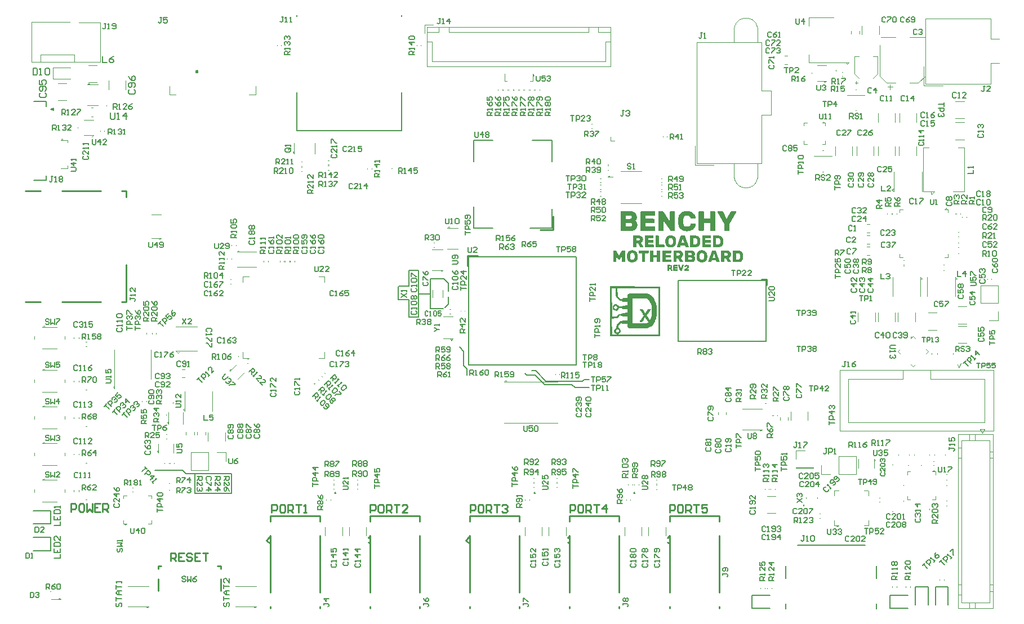
<source format=gto>
%FSLAX23Y23*%
%MOIN*%
%SFA1B1*%

%IPPOS*%
%ADD10C,0.000000*%
%ADD11C,0.004720*%
%ADD12C,0.010000*%
%ADD13C,0.003940*%
%ADD14C,0.006000*%
%ADD15C,0.007090*%
%ADD16C,0.005000*%
%ADD17C,0.005910*%
%ADD18C,0.007870*%
%ADD19C,0.008660*%
%LNbenchy-mb-pcb-changes-1*%
%LPD*%
G36*
X2636Y1494D02*
X2640Y1477D01*
X2624Y1481*
X2636Y1494*
G37*
G36*
X1811Y3970D02*
X1809Y3972D01*
X1807Y3975*
X1806Y3978*
X1807Y3981*
X1809Y3984*
X1811Y3985*
X1814Y3986*
X1818Y3985*
X1820Y3984*
X1822Y3981*
X1822Y3978*
X1822Y3975*
X1820Y3972*
X1818Y3970*
X1814Y3970*
X1811Y3970*
G37*
G36*
X3817Y1494D02*
X3821Y1477D01*
X3805Y1481*
X3817Y1494*
G37*
G36*
X4408D02*
X4412Y1477D01*
X4395Y1481*
X4408Y1494*
G37*
G36*
X4557Y2705D02*
X4557Y2410D01*
X4262Y2411*
Y2689*
Y2690*
X4262Y2706*
X4557Y2705*
G37*
G36*
X4901Y3007D02*
X4902D01*
X4903Y3007*
X4904Y3006*
X4905Y3006*
X4908Y3006*
X4911Y3005*
X4913Y3004*
X4915Y3004*
X4916Y3003*
X4916*
X4916Y3003*
X4917Y3003*
X4917Y3003*
X4918Y3002*
X4918Y3002*
X4920Y3001*
X4922Y2999*
X4924Y2998*
X4925Y2996*
X4927Y2993*
X4927Y2993*
X4927Y2993*
X4927Y2993*
X4928Y2992*
X4928Y2992*
X4928Y2991*
X4929Y2990*
X4929Y2989*
X4929Y2988*
X4930Y2987*
X4931Y2985*
X4931Y2982*
X4931Y2980*
X4931Y2979*
Y2979*
Y2979*
Y2979*
X4931Y2978*
Y2977*
X4932Y2976*
Y2975*
X4932Y2974*
Y2973*
Y2972*
Y2972*
Y2972*
Y2972*
Y2971*
Y2970*
X4932Y2969*
Y2968*
X4931Y2967*
Y2967*
Y2966*
X4931Y2965*
Y2965*
Y2964*
X4931Y2964*
Y2963*
X4931Y2963*
X4931Y2962*
X4931Y2961*
X4931Y2960*
X4930Y2958*
X4929Y2955*
X4928Y2953*
X4928Y2952*
X4927Y2950*
X4927Y2950*
X4927Y2950*
X4927Y2950*
X4926Y2949*
X4926Y2949*
X4926Y2948*
X4925Y2948*
X4924Y2947*
X4923Y2945*
X4921Y2944*
X4919Y2942*
X4916Y2941*
X4916*
X4916Y2940*
X4916Y2940*
X4915Y2940*
X4914Y2940*
X4914Y2939*
X4913Y2939*
X4912Y2939*
X4911Y2939*
X4909Y2938*
X4908Y2938*
X4907Y2938*
X4904Y2937*
X4902Y2937*
X4900Y2937*
X4873*
X4873Y2937*
X4872Y2937*
X4872Y2938*
X4871Y2938*
X4871Y2938*
X4871Y2939*
X4871Y2940*
Y3004*
Y3004*
Y3004*
X4871Y3005*
X4871Y3005*
X4872Y3006*
X4872Y3006*
X4872Y3006*
X4873Y3007*
X4873Y3007*
X4901*
X4901Y3007*
G37*
G36*
X4857Y3007D02*
X4857Y3006D01*
X4858Y3006*
X4858Y3006*
X4858Y3005*
X4858Y3005*
X4859Y3004*
Y3004*
Y3004*
Y2994*
X4858Y2993*
X4858Y2992*
X4858Y2992*
X4858Y2992*
X4857Y2991*
X4857Y2991*
X4856Y2991*
X4825*
Y2980*
X4854*
X4854Y2980*
X4855Y2980*
X4855Y2979*
X4856Y2979*
X4856Y2979*
X4856Y2978*
X4856Y2978*
Y2978*
Y2977*
Y2967*
X4856Y2966*
X4856Y2965*
X4856Y2965*
X4856Y2965*
X4855Y2964*
X4854Y2964*
X4854Y2964*
X4825*
Y2953*
X4857*
X4857Y2953*
X4858Y2953*
X4858Y2952*
X4859Y2952*
X4859Y2952*
X4859Y2951*
X4859Y2950*
Y2950*
Y2950*
Y2940*
X4859Y2939*
X4859Y2938*
X4859Y2938*
X4859Y2938*
X4858Y2937*
X4857Y2937*
X4857Y2937*
X4809*
X4809Y2937*
X4808Y2938*
X4808Y2938*
X4808Y2938*
X4807Y2938*
X4807Y2939*
X4807Y2940*
Y2940*
Y2940*
Y3004*
X4807Y3005*
X4807Y3005*
X4807Y3006*
X4808Y3006*
X4808Y3006*
X4809Y3007*
X4809Y3007*
X4856*
X4857Y3007*
G37*
G36*
X4765Y3007D02*
X4766D01*
X4767Y3007*
X4768Y3006*
X4769Y3006*
X4772Y3006*
X4774Y3005*
X4777Y3004*
X4779Y3004*
X4780Y3003*
X4780*
X4780Y3003*
X4780Y3003*
X4781Y3003*
X4782Y3002*
X4782Y3002*
X4784Y3001*
X4786Y2999*
X4787Y2998*
X4789Y2996*
X4791Y2993*
X4791Y2993*
X4791Y2993*
X4791Y2993*
X4792Y2992*
X4792Y2992*
X4792Y2991*
X4793Y2990*
X4793Y2989*
X4793Y2988*
X4794Y2987*
X4794Y2985*
X4795Y2982*
X4795Y2980*
X4795Y2979*
Y2979*
Y2979*
Y2979*
X4795Y2978*
Y2977*
X4795Y2976*
Y2975*
X4795Y2974*
Y2973*
Y2972*
Y2972*
Y2972*
Y2972*
Y2971*
Y2970*
X4795Y2969*
Y2968*
X4795Y2967*
Y2967*
Y2966*
X4795Y2965*
Y2965*
Y2964*
X4795Y2964*
Y2963*
X4795Y2963*
X4795Y2962*
X4795Y2961*
X4795Y2960*
X4794Y2958*
X4793Y2955*
X4792Y2953*
X4792Y2952*
X4791Y2950*
X4791Y2950*
X4791Y2950*
X4791Y2950*
X4790Y2949*
X4790Y2949*
X4789Y2948*
X4789Y2948*
X4788Y2947*
X4787Y2945*
X4785Y2944*
X4783Y2942*
X4780Y2941*
X4780*
X4780Y2940*
X4780Y2940*
X4779Y2940*
X4778Y2940*
X4778Y2939*
X4777Y2939*
X4776Y2939*
X4774Y2939*
X4773Y2938*
X4772Y2938*
X4771Y2938*
X4768Y2937*
X4766Y2937*
X4764Y2937*
X4737*
X4737Y2937*
X4736Y2937*
X4735Y2938*
X4735Y2938*
X4735Y2938*
X4735Y2939*
X4735Y2940*
Y3004*
Y3004*
Y3004*
X4735Y3005*
X4735Y3005*
X4735Y3006*
X4736Y3006*
X4736Y3006*
X4737Y3007*
X4737Y3007*
X4765*
X4765Y3007*
G37*
G36*
X4701D02*
X4701D01*
X4702Y3006*
X4702Y3006*
X4703Y3006*
X4703*
X4703Y3006*
X4703Y3005*
X4704Y3005*
X4704Y3004*
X4726Y2941*
X4726Y2941*
X4726Y2940*
X4727Y2940*
X4727Y2939*
Y2939*
X4727Y2939*
X4726Y2938*
X4726Y2938*
X4726Y2938*
X4726Y2937*
X4725Y2937*
X4724Y2937*
X4712*
X4711Y2937*
X4711*
X4710Y2937*
X4709Y2938*
X4709Y2938*
X4709Y2938*
X4708Y2939*
X4708Y2940*
X4705Y2948*
X4679*
X4676Y2940*
Y2939*
X4676Y2939*
X4676Y2939*
X4675Y2938*
X4675Y2938*
X4674Y2938*
X4674Y2938*
X4673Y2937*
X4672Y2937*
X4659*
X4659Y2937*
X4658Y2937*
X4658Y2938*
X4658Y2938*
X4658Y2938*
X4657Y2939*
X4657Y2939*
Y2939*
X4657Y2940*
X4657Y2940*
X4658Y2941*
X4679Y3004*
Y3004*
X4679Y3004*
X4680Y3004*
X4680Y3004*
X4680Y3005*
X4681Y3006*
X4681Y3006*
X4681Y3006*
X4681Y3006*
X4682Y3006*
X4682Y3006*
X4683Y3007*
X4683Y3007*
X4700*
X4701Y3007*
G37*
G36*
X4548D02*
X4548Y3006D01*
X4549Y3006*
X4549Y3006*
X4549Y3005*
X4550Y3005*
X4550Y3004*
Y2953*
X4580*
X4581Y2953*
X4581Y2953*
X4582Y2952*
X4582Y2952*
X4583Y2952*
X4583Y2951*
X4583Y2950*
Y2940*
Y2940*
Y2940*
X4583Y2939*
X4583Y2938*
X4582Y2938*
X4582Y2938*
X4582Y2938*
X4581Y2937*
X4580Y2937*
X4534*
X4533Y2937*
X4533Y2937*
X4532Y2938*
X4532Y2938*
X4532Y2938*
X4532Y2939*
X4531Y2940*
Y3004*
Y3004*
Y3004*
X4532Y3005*
X4532Y3005*
X4532Y3006*
X4532Y3006*
X4533Y3006*
X4533Y3007*
X4534Y3007*
X4547*
X4548Y3007*
G37*
G36*
X4517Y3007D02*
X4518Y3006D01*
X4518Y3006*
X4518Y3006*
X4519Y3005*
X4519Y3005*
X4519Y3004*
Y3004*
Y3004*
Y2994*
X4519Y2993*
X4519Y2992*
X4518Y2992*
X4518Y2992*
X4518Y2991*
X4517Y2991*
X4517Y2991*
X4486*
Y2980*
X4514*
X4515Y2980*
X4516Y2980*
X4516Y2979*
X4516Y2979*
X4517Y2979*
X4517Y2978*
X4517Y2978*
Y2978*
Y2977*
Y2967*
X4517Y2966*
X4517Y2965*
X4516Y2965*
X4516Y2965*
X4516Y2964*
X4515Y2964*
X4514Y2964*
X4486*
Y2953*
X4517*
X4518Y2953*
X4519Y2953*
X4519Y2952*
X4519Y2952*
X4520Y2952*
X4520Y2951*
X4520Y2950*
Y2950*
Y2950*
Y2940*
X4520Y2939*
X4520Y2938*
X4519Y2938*
X4519Y2938*
X4519Y2937*
X4518Y2937*
X4517Y2937*
X4470*
X4469Y2937*
X4469Y2938*
X4468Y2938*
X4468Y2938*
X4468Y2938*
X4467Y2939*
X4467Y2940*
Y2940*
Y2940*
Y3004*
X4467Y3005*
X4468Y3005*
X4468Y3006*
X4468Y3006*
X4469Y3006*
X4469Y3007*
X4470Y3007*
X4517*
X4517Y3007*
G37*
G36*
X4430Y3007D02*
X4431Y3007D01*
X4432Y3006*
X4434Y3006*
X4435Y3006*
X4437Y3006*
X4439Y3005*
X4440Y3005*
X4442Y3004*
X4444Y3004*
X4445Y3003*
X4447Y3002*
X4448Y3001*
X4449Y3001*
X4449Y3001*
X4449Y3000*
X4450Y3000*
X4450Y2999*
X4451Y2999*
X4451Y2998*
X4452Y2997*
X4453Y2996*
X4454Y2994*
X4454Y2993*
X4455Y2991*
X4455Y2990*
X4456Y2988*
X4456Y2986*
X4456Y2984*
Y2984*
Y2983*
X4456Y2983*
X4456Y2982*
X4456Y2980*
X4455Y2979*
X4455Y2978*
X4454Y2976*
X4454Y2974*
X4453Y2973*
X4452Y2971*
X4451Y2969*
X4450Y2968*
X4448Y2967*
X4446Y2965*
X4444Y2964*
X4456Y2940*
X4456Y2940*
X4456Y2940*
X4457Y2940*
X4457Y2939*
Y2939*
X4457Y2939*
X4456Y2938*
X4456Y2938*
X4456Y2938*
X4456Y2937*
X4455Y2937*
X4454Y2937*
X4441*
X4440Y2937*
X4440*
X4439Y2937*
X4439Y2938*
X4438Y2938*
X4438Y2938*
X4438Y2938*
X4437Y2939*
X4437Y2940*
X4426Y2961*
X4416*
Y2940*
Y2940*
Y2940*
X4416Y2939*
X4416Y2938*
X4416Y2938*
X4415Y2938*
X4415Y2938*
X4415Y2937*
X4414Y2937*
X4401*
X4400Y2937*
X4400Y2937*
X4399Y2938*
X4399Y2938*
X4399Y2938*
X4398Y2939*
X4398Y2940*
Y3004*
Y3004*
Y3004*
X4398Y3005*
X4398Y3005*
X4399Y3006*
X4399Y3006*
X4399Y3006*
X4400Y3007*
X4401Y3007*
X4429*
X4430Y3007*
G37*
G36*
X4622Y3008D02*
X4623D01*
X4624Y3008*
X4625Y3007*
X4626Y3007*
X4628Y3007*
X4631Y3006*
X4634Y3005*
X4635Y3005*
X4637Y3004*
X4637*
X4637Y3004*
X4637Y3004*
X4638Y3004*
X4638Y3003*
X4639Y3003*
X4641Y3002*
X4642Y3000*
X4644Y2999*
X4646Y2997*
X4647Y2994*
X4647Y2994*
X4647Y2994*
X4648Y2994*
X4648Y2993*
X4648Y2993*
X4648Y2992*
X4649Y2991*
X4649Y2990*
X4650Y2989*
X4650Y2988*
X4651Y2986*
X4651Y2984*
X4651Y2981*
Y2981*
Y2980*
X4651Y2980*
Y2979*
Y2977*
X4652Y2976*
Y2974*
Y2972*
Y2972*
Y2972*
Y2971*
Y2971*
Y2970*
Y2970*
Y2969*
Y2967*
X4651Y2966*
Y2964*
X4651Y2964*
Y2963*
Y2963*
Y2963*
X4651Y2962*
Y2962*
X4651Y2961*
X4651Y2960*
X4651Y2959*
X4651Y2958*
X4650Y2956*
X4649Y2954*
X4648Y2952*
X4647Y2949*
Y2949*
X4647Y2949*
X4647Y2949*
X4647Y2948*
X4646Y2948*
X4646Y2947*
X4645Y2947*
X4645Y2946*
X4643Y2944*
X4641Y2943*
X4639Y2941*
X4637Y2940*
X4637*
X4636Y2939*
X4636Y2939*
X4635Y2939*
X4635Y2939*
X4634Y2938*
X4633Y2938*
X4632Y2938*
X4631Y2938*
X4630Y2937*
X4628Y2937*
X4627Y2937*
X4625Y2936*
X4624Y2936*
X4622Y2936*
X4620Y2936*
X4619*
X4619Y2936*
X4618*
X4617Y2936*
X4616Y2936*
X4615Y2937*
X4612Y2937*
X4609Y2938*
X4607Y2938*
X4605Y2939*
X4604Y2940*
X4604Y2940*
X4604Y2940*
X4603Y2940*
X4603Y2940*
X4602Y2941*
X4602Y2941*
X4600Y2942*
X4598Y2944*
X4597Y2945*
X4595Y2947*
X4593Y2949*
Y2949*
X4593Y2950*
X4593Y2950*
X4593Y2950*
X4592Y2951*
X4592Y2952*
X4592Y2952*
X4591Y2953*
X4591Y2954*
X4591Y2955*
X4590Y2958*
X4590Y2960*
X4589Y2963*
Y2963*
Y2963*
Y2964*
Y2964*
X4589Y2964*
Y2965*
Y2966*
X4589Y2968*
Y2969*
X4589Y2970*
Y2972*
Y2972*
Y2973*
Y2973*
Y2974*
X4589Y2976*
Y2977*
X4589Y2979*
X4589Y2981*
Y2981*
Y2981*
X4589Y2982*
Y2982*
X4589Y2983*
X4590Y2984*
X4590Y2984*
X4590Y2985*
X4590Y2987*
X4591Y2990*
X4592Y2992*
X4593Y2994*
X4593Y2995*
X4594Y2995*
X4594Y2995*
X4594Y2995*
X4594Y2996*
X4595Y2997*
X4596Y2998*
X4598Y3000*
X4599Y3001*
X4602Y3003*
X4604Y3004*
X4604Y3004*
X4604Y3004*
X4605Y3005*
X4605Y3005*
X4606Y3005*
X4607Y3005*
X4608Y3006*
X4609Y3006*
X4610Y3006*
X4611Y3007*
X4612Y3007*
X4614Y3007*
X4615Y3007*
X4617Y3008*
X4619Y3008*
X4621*
X4622Y3008*
G37*
G36*
X4719Y3152D02*
X4720D01*
X4721Y3151*
X4723Y3151*
X4725Y3151*
X4727Y3151*
X4729Y3150*
X4733Y3149*
X4738Y3148*
X4742Y3146*
X4742*
X4743Y3146*
X4743Y3146*
X4744Y3145*
X4745Y3145*
X4746Y3144*
X4749Y3142*
X4752Y3140*
X4755Y3138*
X4758Y3135*
X4761Y3131*
X4761Y3131*
X4761Y3131*
X4762Y3130*
X4762Y3130*
X4763Y3129*
X4763Y3128*
X4764Y3127*
X4764Y3125*
X4766Y3122*
X4767Y3119*
X4768Y3115*
X4768Y3113*
X4768Y3111*
Y3111*
X4768Y3110*
X4768Y3109*
X4767Y3108*
X4767Y3108*
X4766Y3108*
X4765Y3107*
X4764Y3107*
X4742*
X4741Y3107*
X4740Y3108*
X4739Y3108*
X4739Y3108*
X4739Y3108*
X4738Y3109*
X4738Y3110*
X4738Y3110*
X4737Y3111*
X4737Y3112*
X4737Y3112*
X4737Y3113*
X4736Y3114*
X4735Y3115*
X4735Y3117*
X4734Y3118*
X4732Y3120*
X4731Y3121*
X4730Y3122*
X4730Y3122*
X4729Y3123*
X4727Y3123*
X4725Y3124*
X4723Y3125*
X4720Y3125*
X4716Y3125*
X4715*
X4715Y3125*
X4714*
X4713Y3125*
X4710Y3125*
X4708Y3124*
X4705Y3123*
X4703Y3122*
X4701Y3120*
X4701Y3120*
X4700Y3119*
X4699Y3118*
X4698Y3116*
X4697Y3114*
X4697Y3112*
X4696Y3109*
X4695Y3106*
Y3106*
Y3105*
X4695Y3104*
Y3102*
Y3100*
X4695Y3098*
Y3095*
Y3092*
Y3092*
Y3092*
Y3091*
Y3091*
Y3089*
Y3087*
X4695Y3085*
Y3083*
Y3080*
X4695Y3078*
Y3078*
Y3078*
X4695Y3077*
Y3077*
X4696Y3075*
X4696Y3073*
X4697Y3071*
X4698Y3069*
X4699Y3066*
X4701Y3064*
X4701Y3064*
X4702Y3063*
X4703Y3062*
X4705Y3062*
X4707Y3060*
X4709Y3060*
X4712Y3059*
X4716Y3059*
X4718*
X4719Y3059*
X4720Y3059*
X4722Y3059*
X4724Y3060*
X4727Y3060*
X4729Y3061*
X4731Y3063*
X4731Y3063*
X4731Y3063*
X4732Y3064*
X4733Y3065*
X4734Y3067*
X4735Y3068*
X4736Y3070*
X4737Y3072*
Y3072*
X4737Y3072*
X4737Y3073*
X4738Y3073*
X4738Y3075*
X4738Y3075*
X4739Y3076*
X4739Y3076*
X4740Y3076*
X4741Y3077*
X4742Y3077*
X4765*
X4765Y3077*
X4766Y3076*
X4767Y3076*
X4767Y3075*
X4767Y3075*
X4768Y3074*
X4768Y3073*
Y3073*
Y3072*
Y3072*
X4768Y3071*
X4768Y3070*
X4768Y3069*
X4767Y3068*
X4767Y3066*
X4766Y3063*
X4765Y3060*
X4764Y3058*
X4763Y3056*
X4762Y3054*
X4761Y3053*
X4761Y3052*
X4761Y3052*
X4760Y3052*
X4760Y3051*
X4759Y3050*
X4758Y3049*
X4757Y3048*
X4756Y3047*
X4755Y3046*
X4753Y3045*
X4750Y3042*
X4747Y3040*
X4742Y3038*
X4742*
X4742Y3037*
X4741Y3037*
X4740Y3037*
X4739Y3037*
X4738Y3036*
X4736Y3036*
X4735Y3035*
X4733Y3034*
X4731Y3034*
X4729Y3034*
X4726Y3033*
X4721Y3033*
X4716Y3032*
X4715*
X4714Y3032*
X4712*
X4711Y3033*
X4709Y3033*
X4707Y3033*
X4703Y3034*
X4698Y3035*
X4694Y3036*
X4691Y3037*
X4689Y3038*
X4689Y3038*
X4689Y3039*
X4688Y3039*
X4687Y3039*
X4686Y3040*
X4685Y3041*
X4683Y3043*
X4680Y3045*
X4677Y3048*
X4674Y3051*
X4671Y3054*
Y3055*
X4671Y3055*
X4671Y3056*
X4671Y3056*
X4670Y3057*
X4669Y3058*
X4669Y3060*
X4668Y3061*
X4668Y3063*
X4667Y3065*
X4666Y3068*
X4665Y3073*
X4665Y3077*
Y3077*
Y3078*
Y3078*
Y3079*
X4664Y3080*
Y3082*
Y3084*
X4664Y3086*
Y3088*
Y3090*
Y3091*
Y3091*
Y3091*
Y3091*
Y3093*
Y3095*
X4664Y3097*
Y3100*
Y3103*
X4665Y3107*
Y3107*
Y3107*
X4665Y3108*
Y3109*
X4665Y3110*
X4665Y3111*
X4665Y3113*
X4666Y3114*
X4666Y3118*
X4668Y3122*
X4669Y3126*
X4671Y3129*
X4671Y3129*
X4672Y3130*
X4672Y3130*
X4673Y3131*
X4673Y3132*
X4674Y3133*
X4675Y3134*
X4676Y3135*
X4678Y3138*
X4681Y3141*
X4685Y3143*
X4689Y3146*
X4689Y3146*
X4690Y3146*
X4690Y3146*
X4691Y3147*
X4692Y3147*
X4694Y3148*
X4695Y3148*
X4697Y3149*
X4699Y3149*
X4701Y3150*
X4703Y3150*
X4705Y3151*
X4711Y3151*
X4713Y3152*
X4718*
X4719Y3152*
G37*
G36*
X4880Y3150D02*
X4881Y3150D01*
X4882Y3149*
X4882Y3148*
X4883Y3148*
X4883Y3147*
X4884Y3146*
Y3038*
Y3038*
Y3038*
X4883Y3037*
X4883Y3036*
X4882Y3035*
X4882Y3035*
X4881Y3035*
X4880Y3034*
X4879Y3034*
X4857*
X4856Y3034*
X4855Y3034*
X4854Y3035*
X4854Y3035*
X4853Y3036*
X4853Y3037*
X4853Y3038*
Y3079*
X4816*
Y3038*
Y3038*
Y3038*
X4816Y3037*
X4815Y3036*
X4814Y3035*
X4814Y3035*
X4814Y3035*
X4813Y3034*
X4811Y3034*
X4789*
X4789Y3034*
X4788Y3034*
X4786Y3035*
X4786Y3035*
X4786Y3036*
X4785Y3037*
X4785Y3038*
Y3146*
Y3146*
Y3146*
X4785Y3147*
X4786Y3148*
X4786Y3149*
X4787Y3149*
X4787Y3149*
X4788Y3150*
X4790Y3150*
X4812*
X4813Y3150*
X4814Y3150*
X4814Y3149*
X4815Y3148*
X4815Y3148*
X4816Y3147*
X4816Y3146*
Y3106*
X4853*
Y3146*
Y3146*
Y3146*
X4853Y3147*
X4853Y3148*
X4854Y3149*
X4854Y3149*
X4855Y3149*
X4856Y3150*
X4857Y3150*
X4879*
X4880Y3150*
G37*
G36*
X5004D02*
X5005Y3150D01*
X5006Y3149*
X5006Y3149*
X5006Y3148*
X5007Y3148*
X5007Y3146*
Y3146*
X5007Y3146*
X5006Y3145*
X5006Y3144*
X4968Y3074*
Y3038*
Y3038*
Y3038*
X4967Y3037*
X4967Y3036*
X4966Y3035*
X4966Y3035*
X4965Y3035*
X4964Y3034*
X4963Y3034*
X4941*
X4940Y3034*
X4939Y3034*
X4938Y3035*
X4938Y3035*
X4938Y3036*
X4937Y3037*
X4937Y3038*
Y3074*
X4899Y3144*
X4898Y3145*
X4898Y3145*
X4898Y3146*
X4898Y3146*
Y3147*
Y3147*
X4898Y3147*
X4898Y3148*
X4899Y3149*
X4899Y3149*
X4900Y3150*
X4900Y3150*
X4902Y3150*
X4925*
X4925Y3150*
X4926*
X4927Y3149*
X4928Y3149*
X4929Y3149*
X4929*
X4929Y3148*
X4930Y3148*
X4931Y3147*
X4931Y3146*
X4952Y3105*
X4973Y3146*
X4973Y3146*
X4974Y3147*
X4975Y3148*
X4976Y3149*
X4976Y3149*
X4976Y3149*
X4976Y3149*
X4977Y3149*
X4978Y3150*
X4979Y3150*
X5003*
X5004Y3150*
G37*
G36*
X4642D02*
X4643Y3150D01*
X4644Y3149*
X4644Y3148*
X4645Y3148*
X4645Y3147*
X4645Y3146*
Y3038*
Y3038*
Y3038*
X4645Y3037*
X4645Y3036*
X4644Y3035*
X4644Y3035*
X4643Y3035*
X4642Y3034*
X4641Y3034*
X4623*
X4623Y3034*
X4622*
X4621Y3034*
X4619Y3035*
X4619*
X4619Y3035*
X4618Y3036*
X4617Y3037*
X4617Y3038*
X4579Y3094*
Y3038*
Y3038*
Y3038*
X4579Y3037*
X4578Y3036*
X4577Y3035*
X4577Y3035*
X4576Y3035*
X4576Y3034*
X4574Y3034*
X4552*
X4551Y3034*
X4550Y3034*
X4549Y3035*
X4549Y3035*
X4549Y3036*
X4548Y3037*
X4548Y3038*
Y3146*
Y3146*
Y3146*
X4548Y3147*
X4549Y3148*
X4549Y3149*
X4550Y3149*
X4550Y3149*
X4551Y3150*
X4552Y3150*
X4571*
X4571Y3150*
X4573Y3150*
X4574Y3149*
X4574*
X4574Y3149*
X4575Y3148*
X4576Y3147*
X4577Y3146*
X4615Y3090*
Y3146*
Y3146*
Y3146*
X4615Y3147*
X4615Y3148*
X4616Y3149*
X4616Y3149*
X4617Y3149*
X4618Y3150*
X4619Y3150*
X4641*
X4642Y3150*
G37*
G36*
X4524Y3150D02*
X4525Y3149D01*
X4526Y3149*
X4526Y3149*
X4527Y3148*
X4527Y3147*
X4528Y3146*
Y3146*
Y3146*
Y3128*
X4527Y3127*
X4527Y3126*
X4526Y3125*
X4526Y3125*
X4525Y3124*
X4524Y3124*
X4523Y3124*
X4472*
Y3106*
X4519*
X4521Y3105*
X4522Y3105*
X4522Y3104*
X4523Y3104*
X4523Y3103*
X4524Y3102*
X4524Y3101*
Y3101*
Y3101*
Y3084*
X4524Y3082*
X4523Y3081*
X4523Y3081*
X4523Y3080*
X4522Y3080*
X4521Y3079*
X4520Y3079*
X4472*
Y3060*
X4524*
X4526Y3060*
X4527Y3060*
X4527Y3059*
X4528Y3059*
X4528Y3058*
X4529Y3057*
X4529Y3056*
Y3056*
Y3056*
Y3038*
X4529Y3037*
X4528Y3036*
X4528Y3035*
X4528Y3035*
X4527Y3034*
X4525Y3034*
X4525Y3034*
X4446*
X4444Y3034*
X4443Y3035*
X4443Y3035*
X4443Y3035*
X4442Y3036*
X4441Y3037*
X4441Y3038*
Y3038*
Y3038*
Y3146*
X4441Y3147*
X4442Y3148*
X4442Y3148*
X4443Y3149*
X4444Y3150*
X4445Y3150*
X4445Y3150*
X4523*
X4524Y3150*
G37*
G36*
X4383Y3150D02*
X4385D01*
X4386Y3150*
X4387Y3150*
X4389Y3149*
X4393Y3149*
X4397Y3148*
X4400Y3147*
X4404Y3145*
X4404*
X4404Y3145*
X4405Y3145*
X4405Y3144*
X4407Y3143*
X4409Y3142*
X4411Y3140*
X4413Y3138*
X4415Y3135*
X4417Y3132*
Y3132*
X4417Y3132*
X4417Y3132*
X4417Y3131*
X4418Y3130*
X4418Y3129*
X4419Y3127*
X4419Y3125*
X4420Y3122*
X4420Y3119*
X4421Y3116*
Y3115*
Y3115*
Y3115*
Y3114*
X4420Y3113*
X4420Y3111*
X4420Y3109*
X4419Y3106*
X4418Y3104*
X4418Y3102*
X4417Y3102*
X4417Y3101*
X4416Y3100*
X4416Y3099*
X4415Y3098*
X4414Y3097*
X4412Y3096*
X4411Y3094*
X4411*
X4411Y3094*
X4412Y3094*
X4413Y3093*
X4415Y3092*
X4416Y3090*
X4418Y3088*
X4419Y3086*
X4420Y3084*
X4420Y3084*
X4421Y3083*
X4421Y3082*
X4421Y3080*
X4422Y3078*
X4422Y3076*
X4423Y3073*
X4423Y3070*
Y3070*
Y3069*
Y3068*
X4423Y3067*
X4423Y3066*
X4422Y3064*
X4422Y3063*
X4422Y3061*
X4421Y3057*
X4420Y3055*
X4419Y3053*
X4418Y3050*
X4417Y3048*
X4415Y3046*
X4414Y3044*
X4413Y3044*
X4413Y3044*
X4413Y3043*
X4412Y3043*
X4411Y3042*
X4410Y3041*
X4408Y3040*
X4406Y3039*
X4405Y3038*
X4402Y3037*
X4400Y3036*
X4397Y3036*
X4395Y3035*
X4391Y3034*
X4388Y3034*
X4384Y3034*
X4327*
X4326Y3034*
X4325Y3034*
X4324Y3035*
X4324Y3035*
X4324Y3036*
X4323Y3037*
X4323Y3038*
Y3146*
Y3146*
Y3146*
X4323Y3147*
X4324Y3148*
X4324Y3149*
X4325Y3149*
X4325Y3149*
X4326Y3150*
X4327Y3150*
X4382*
X4383Y3150*
G37*
G36*
X4555Y2918D02*
X4556Y2918D01*
X4557Y2917*
X4557Y2917*
X4557Y2917*
X4557Y2916*
X4557Y2916*
Y2851*
Y2851*
Y2851*
X4557Y2850*
X4557Y2850*
X4557Y2849*
X4556Y2849*
X4556Y2849*
X4556Y2849*
X4555Y2849*
X4542*
X4541Y2849*
X4541Y2849*
X4540Y2849*
X4540Y2849*
X4539Y2850*
X4539Y2850*
X4539Y2851*
Y2876*
X4517*
Y2851*
Y2851*
Y2851*
X4517Y2850*
X4517Y2850*
X4516Y2849*
X4516Y2849*
X4516Y2849*
X4515Y2849*
X4514Y2849*
X4501*
X4500Y2849*
X4500Y2849*
X4499Y2849*
X4499Y2849*
X4499Y2850*
X4499Y2850*
X4499Y2851*
Y2916*
Y2916*
Y2916*
X4499Y2916*
X4499Y2917*
X4499Y2917*
X4499Y2918*
X4500Y2918*
X4500Y2918*
X4501Y2918*
X4514*
X4515Y2918*
X4515Y2918*
X4516Y2917*
X4516Y2917*
X4516Y2917*
X4517Y2916*
X4517Y2916*
Y2891*
X4539*
Y2916*
Y2916*
Y2916*
X4539Y2916*
X4539Y2917*
X4540Y2917*
X4540Y2918*
X4540Y2918*
X4541Y2918*
X4542Y2918*
X4555*
X4555Y2918*
G37*
G36*
X4348D02*
X4349Y2918D01*
X4349Y2917*
X4349Y2917*
X4350Y2917*
X4350Y2916*
X4350Y2916*
Y2851*
Y2851*
Y2851*
X4350Y2850*
X4350Y2850*
X4349Y2849*
X4349Y2849*
X4349Y2849*
X4348Y2849*
X4347Y2849*
X4334*
X4334Y2849*
X4333Y2849*
X4332Y2849*
X4332Y2849*
X4332Y2850*
X4332Y2850*
X4332Y2851*
Y2884*
X4322Y2868*
Y2868*
X4322Y2868*
X4322Y2867*
X4321Y2866*
X4321Y2866*
X4320Y2866*
X4320Y2866*
X4319Y2865*
X4319Y2865*
X4312*
X4311Y2865*
X4311Y2865*
X4310Y2866*
X4310Y2866*
X4310Y2866*
X4309Y2867*
X4309Y2868*
X4299Y2884*
Y2851*
Y2851*
Y2851*
X4299Y2850*
X4299Y2850*
X4298Y2849*
X4298Y2849*
X4298Y2849*
X4297Y2849*
X4296Y2849*
X4283*
X4283Y2849*
X4282Y2849*
X4281Y2849*
X4281Y2849*
X4281Y2850*
X4281Y2850*
X4281Y2851*
Y2916*
Y2916*
Y2916*
X4281Y2916*
X4281Y2917*
X4281Y2917*
X4282Y2918*
X4282Y2918*
X4283Y2918*
X4283Y2918*
X4295*
X4296Y2918*
X4296Y2918*
X4297Y2918*
X4298Y2917*
X4299Y2916*
X4299Y2916*
X4315Y2888*
X4331Y2916*
X4332Y2916*
X4332Y2916*
X4332Y2916*
X4333Y2917*
X4333Y2917*
X4334Y2918*
X4335Y2918*
X4336Y2918*
X4347*
X4348Y2918*
G37*
G36*
X5019D02*
X5020D01*
X5021Y2918*
X5022Y2918*
X5023Y2918*
X5025Y2917*
X5028Y2917*
X5031Y2916*
X5032Y2915*
X5033Y2915*
X5033*
X5034Y2915*
X5034Y2914*
X5034Y2914*
X5035Y2914*
X5036Y2913*
X5037Y2912*
X5039Y2911*
X5041Y2909*
X5043Y2907*
X5044Y2905*
X5044Y2905*
X5045Y2905*
X5045Y2904*
X5045Y2904*
X5045Y2903*
X5046Y2902*
X5046Y2902*
X5046Y2901*
X5047Y2900*
X5047Y2898*
X5048Y2896*
X5048Y2893*
X5049Y2892*
X5049Y2890*
Y2890*
Y2890*
Y2890*
X5049Y2890*
Y2889*
X5049Y2887*
Y2886*
X5049Y2885*
Y2884*
Y2884*
Y2883*
Y2883*
Y2883*
Y2882*
Y2882*
X5049Y2881*
Y2880*
X5049Y2879*
Y2878*
Y2877*
X5049Y2876*
Y2876*
Y2876*
X5049Y2875*
Y2875*
X5049Y2874*
X5048Y2873*
X5048Y2872*
X5048Y2871*
X5048Y2869*
X5047Y2867*
X5046Y2864*
X5045Y2863*
X5045Y2862*
X5044Y2862*
X5044Y2862*
X5044Y2861*
X5044Y2861*
X5043Y2860*
X5043Y2860*
X5042Y2859*
X5042Y2858*
X5040Y2857*
X5038Y2855*
X5036Y2853*
X5034Y2852*
X5034*
X5033Y2852*
X5033Y2852*
X5033Y2851*
X5032Y2851*
X5031Y2851*
X5030Y2851*
X5029Y2850*
X5028Y2850*
X5027Y2850*
X5025Y2849*
X5024Y2849*
X5021Y2849*
X5019Y2849*
X5018Y2849*
X4991*
X4990Y2849*
X4990Y2849*
X4989Y2849*
X4989Y2849*
X4989Y2850*
X4988Y2850*
X4988Y2851*
Y2916*
Y2916*
Y2916*
X4988Y2916*
X4989Y2917*
X4989Y2917*
X4989Y2918*
X4990Y2918*
X4990Y2918*
X4991Y2918*
X5018*
X5019Y2918*
G37*
G36*
X4951D02*
X4952Y2918D01*
X4953Y2918*
X4955Y2918*
X4956Y2917*
X4958Y2917*
X4960Y2917*
X4961Y2916*
X4963Y2916*
X4965Y2915*
X4966Y2914*
X4968Y2913*
X4969Y2912*
X4969Y2912*
X4970Y2912*
X4970Y2912*
X4970Y2911*
X4971Y2911*
X4972Y2910*
X4972Y2909*
X4973Y2908*
X4974Y2907*
X4974Y2906*
X4975Y2904*
X4976Y2903*
X4976Y2901*
X4976Y2899*
X4977Y2897*
X4977Y2895*
Y2895*
Y2895*
X4977Y2894*
X4976Y2893*
X4976Y2892*
X4976Y2891*
X4976Y2889*
X4975Y2888*
X4975Y2886*
X4974Y2884*
X4973Y2883*
X4972Y2881*
X4970Y2879*
X4969Y2878*
X4967Y2877*
X4965Y2875*
X4977Y2852*
X4977Y2852*
X4977Y2851*
X4977Y2851*
X4977Y2851*
Y2850*
X4977Y2850*
X4977Y2850*
X4977Y2849*
X4977Y2849*
X4976Y2849*
X4976Y2849*
X4975Y2849*
X4961*
X4961Y2849*
X4961*
X4960Y2849*
X4959Y2849*
X4959Y2849*
X4959Y2849*
X4959Y2850*
X4958Y2850*
X4958Y2851*
X4946Y2872*
X4937*
Y2851*
Y2851*
Y2851*
X4937Y2850*
X4937Y2850*
X4936Y2849*
X4936Y2849*
X4936Y2849*
X4935Y2849*
X4935Y2849*
X4921*
X4921Y2849*
X4920Y2849*
X4920Y2849*
X4920Y2849*
X4919Y2850*
X4919Y2850*
X4919Y2851*
Y2916*
Y2916*
Y2916*
X4919Y2916*
X4919Y2917*
X4920Y2917*
X4920Y2918*
X4920Y2918*
X4921Y2918*
X4922Y2918*
X4950*
X4951Y2918*
G37*
G36*
X4885D02*
X4885D01*
X4886Y2918*
X4887Y2918*
X4887Y2917*
X4887*
X4887Y2917*
X4888Y2917*
X4888Y2916*
X4889Y2915*
X4910Y2852*
X4910Y2852*
X4911Y2852*
X4911Y2851*
X4911Y2851*
Y2850*
X4911Y2850*
X4911Y2850*
X4910Y2849*
X4910Y2849*
X4910Y2849*
X4909Y2849*
X4909Y2849*
X4896*
X4895Y2849*
X4895*
X4894Y2849*
X4893Y2849*
X4893Y2849*
X4893Y2850*
X4892Y2850*
X4892Y2851*
X4889Y2859*
X4863*
X4860Y2851*
Y2851*
X4860Y2851*
X4860Y2850*
X4859Y2850*
X4859Y2849*
X4859Y2849*
X4858Y2849*
X4857Y2849*
X4856Y2849*
X4843*
X4843Y2849*
X4843Y2849*
X4842Y2849*
X4842Y2849*
X4842Y2849*
X4842Y2850*
X4841Y2851*
Y2851*
X4842Y2851*
X4842Y2851*
X4842Y2852*
X4864Y2915*
Y2915*
X4864Y2915*
X4864Y2915*
X4864Y2916*
X4864Y2916*
X4865Y2917*
X4865Y2917*
X4865Y2917*
X4866Y2918*
X4866Y2918*
X4866Y2918*
X4867Y2918*
X4867Y2918*
X4884*
X4885Y2918*
G37*
G36*
X4741D02*
X4742D01*
X4743Y2918*
X4743Y2918*
X4745Y2918*
X4747Y2917*
X4749Y2917*
X4751Y2916*
X4753Y2915*
X4753*
X4754Y2915*
X4754Y2915*
X4754Y2915*
X4755Y2914*
X4756Y2913*
X4757Y2912*
X4759Y2911*
X4760Y2909*
X4761Y2908*
Y2907*
X4761Y2907*
X4761Y2907*
X4761Y2907*
X4761Y2906*
X4762Y2906*
X4762Y2905*
X4763Y2903*
X4763Y2901*
X4763Y2900*
X4763Y2897*
Y2897*
Y2897*
Y2897*
Y2897*
X4763Y2896*
X4763Y2895*
X4763Y2893*
X4763Y2892*
X4762Y2891*
X4761Y2889*
X4761Y2889*
X4761Y2889*
X4761Y2888*
X4760Y2888*
X4760Y2887*
X4759Y2886*
X4758Y2885*
X4758Y2885*
X4758*
X4758Y2885*
X4758Y2884*
X4759Y2884*
X4760Y2883*
X4761Y2882*
X4762Y2881*
X4762Y2880*
X4763Y2879*
X4763Y2879*
X4763Y2878*
X4764Y2877*
X4764Y2876*
X4764Y2875*
X4764Y2874*
X4765Y2872*
X4765Y2870*
Y2870*
Y2870*
Y2869*
X4765Y2869*
X4765Y2868*
X4764Y2867*
X4764Y2866*
X4764Y2865*
X4763Y2862*
X4763Y2861*
X4762Y2860*
X4762Y2858*
X4761Y2857*
X4760Y2856*
X4759Y2855*
X4759Y2855*
X4759Y2854*
X4759Y2854*
X4758Y2854*
X4757Y2853*
X4757Y2853*
X4756Y2852*
X4755Y2852*
X4754Y2851*
X4752Y2850*
X4751Y2850*
X4749Y2849*
X4748Y2849*
X4746Y2849*
X4744Y2849*
X4742Y2849*
X4707*
X4707Y2849*
X4706Y2849*
X4706Y2849*
X4705Y2849*
X4705Y2850*
X4705Y2850*
X4705Y2851*
Y2916*
Y2916*
Y2916*
X4705Y2916*
X4705Y2917*
X4706Y2917*
X4706Y2918*
X4706Y2918*
X4707Y2918*
X4707Y2918*
X4740*
X4741Y2918*
G37*
G36*
X4667D02*
X4669Y2918D01*
X4670Y2918*
X4671Y2918*
X4673Y2917*
X4674Y2917*
X4676Y2917*
X4678Y2916*
X4680Y2916*
X4681Y2915*
X4683Y2914*
X4684Y2913*
X4686Y2912*
X4686Y2912*
X4686Y2912*
X4687Y2912*
X4687Y2911*
X4688Y2911*
X4688Y2910*
X4689Y2909*
X4690Y2908*
X4690Y2907*
X4691Y2906*
X4692Y2904*
X4692Y2903*
X4693Y2901*
X4693Y2899*
X4693Y2897*
X4693Y2895*
Y2895*
Y2895*
X4693Y2894*
X4693Y2893*
X4693Y2892*
X4693Y2891*
X4692Y2889*
X4692Y2888*
X4691Y2886*
X4690Y2884*
X4689Y2883*
X4688Y2881*
X4687Y2879*
X4685Y2878*
X4684Y2877*
X4681Y2875*
X4694Y2852*
X4694Y2852*
X4694Y2851*
X4694Y2851*
X4694Y2851*
Y2850*
X4694Y2850*
X4694Y2850*
X4693Y2849*
X4693Y2849*
X4693Y2849*
X4693Y2849*
X4692Y2849*
X4678*
X4678Y2849*
X4677*
X4676Y2849*
X4676Y2849*
X4676Y2849*
X4675Y2849*
X4675Y2850*
X4675Y2850*
X4674Y2851*
X4663Y2872*
X4654*
Y2851*
Y2851*
Y2851*
X4654Y2850*
X4654Y2850*
X4653Y2849*
X4653Y2849*
X4653Y2849*
X4652Y2849*
X4651Y2849*
X4638*
X4638Y2849*
X4637Y2849*
X4636Y2849*
X4636Y2849*
X4636Y2850*
X4636Y2850*
X4636Y2851*
Y2916*
Y2916*
Y2916*
X4636Y2916*
X4636Y2917*
X4636Y2917*
X4636Y2918*
X4637Y2918*
X4637Y2918*
X4638Y2918*
X4667*
X4667Y2918*
G37*
G36*
X4621Y2918D02*
X4622Y2918D01*
X4622Y2918*
X4622Y2917*
X4623Y2917*
X4623Y2916*
X4623Y2916*
Y2916*
Y2916*
Y2905*
X4623Y2904*
X4623Y2904*
X4623Y2903*
X4622Y2903*
X4622Y2903*
X4621Y2902*
X4621Y2902*
X4590*
Y2891*
X4618*
X4619Y2891*
X4620Y2891*
X4620Y2891*
X4620Y2891*
X4621Y2890*
X4621Y2890*
X4621Y2889*
Y2889*
Y2889*
Y2878*
X4621Y2877*
X4621Y2877*
X4620Y2876*
X4620Y2876*
X4620Y2876*
X4619Y2876*
X4619Y2876*
X4590*
Y2864*
X4621*
X4622Y2864*
X4623Y2864*
X4623Y2864*
X4623Y2864*
X4624Y2863*
X4624Y2862*
X4624Y2862*
Y2862*
Y2862*
Y2851*
X4624Y2850*
X4624Y2850*
X4623Y2849*
X4623Y2849*
X4623Y2849*
X4622Y2849*
X4622Y2849*
X4574*
X4573Y2849*
X4573Y2849*
X4572Y2849*
X4572Y2849*
X4572Y2850*
X4572Y2850*
X4572Y2851*
Y2851*
Y2851*
Y2916*
X4572Y2916*
X4572Y2917*
X4572Y2917*
X4572Y2917*
X4573Y2918*
X4573Y2918*
X4574Y2918*
X4621*
X4621Y2918*
G37*
G36*
X4487Y2918D02*
X4488Y2918D01*
X4489Y2917*
X4489Y2917*
X4489Y2917*
X4489Y2916*
X4490Y2916*
Y2905*
Y2905*
Y2905*
X4489Y2904*
X4489Y2904*
X4489Y2903*
X4489Y2903*
X4488Y2903*
X4488Y2902*
X4487Y2902*
X4469*
Y2851*
Y2851*
Y2851*
X4469Y2850*
X4469Y2850*
X4468Y2849*
X4468Y2849*
X4468Y2849*
X4467Y2849*
X4467Y2849*
X4453*
X4453Y2849*
X4452Y2849*
X4452Y2849*
X4451Y2849*
X4451Y2850*
X4451Y2850*
X4451Y2851*
Y2902*
X4433*
X4433Y2902*
X4432Y2903*
X4431Y2903*
X4431Y2903*
X4431Y2904*
X4431Y2904*
X4431Y2905*
Y2916*
Y2916*
Y2916*
X4431Y2916*
X4431Y2917*
X4431Y2917*
X4432Y2918*
X4432Y2918*
X4433Y2918*
X4433Y2918*
X4487*
X4487Y2918*
G37*
G36*
X4806Y2919D02*
X4807D01*
X4808Y2919*
X4809Y2919*
X4810Y2919*
X4813Y2918*
X4815Y2918*
X4818Y2917*
X4820Y2916*
X4821Y2916*
X4821*
X4821Y2915*
X4822Y2915*
X4822Y2915*
X4823Y2915*
X4823Y2914*
X4825Y2913*
X4826Y2912*
X4828Y2910*
X4830Y2908*
X4831Y2906*
X4832Y2906*
X4832Y2906*
X4832Y2905*
X4832Y2905*
X4832Y2904*
X4833Y2904*
X4833Y2903*
X4833Y2902*
X4834Y2901*
X4834Y2900*
X4835Y2898*
X4835Y2895*
X4836Y2892*
Y2892*
Y2892*
X4836Y2891*
Y2890*
Y2889*
X4836Y2887*
Y2885*
Y2883*
Y2883*
Y2883*
Y2883*
Y2882*
Y2882*
Y2881*
Y2880*
Y2878*
X4836Y2877*
Y2876*
X4836Y2875*
Y2875*
Y2874*
Y2874*
X4836Y2874*
Y2873*
X4835Y2873*
X4835Y2872*
X4835Y2871*
X4835Y2870*
X4834Y2868*
X4834Y2865*
X4833Y2863*
X4831Y2861*
Y2861*
X4831Y2860*
X4831Y2860*
X4831Y2860*
X4830Y2859*
X4830Y2859*
X4829Y2858*
X4829Y2857*
X4827Y2856*
X4825Y2854*
X4823Y2853*
X4821Y2851*
X4821*
X4821Y2851*
X4820Y2851*
X4820Y2850*
X4819Y2850*
X4818Y2850*
X4817Y2850*
X4816Y2849*
X4815Y2849*
X4814Y2849*
X4812Y2848*
X4811Y2848*
X4810Y2848*
X4808Y2848*
X4806Y2848*
X4805Y2848*
X4804*
X4803Y2848*
X4802*
X4801Y2848*
X4800Y2848*
X4799Y2848*
X4796Y2848*
X4794Y2849*
X4791Y2850*
X4789Y2850*
X4788Y2851*
X4788Y2851*
X4788Y2851*
X4787Y2851*
X4787Y2852*
X4786Y2852*
X4786Y2853*
X4784Y2854*
X4783Y2855*
X4781Y2857*
X4779Y2859*
X4778Y2861*
Y2861*
X4777Y2861*
X4777Y2861*
X4777Y2862*
X4777Y2862*
X4776Y2863*
X4776Y2864*
X4776Y2865*
X4775Y2866*
X4775Y2867*
X4774Y2869*
X4774Y2872*
X4773Y2875*
Y2875*
Y2875*
Y2875*
Y2875*
X4773Y2876*
Y2876*
Y2878*
X4773Y2879*
Y2880*
X4773Y2882*
Y2883*
Y2883*
Y2884*
Y2885*
Y2886*
X4773Y2887*
Y2888*
X4773Y2890*
X4773Y2892*
Y2892*
Y2893*
X4774Y2893*
Y2894*
X4774Y2894*
X4774Y2895*
X4774Y2896*
X4774Y2897*
X4775Y2899*
X4775Y2901*
X4776Y2904*
X4778Y2906*
X4778Y2906*
X4778Y2906*
X4778Y2906*
X4778Y2907*
X4779Y2907*
X4779Y2908*
X4780Y2909*
X4782Y2911*
X4784Y2913*
X4786Y2914*
X4788Y2916*
X4788Y2916*
X4788Y2916*
X4789Y2916*
X4789Y2916*
X4790Y2916*
X4791Y2917*
X4792Y2917*
X4793Y2917*
X4794Y2918*
X4795Y2918*
X4797Y2918*
X4798Y2919*
X4799Y2919*
X4801Y2919*
X4803Y2919*
X4805*
X4806Y2919*
G37*
G36*
X4394D02*
X4395D01*
X4396Y2919*
X4397Y2919*
X4398Y2919*
X4401Y2918*
X4404Y2918*
X4406Y2917*
X4408Y2916*
X4409Y2916*
X4409*
X4409Y2915*
X4410Y2915*
X4410Y2915*
X4411Y2915*
X4412Y2914*
X4413Y2913*
X4415Y2912*
X4417Y2910*
X4418Y2908*
X4420Y2906*
X4420Y2906*
X4420Y2906*
X4420Y2905*
X4420Y2905*
X4421Y2904*
X4421Y2904*
X4421Y2903*
X4422Y2902*
X4422Y2901*
X4422Y2900*
X4423Y2898*
X4424Y2895*
X4424Y2892*
Y2892*
Y2892*
X4424Y2891*
Y2890*
Y2889*
X4424Y2887*
Y2885*
Y2883*
Y2883*
Y2883*
Y2883*
Y2882*
Y2882*
Y2881*
Y2880*
Y2878*
X4424Y2877*
Y2876*
X4424Y2875*
Y2875*
Y2874*
Y2874*
X4424Y2874*
Y2873*
X4424Y2873*
X4424Y2872*
X4423Y2871*
X4423Y2870*
X4423Y2868*
X4422Y2865*
X4421Y2863*
X4420Y2861*
Y2861*
X4420Y2860*
X4419Y2860*
X4419Y2860*
X4419Y2859*
X4418Y2859*
X4418Y2858*
X4417Y2857*
X4416Y2856*
X4414Y2854*
X4412Y2853*
X4409Y2851*
X4409*
X4409Y2851*
X4408Y2851*
X4408Y2850*
X4407Y2850*
X4406Y2850*
X4406Y2850*
X4405Y2849*
X4403Y2849*
X4402Y2849*
X4401Y2848*
X4399Y2848*
X4398Y2848*
X4396Y2848*
X4395Y2848*
X4393Y2848*
X4392*
X4391Y2848*
X4390*
X4389Y2848*
X4388Y2848*
X4387Y2848*
X4385Y2848*
X4382Y2849*
X4379Y2850*
X4378Y2850*
X4376Y2851*
X4376Y2851*
X4376Y2851*
X4376Y2851*
X4375Y2852*
X4375Y2852*
X4374Y2853*
X4373Y2854*
X4371Y2855*
X4369Y2857*
X4367Y2859*
X4366Y2861*
Y2861*
X4366Y2861*
X4366Y2861*
X4365Y2862*
X4365Y2862*
X4365Y2863*
X4364Y2864*
X4364Y2865*
X4364Y2866*
X4363Y2867*
X4363Y2869*
X4362Y2872*
X4362Y2875*
Y2875*
Y2875*
Y2875*
Y2875*
X4362Y2876*
Y2876*
Y2878*
X4362Y2879*
Y2880*
X4362Y2882*
Y2883*
Y2883*
Y2884*
Y2885*
Y2886*
X4362Y2887*
Y2888*
X4362Y2890*
X4362Y2892*
Y2892*
Y2893*
X4362Y2893*
Y2894*
X4362Y2894*
X4362Y2895*
X4362Y2896*
X4362Y2897*
X4363Y2899*
X4364Y2901*
X4365Y2904*
X4366Y2906*
X4366Y2906*
X4366Y2906*
X4366Y2906*
X4367Y2907*
X4367Y2907*
X4367Y2908*
X4369Y2909*
X4370Y2911*
X4372Y2913*
X4374Y2914*
X4376Y2916*
X4377Y2916*
X4377Y2916*
X4377Y2916*
X4378Y2916*
X4378Y2916*
X4379Y2917*
X4380Y2917*
X4381Y2917*
X4382Y2918*
X4383Y2918*
X4385Y2918*
X4386Y2919*
X4388Y2919*
X4389Y2919*
X4391Y2919*
X4394*
X4394Y2919*
G37*
G36*
X4696Y2833D02*
X4697Y2833D01*
X4697Y2832*
X4697Y2832*
X4697Y2832*
X4697Y2832*
X4697Y2832*
Y2831*
Y2831*
X4697Y2831*
X4697Y2831*
X4687Y2800*
Y2800*
X4687Y2800*
X4687Y2799*
X4687Y2799*
X4686Y2799*
X4686Y2798*
X4685Y2798*
X4685Y2798*
X4685Y2798*
X4684Y2798*
X4678*
X4677Y2798*
X4677Y2798*
X4677Y2798*
X4676Y2798*
X4676Y2799*
X4675Y2799*
X4675Y2799*
X4675Y2800*
X4665Y2831*
Y2831*
X4665Y2831*
X4665Y2831*
X4665Y2831*
X4665Y2832*
Y2832*
Y2832*
X4665Y2832*
X4665Y2832*
X4665Y2832*
X4665Y2832*
X4665Y2832*
X4665Y2833*
X4666Y2833*
X4672*
X4673Y2833*
X4673Y2832*
X4673Y2832*
X4673*
X4673Y2832*
X4674Y2832*
X4674Y2832*
X4674Y2831*
X4681Y2809*
X4688Y2831*
Y2831*
X4688Y2831*
X4688Y2832*
X4688Y2832*
X4688Y2832*
X4689*
X4689Y2832*
X4689Y2832*
X4689Y2832*
X4689Y2833*
X4690Y2833*
X4696*
X4696Y2833*
G37*
G36*
X4716Y2833D02*
X4716D01*
X4717Y2833*
X4717Y2833*
X4718Y2833*
X4719Y2833*
X4720Y2832*
X4721Y2832*
X4722Y2831*
X4722*
X4722Y2831*
X4723Y2831*
X4723Y2831*
X4723Y2831*
X4723Y2831*
X4724Y2830*
X4725Y2830*
X4726Y2829*
X4726Y2828*
X4727Y2827*
Y2827*
X4727Y2827*
X4727Y2827*
X4727Y2827*
X4727Y2827*
X4727Y2826*
X4728Y2826*
X4728Y2825*
X4728Y2825*
X4728Y2824*
X4728Y2823*
X4728Y2821*
Y2821*
Y2821*
Y2821*
Y2821*
X4728Y2821*
X4728Y2820*
X4728Y2820*
X4728Y2819*
X4728Y2818*
X4728Y2817*
X4727Y2816*
Y2816*
X4727Y2816*
X4727Y2816*
X4727Y2815*
X4727Y2815*
X4726Y2815*
X4726Y2814*
X4725Y2814*
X4725Y2813*
X4725Y2813*
X4724Y2812*
X4724Y2812*
X4723Y2811*
X4722Y2811*
X4715Y2806*
X4728*
X4728Y2806*
X4729Y2806*
X4729Y2805*
X4729Y2805*
X4729Y2805*
X4729Y2805*
X4729Y2804*
Y2799*
Y2799*
Y2799*
X4729Y2799*
X4729Y2798*
X4729Y2798*
X4729Y2798*
X4729Y2798*
X4728Y2798*
X4728Y2798*
X4702*
X4701Y2798*
X4701Y2798*
X4701Y2798*
X4701Y2798*
X4700Y2798*
X4700Y2799*
X4700Y2799*
Y2803*
Y2803*
Y2803*
X4700Y2804*
X4700Y2804*
X4700Y2804*
X4701Y2805*
X4701Y2805*
X4701Y2806*
X4702Y2806*
X4717Y2817*
X4717Y2817*
X4717Y2817*
X4717Y2817*
X4718Y2818*
X4718Y2818*
X4718Y2818*
X4718Y2819*
X4719Y2819*
X4719Y2819*
X4719Y2819*
X4719Y2820*
X4719Y2820*
X4719Y2820*
X4719Y2821*
X4719Y2821*
X4719Y2821*
Y2821*
Y2822*
X4719Y2822*
X4719Y2822*
X4719Y2823*
X4719Y2823*
X4719Y2823*
X4718Y2824*
X4718Y2824*
X4718Y2824*
X4718Y2824*
X4718Y2825*
X4717Y2825*
X4717Y2825*
X4716Y2825*
X4715Y2825*
X4715*
X4715Y2825*
X4714Y2825*
X4714Y2825*
X4713Y2825*
X4713Y2825*
X4712Y2824*
X4712Y2824*
X4712Y2824*
X4712Y2824*
X4712Y2824*
X4711Y2824*
X4711Y2823*
X4711Y2823*
Y2823*
X4711Y2823*
X4711Y2823*
X4711Y2823*
X4711Y2823*
X4711Y2822*
X4711Y2822*
X4710Y2821*
Y2821*
X4710Y2821*
X4710Y2821*
X4710Y2821*
X4710Y2821*
X4710*
X4710Y2821*
X4710Y2820*
X4709Y2820*
X4709Y2820*
X4708Y2820*
X4702*
X4702Y2820*
X4702Y2820*
X4702Y2821*
X4702Y2821*
X4701Y2821*
X4701Y2821*
X4701Y2821*
Y2821*
Y2822*
X4701Y2822*
Y2822*
X4701Y2822*
X4701Y2822*
X4701Y2823*
X4702Y2824*
X4702Y2825*
X4702Y2826*
X4703Y2827*
Y2827*
X4703Y2827*
X4703Y2827*
X4703Y2827*
X4703Y2828*
X4704Y2828*
X4704Y2829*
X4705Y2829*
X4705Y2830*
X4706Y2831*
X4707Y2831*
X4708Y2831*
X4708Y2831*
X4708Y2832*
X4708Y2832*
X4708Y2832*
X4709Y2832*
X4709Y2832*
X4710Y2832*
X4710Y2832*
X4711Y2833*
X4711Y2833*
X4712Y2833*
X4713Y2833*
X4713Y2833*
X4715Y2833*
X4715*
X4716Y2833*
G37*
G36*
X4660Y2833D02*
X4660Y2832D01*
X4660Y2832*
X4661Y2832*
X4661Y2832*
X4661Y2832*
X4661Y2831*
Y2831*
Y2831*
Y2826*
X4661Y2826*
X4661Y2825*
X4661Y2825*
X4661Y2825*
X4660Y2825*
X4660Y2825*
X4660Y2825*
X4644*
Y2819*
X4659*
X4659Y2819*
X4659Y2819*
X4659Y2819*
X4659Y2819*
X4660Y2819*
X4660Y2818*
X4660Y2818*
Y2818*
Y2818*
Y2813*
X4660Y2812*
X4660Y2812*
X4660Y2812*
X4659Y2812*
X4659Y2811*
X4659Y2811*
X4659Y2811*
X4644*
Y2806*
X4660*
X4660Y2806*
X4661Y2806*
X4661Y2805*
X4661Y2805*
X4661Y2805*
X4661Y2805*
X4661Y2804*
Y2804*
Y2804*
Y2799*
X4661Y2799*
X4661Y2798*
X4661Y2798*
X4661Y2798*
X4661Y2798*
X4660Y2798*
X4660Y2798*
X4636*
X4636Y2798*
X4636Y2798*
X4636Y2798*
X4635Y2798*
X4635Y2798*
X4635Y2799*
X4635Y2799*
Y2799*
Y2799*
Y2831*
X4635Y2832*
X4635Y2832*
X4635Y2832*
X4635Y2832*
X4636Y2832*
X4636Y2833*
X4636Y2833*
X4660*
X4660Y2833*
G37*
G36*
X4616Y2833D02*
X4617Y2833D01*
X4618Y2832*
X4618Y2832*
X4619Y2832*
X4620Y2832*
X4621Y2832*
X4622Y2832*
X4622Y2831*
X4623Y2831*
X4624Y2831*
X4625Y2830*
X4626Y2830*
X4626Y2830*
X4626Y2830*
X4626Y2829*
X4626Y2829*
X4626Y2829*
X4627Y2829*
X4627Y2828*
X4627Y2828*
X4628Y2827*
X4628Y2826*
X4628Y2826*
X4629Y2825*
X4629Y2824*
X4629Y2823*
X4629Y2822*
X4629Y2821*
Y2821*
Y2821*
X4629Y2821*
X4629Y2820*
X4629Y2819*
X4629Y2819*
X4629Y2818*
X4629Y2817*
X4628Y2816*
X4628Y2816*
X4627Y2815*
X4627Y2814*
X4626Y2813*
X4625Y2812*
X4624Y2812*
X4623Y2811*
X4630Y2799*
X4630Y2799*
X4630Y2799*
X4630Y2799*
X4630Y2799*
Y2799*
X4630Y2799*
X4630Y2798*
X4629Y2798*
X4629Y2798*
X4629Y2798*
X4629Y2798*
X4629Y2798*
X4622*
X4622Y2798*
X4621*
X4621Y2798*
X4621Y2798*
X4620Y2798*
X4620Y2798*
X4620Y2798*
X4620Y2799*
X4620Y2799*
X4614Y2810*
X4610*
Y2799*
Y2799*
Y2799*
X4610Y2799*
X4609Y2798*
X4609Y2798*
X4609Y2798*
X4609Y2798*
X4609Y2798*
X4608Y2798*
X4602*
X4601Y2798*
X4601Y2798*
X4601Y2798*
X4601Y2798*
X4601Y2798*
X4600Y2799*
X4600Y2799*
Y2831*
Y2831*
Y2831*
X4600Y2832*
X4601Y2832*
X4601Y2832*
X4601Y2832*
X4601Y2832*
X4601Y2833*
X4602Y2833*
X4616*
X4616Y2833*
G37*
%LNbenchy-mb-pcb-changes-2*%
%LPC*%
G36*
X4298Y2590D02*
X4290Y2589D01*
X4287Y2587*
Y2586*
X4285Y2581*
X4289Y2574*
X4294Y2572*
X4298Y2573*
X4302Y2576*
X4303Y2580*
X4302Y2586*
X4298Y2590*
G37*
G36*
X4476Y2633D02*
X4395Y2633D01*
X4395Y2487*
X4478Y2488*
X4485Y2492*
X4487Y2494*
X4486Y2496*
X4481Y2504*
X4480Y2507*
X4472Y2518*
X4471Y2520*
X4469Y2523*
X4457Y2502*
X4457Y2502*
X4455Y2500*
X4452Y2495*
X4434Y2494*
X4434Y2495*
X4436Y2497*
X4437Y2499*
X4448Y2514*
X4449Y2516*
X4454Y2524*
X4455Y2526*
X4457Y2528*
X4460Y2534*
X4455Y2542*
X4454Y2544*
X4443Y2559*
X4442Y2561*
X4437Y2568*
X4438Y2570*
X4455Y2569*
X4456Y2567*
X4462Y2559*
X4463Y2556*
X4468Y2548*
X4469Y2544*
X4482Y2565*
X4484Y2570*
X4503Y2569*
X4501Y2567*
X4500Y2565*
X4498Y2563*
X4497Y2561*
X4491Y2553*
X4490Y2551*
X4480Y2536*
X4479Y2533*
X4481Y2531*
X4482Y2529*
X4487Y2521*
X4488Y2519*
X4490Y2517*
X4491Y2515*
X4497Y2508*
X4497Y2506*
X4503Y2520*
X4505Y2528*
X4506Y2532*
X4508Y2542*
X4509Y2563*
X4508Y2578*
X4506Y2591*
X4503Y2599*
X4499Y2610*
X4494Y2619*
X4492Y2621*
X4491Y2623*
X4485Y2629*
X4483Y2630*
X4476Y2633*
G37*
G36*
X4546Y2695D02*
X4441D01*
X4305Y2695*
X4306Y2647*
X4323Y2630*
X4333Y2631*
X4334Y2635*
X4340Y2637*
X4364Y2637*
X4365Y2653*
X4369Y2661*
X4378Y2664*
X4483Y2663*
X4486Y2662*
X4492Y2660*
X4501Y2655*
X4507Y2650*
X4510Y2648*
X4511Y2646*
X4517Y2640*
X4518Y2638*
X4520Y2636*
X4521Y2634*
X4532Y2612*
X4533Y2606*
X4535Y2597*
X4536Y2592*
X4537Y2586*
X4539Y2571*
X4538Y2535*
X4537Y2532*
X4535Y2523*
X4533Y2514*
X4529Y2503*
X4527Y2497*
X4518Y2482*
X4516Y2480*
X4515Y2478*
X4506Y2469*
X4503Y2468*
X4501Y2466*
X4488Y2459*
X4479Y2457*
X4465Y2456*
X4375Y2457*
X4368Y2461*
X4365Y2467*
X4364Y2473*
X4363Y2483*
X4335Y2484*
X4333Y2485*
X4332Y2488*
X4324Y2487*
X4310Y2473*
X4310Y2460*
X4318Y2456*
X4321Y2452*
X4323Y2447*
X4325Y2440*
X4323Y2436*
X4319Y2429*
X4315Y2425*
X4310Y2423*
X4306Y2422*
X4298Y2423*
X4291Y2428*
X4287Y2432*
X4285Y2440*
X4286Y2449*
X4291Y2455*
X4294Y2458*
X4299Y2461*
X4300Y2477*
X4302Y2479*
X4303Y2481*
X4319Y2496*
X4324Y2499*
X4333Y2499*
X4334Y2503*
X4364Y2504*
X4363Y2526*
X4335Y2527*
X4333Y2529*
X4332Y2532*
X4319Y2533*
X4313Y2528*
X4303Y2518*
X4295Y2516*
X4272Y2515*
X4273Y2421*
X4547Y2422*
X4546Y2695*
G37*
G36*
X4305Y2451D02*
X4300Y2450D01*
X4297Y2447*
X4296Y2443*
Y2442*
X4297Y2436*
X4298Y2435*
X4304Y2433*
X4309Y2434*
X4313Y2437*
X4314Y2442*
X4313Y2446*
X4309Y2450*
X4305Y2451*
G37*
G36*
X4294Y2695D02*
X4272Y2695D01*
X4273Y2526*
X4297Y2527*
X4310Y2540*
X4312Y2541*
X4315Y2542*
X4332Y2543*
X4334Y2547*
X4339Y2548*
X4364Y2549*
X4363Y2571*
X4334Y2572*
X4332Y2576*
X4313Y2576*
X4312Y2571*
X4305Y2564*
X4300Y2562*
X4287Y2563*
X4280Y2568*
X4279Y2570*
X4276Y2578*
X4277Y2589*
X4281Y2595*
X4285Y2598*
X4292Y2601*
X4302Y2599*
X4309Y2594*
X4311Y2593*
X4313Y2587*
X4333Y2587*
X4334Y2590*
X4336Y2592*
X4364Y2593*
X4363Y2614*
X4335Y2615*
X4333Y2617*
X4332Y2620*
X4319Y2621*
X4296Y2644*
X4295Y2651*
Y2685*
Y2686*
X4294Y2695*
G37*
G36*
X4899Y2991D02*
X4889D01*
Y2953*
X4900*
X4901Y2953*
X4902Y2953*
X4903Y2953*
X4904Y2954*
X4905Y2954*
X4906Y2954*
X4907Y2955*
X4909Y2956*
X4910Y2957*
X4911Y2958*
X4912Y2959*
X4912Y2961*
X4913Y2962*
X4913Y2964*
Y2965*
Y2965*
Y2965*
Y2965*
X4913Y2966*
Y2968*
Y2969*
X4913Y2970*
Y2971*
Y2972*
Y2972*
Y2972*
Y2972*
Y2973*
Y2974*
Y2975*
X4913Y2976*
Y2978*
X4913Y2979*
Y2979*
Y2980*
X4913Y2980*
Y2980*
X4913Y2981*
X4913Y2981*
X4912Y2983*
X4912Y2984*
X4911Y2985*
X4910Y2987*
X4909Y2988*
X4909Y2988*
X4909Y2988*
X4908Y2989*
X4907Y2989*
X4905Y2990*
X4904Y2990*
X4902Y2991*
X4899Y2991*
G37*
G36*
X4763D02*
X4753D01*
Y2953*
X4764*
X4765Y2953*
X4766Y2953*
X4767Y2953*
X4768Y2954*
X4769Y2954*
X4770Y2954*
X4771Y2955*
X4772Y2956*
X4774Y2957*
X4775Y2958*
X4775Y2959*
X4776Y2961*
X4777Y2962*
X4777Y2964*
Y2965*
Y2965*
Y2965*
Y2965*
X4777Y2966*
Y2968*
Y2969*
X4777Y2970*
Y2971*
Y2972*
Y2972*
Y2972*
Y2972*
Y2973*
Y2974*
Y2975*
X4777Y2976*
Y2978*
X4777Y2979*
Y2979*
Y2980*
X4777Y2980*
Y2980*
X4777Y2981*
X4777Y2981*
X4776Y2983*
X4776Y2984*
X4775Y2985*
X4774Y2987*
X4773Y2988*
X4773Y2988*
X4772Y2988*
X4772Y2989*
X4771Y2989*
X4769Y2990*
X4768Y2990*
X4766Y2991*
X4763Y2991*
G37*
G36*
X4692Y2987D02*
X4684Y2963D01*
X4700*
X4692Y2987*
G37*
G36*
X4428Y2991D02*
X4416D01*
Y2977*
X4428*
X4429Y2977*
X4429*
X4430Y2977*
X4431Y2977*
X4432Y2977*
X4433Y2978*
X4433Y2978*
X4434Y2978*
X4435Y2979*
X4436Y2980*
X4436Y2981*
X4437Y2982*
X4437Y2983*
X4437Y2984*
Y2984*
Y2984*
X4437Y2985*
X4437Y2985*
X4437Y2986*
X4437Y2986*
X4437Y2987*
X4436Y2988*
X4436Y2988*
X4435Y2989*
X4434Y2990*
X4433Y2990*
X4432Y2991*
X4431Y2991*
X4430Y2991*
X4428Y2991*
G37*
G36*
X4620Y2992D02*
X4620D01*
X4619Y2992*
X4619*
X4618Y2992*
X4617Y2991*
X4615Y2991*
X4614Y2991*
X4613Y2990*
X4611Y2989*
X4611Y2989*
X4611Y2988*
X4610Y2987*
X4610Y2986*
X4609Y2985*
X4608Y2984*
X4608Y2982*
X4608Y2980*
Y2980*
Y2980*
X4608Y2979*
Y2978*
X4607Y2977*
Y2975*
X4607Y2974*
Y2972*
Y2972*
Y2972*
Y2972*
Y2971*
Y2970*
Y2969*
X4607Y2968*
Y2966*
X4608Y2965*
X4608Y2964*
Y2963*
Y2963*
X4608Y2963*
X4608Y2963*
X4608Y2962*
X4608Y2961*
X4609Y2959*
X4609Y2958*
X4610Y2956*
X4611Y2955*
X4611Y2955*
X4612Y2955*
X4613Y2954*
X4614Y2954*
X4615Y2953*
X4616Y2953*
X4618Y2952*
X4620Y2952*
X4621*
X4621Y2952*
X4622*
X4622Y2952*
X4624Y2952*
X4625Y2953*
X4627Y2953*
X4628Y2954*
X4629Y2955*
X4629Y2955*
X4630Y2956*
X4630Y2956*
X4631Y2957*
X4632Y2959*
X4632Y2960*
X4633Y2962*
X4633Y2964*
Y2964*
Y2964*
X4633Y2964*
Y2965*
X4633Y2966*
X4633Y2967*
Y2969*
X4633Y2970*
Y2972*
Y2972*
Y2972*
Y2973*
Y2973*
Y2974*
Y2975*
X4633Y2976*
X4633Y2978*
X4633Y2979*
X4633Y2980*
Y2980*
Y2981*
X4633Y2981*
X4633Y2981*
X4633Y2982*
X4632Y2983*
X4632Y2985*
X4631Y2986*
X4630Y2987*
X4629Y2989*
X4629Y2989*
X4629Y2989*
X4628Y2990*
X4627Y2990*
X4626Y2991*
X4624Y2991*
X4622Y2992*
X4620Y2992*
G37*
G36*
X4379Y3124D02*
X4354D01*
Y3105*
X4380*
X4381Y3106*
X4382Y3106*
X4383Y3106*
X4385Y3107*
X4386Y3107*
X4387Y3108*
X4387Y3108*
X4387Y3108*
X4388Y3109*
X4388Y3110*
X4389Y3111*
X4389Y3112*
X4389Y3113*
X4390Y3115*
Y3115*
Y3116*
X4389Y3116*
X4389Y3117*
X4389Y3119*
X4389Y3120*
X4388Y3121*
X4387Y3122*
X4387Y3122*
X4387Y3122*
X4386Y3123*
X4385Y3123*
X4384Y3124*
X4383Y3124*
X4381Y3124*
X4379Y3124*
G37*
G36*
X4381Y3080D02*
X4354D01*
Y3060*
X4382*
X4383Y3060*
X4384Y3060*
X4385Y3060*
X4387Y3061*
X4388Y3061*
X4389Y3062*
X4389Y3062*
X4389Y3063*
X4390Y3063*
X4391Y3064*
X4391Y3065*
X4392Y3067*
X4392Y3068*
X4392Y3070*
Y3070*
Y3071*
X4392Y3071*
X4392Y3072*
X4391Y3073*
X4391Y3075*
X4390Y3076*
X4389Y3077*
X4389Y3077*
X4389Y3077*
X4388Y3078*
X4387Y3078*
X4386Y3079*
X4384Y3079*
X4383Y3080*
X4381Y3080*
G37*
G36*
X5017Y2902D02*
X5007D01*
Y2864*
X5018*
X5018Y2864*
X5019Y2865*
X5020Y2865*
X5021Y2865*
X5022Y2865*
X5024Y2866*
X5025Y2866*
X5026Y2867*
X5027Y2868*
X5028Y2869*
X5029Y2871*
X5030Y2872*
X5030Y2874*
X5030Y2876*
Y2876*
Y2876*
Y2876*
Y2877*
X5030Y2878*
Y2879*
Y2880*
X5031Y2881*
Y2883*
Y2883*
Y2883*
Y2884*
Y2884*
Y2884*
Y2885*
Y2886*
X5030Y2887*
Y2889*
X5030Y2891*
Y2891*
Y2891*
X5030Y2891*
Y2892*
X5030Y2892*
X5030Y2893*
X5030Y2894*
X5029Y2895*
X5029Y2897*
X5028Y2898*
X5027Y2899*
X5026Y2900*
X5026Y2900*
X5025Y2900*
X5024Y2901*
X5023Y2901*
X5021Y2902*
X5019Y2902*
X5017Y2902*
G37*
G36*
X4949Y2903D02*
X4937D01*
Y2888*
X4949*
X4950Y2888*
X4950*
X4951Y2888*
X4952Y2888*
X4953Y2889*
X4953Y2889*
X4954Y2889*
X4955Y2890*
X4956Y2890*
X4957Y2891*
X4957Y2892*
X4958Y2893*
X4958Y2894*
X4958Y2895*
Y2895*
Y2896*
X4958Y2896*
X4958Y2897*
X4958Y2897*
X4958Y2898*
X4957Y2898*
X4957Y2899*
X4956Y2900*
X4956Y2900*
X4955Y2901*
X4954Y2902*
X4953Y2902*
X4952Y2902*
X4950Y2903*
X4949Y2903*
G37*
G36*
X4876Y2899D02*
X4868Y2875D01*
X4884*
X4876Y2899*
G37*
G36*
X4739Y2903D02*
X4723D01*
Y2891*
X4739*
X4740Y2891*
X4740Y2892*
X4741Y2892*
X4742Y2892*
X4743Y2892*
X4743Y2893*
X4743Y2893*
X4743Y2893*
X4744Y2894*
X4744Y2894*
X4744Y2895*
X4745Y2895*
X4745Y2896*
X4745Y2897*
Y2897*
Y2897*
X4745Y2898*
X4745Y2899*
X4744Y2899*
X4744Y2900*
X4744Y2901*
X4743Y2901*
X4743Y2901*
X4743Y2901*
X4743Y2902*
X4742Y2902*
X4741Y2902*
X4741Y2903*
X4740Y2903*
X4739Y2903*
G37*
G36*
X4740Y2876D02*
X4723D01*
Y2864*
X4740*
X4741Y2864*
X4741Y2864*
X4742Y2864*
X4743Y2865*
X4744Y2865*
X4744Y2866*
X4745Y2866*
X4745Y2866*
X4745Y2866*
X4745Y2867*
X4746Y2867*
X4746Y2868*
X4746Y2869*
X4746Y2870*
Y2870*
Y2870*
X4746Y2871*
X4746Y2872*
X4746Y2872*
X4746Y2873*
X4745Y2874*
X4744Y2874*
X4744Y2874*
X4744Y2875*
X4744Y2875*
X4743Y2875*
X4742Y2875*
X4742Y2876*
X4741Y2876*
X4740Y2876*
G37*
G36*
X4665Y2903D02*
X4654D01*
Y2888*
X4666*
X4666Y2888*
X4667*
X4667Y2888*
X4668Y2888*
X4669Y2889*
X4670Y2889*
X4671Y2889*
X4672Y2890*
X4673Y2890*
X4673Y2891*
X4674Y2892*
X4674Y2893*
X4675Y2894*
X4675Y2895*
Y2895*
Y2896*
X4675Y2896*
X4675Y2897*
X4674Y2897*
X4674Y2898*
X4674Y2898*
X4674Y2899*
X4673Y2900*
X4672Y2900*
X4672Y2901*
X4671Y2902*
X4670Y2902*
X4668Y2902*
X4667Y2903*
X4665Y2903*
G37*
G36*
X4805Y2903D02*
X4804D01*
X4804Y2903*
X4803*
X4802Y2903*
X4801Y2903*
X4800Y2903*
X4798Y2902*
X4797Y2901*
X4795Y2900*
X4795Y2900*
X4795Y2900*
X4794Y2899*
X4794Y2898*
X4793Y2897*
X4793Y2895*
X4792Y2894*
X4792Y2892*
Y2892*
Y2891*
X4792Y2890*
Y2889*
X4792Y2888*
Y2887*
X4792Y2885*
Y2883*
Y2883*
Y2883*
Y2883*
Y2883*
Y2882*
Y2881*
X4792Y2879*
Y2878*
X4792Y2876*
X4792Y2875*
Y2875*
Y2875*
X4792Y2875*
X4792Y2874*
X4792Y2873*
X4792Y2872*
X4793Y2871*
X4794Y2869*
X4794Y2868*
X4795Y2867*
X4796Y2866*
X4796Y2866*
X4797Y2866*
X4798Y2865*
X4799Y2864*
X4801Y2864*
X4802Y2864*
X4805Y2863*
X4805*
X4806Y2864*
X4806*
X4807Y2864*
X4808Y2864*
X4809Y2864*
X4811Y2865*
X4812Y2865*
X4813Y2867*
X4814Y2867*
X4814Y2867*
X4815Y2868*
X4815Y2869*
X4816Y2870*
X4816Y2871*
X4817Y2873*
X4817Y2875*
Y2875*
Y2875*
X4817Y2876*
Y2876*
X4817Y2877*
X4817Y2879*
Y2880*
X4818Y2882*
Y2883*
Y2884*
Y2884*
Y2884*
Y2884*
Y2885*
Y2886*
X4817Y2888*
X4817Y2889*
X4817Y2890*
X4817Y2892*
Y2892*
Y2892*
X4817Y2892*
X4817Y2893*
X4817Y2894*
X4817Y2895*
X4816Y2896*
X4815Y2897*
X4815Y2899*
X4813Y2900*
X4813Y2900*
X4813Y2901*
X4812Y2901*
X4811Y2902*
X4810Y2902*
X4808Y2903*
X4807Y2903*
X4805Y2903*
G37*
G36*
X4393D02*
X4392D01*
X4392Y2903*
X4391*
X4391Y2903*
X4389Y2903*
X4388Y2903*
X4387Y2902*
X4385Y2901*
X4384Y2900*
X4384Y2900*
X4383Y2900*
X4383Y2899*
X4382Y2898*
X4382Y2897*
X4381Y2895*
X4380Y2894*
X4380Y2892*
Y2892*
Y2891*
X4380Y2890*
Y2889*
X4380Y2888*
Y2887*
X4380Y2885*
Y2883*
Y2883*
Y2883*
Y2883*
Y2883*
Y2882*
Y2881*
X4380Y2879*
Y2878*
X4380Y2876*
X4380Y2875*
Y2875*
Y2875*
X4380Y2875*
X4380Y2874*
X4380Y2873*
X4381Y2872*
X4381Y2871*
X4382Y2869*
X4383Y2868*
X4384Y2867*
X4384Y2866*
X4384Y2866*
X4385Y2866*
X4386Y2865*
X4387Y2864*
X4389Y2864*
X4391Y2864*
X4393Y2863*
X4393*
X4394Y2864*
X4394*
X4395Y2864*
X4396Y2864*
X4398Y2864*
X4399Y2865*
X4400Y2865*
X4402Y2867*
X4402Y2867*
X4402Y2867*
X4403Y2868*
X4403Y2869*
X4404Y2870*
X4405Y2871*
X4405Y2873*
X4405Y2875*
Y2875*
Y2875*
X4406Y2876*
Y2876*
X4406Y2877*
X4406Y2879*
Y2880*
X4406Y2882*
Y2883*
Y2884*
Y2884*
Y2884*
Y2884*
Y2885*
Y2886*
X4406Y2888*
X4406Y2889*
X4406Y2890*
X4405Y2892*
Y2892*
Y2892*
X4405Y2892*
X4405Y2893*
X4405Y2894*
X4405Y2895*
X4404Y2896*
X4404Y2897*
X4403Y2899*
X4402Y2900*
X4402Y2900*
X4401Y2901*
X4400Y2901*
X4399Y2902*
X4398Y2902*
X4397Y2903*
X4395Y2903*
X4393Y2903*
G37*
G36*
X4615Y2825D02*
X4610D01*
Y2818*
X4615*
X4616Y2818*
X4616*
X4616Y2818*
X4617Y2818*
X4617Y2818*
X4618Y2818*
X4618Y2818*
X4619Y2818*
X4619Y2819*
X4619Y2819*
X4620Y2820*
X4620Y2820*
X4620Y2821*
X4620Y2821*
Y2821*
Y2821*
X4620Y2822*
X4620Y2822*
X4620Y2822*
X4620Y2822*
X4620Y2823*
X4619Y2823*
X4619Y2823*
X4619Y2824*
X4619Y2824*
X4618Y2824*
X4618Y2825*
X4617Y2825*
X4616Y2825*
X4615Y2825*
G37*
%LNbenchy-mb-pcb-changes-3*%
%LPD*%
G54D10*
X1822Y3978D02*
D01*
X1822Y3978*
X1822Y3979*
X1822Y3979*
X1822Y3980*
X1822Y3981*
X1822Y3981*
X1821Y3982*
X1821Y3982*
X1821Y3982*
X1820Y3983*
X1820Y3983*
X1820Y3984*
X1819Y3984*
X1819Y3984*
X1818Y3985*
X1818Y3985*
X1817Y3985*
X1817Y3985*
X1816Y3985*
X1816Y3986*
X1815Y3986*
X1815Y3986*
X1814*
X1814Y3986*
X1813Y3986*
X1813Y3985*
X1812Y3985*
X1812Y3985*
X1811Y3985*
X1811Y3985*
X1810Y3984*
X1810Y3984*
X1809Y3984*
X1809Y3983*
X1808Y3983*
X1808Y3982*
X1808Y3982*
X1808Y3982*
X1807Y3981*
X1807Y3981*
X1807Y3980*
X1807Y3979*
X1807Y3979*
X1807Y3978*
X1807Y3978*
X1807Y3977*
X1807Y3977*
X1807Y3976*
X1807Y3976*
X1807Y3975*
X1807Y3975*
X1808Y3974*
X1808Y3974*
X1808Y3973*
X1808Y3973*
X1809Y3972*
X1809Y3972*
X1810Y3972*
X1810Y3971*
X1811Y3971*
X1811Y3971*
X1812Y3971*
X1812Y3970*
X1813Y3970*
X1813Y3970*
X1814Y3970*
X1814Y3970*
X1815*
X1815Y3970*
X1816Y3970*
X1816Y3970*
X1817Y3970*
X1817Y3971*
X1818Y3971*
X1818Y3971*
X1819Y3971*
X1819Y3972*
X1820Y3972*
X1820Y3972*
X1820Y3973*
X1821Y3973*
X1821Y3974*
X1821Y3974*
X1822Y3975*
X1822Y3975*
X1822Y3976*
X1822Y3976*
X1822Y3977*
X1822Y3977*
X1822Y3978*
G54D11*
X4995Y3360D02*
D01*
X4995Y3355*
X4995Y3350*
X4996Y3345*
X4997Y3341*
X4999Y3336*
X5001Y3332*
X5003Y3327*
X5005Y3323*
X5008Y3319*
X5011Y3315*
X5014Y3312*
X5018Y3308*
X5021Y3305*
X5025Y3302*
X5029Y3300*
X5034Y3297*
X5038Y3295*
X5043Y3294*
X5047Y3293*
X5052Y3292*
X5057Y3291*
X5062Y3290*
X5066*
X5071Y3291*
X5076Y3292*
X5081Y3293*
X5085Y3294*
X5090Y3295*
X5094Y3297*
X5099Y3300*
X5103Y3302*
X5107Y3305*
X5110Y3308*
X5114Y3312*
X5117Y3315*
X5120Y3319*
X5123Y3323*
X5125Y3327*
X5127Y3332*
X5129Y3336*
X5131Y3341*
X5132Y3345*
X5133Y3350*
X5133Y3355*
X5133Y3360*
Y4226D02*
D01*
X5133Y4231*
X5133Y4236*
X5132Y4240*
X5131Y4245*
X5129Y4250*
X5127Y4254*
X5125Y4258*
X5123Y4263*
X5120Y4267*
X5117Y4270*
X5114Y4274*
X5110Y4277*
X5107Y4280*
X5103Y4283*
X5099Y4286*
X5094Y4288*
X5090Y4290*
X5085Y4292*
X5081Y4293*
X5076Y4294*
X5071Y4295*
X5066Y4295*
X5062*
X5057Y4295*
X5052Y4294*
X5047Y4293*
X5043Y4292*
X5038Y4290*
X5034Y4288*
X5029Y4286*
X5025Y4283*
X5021Y4280*
X5018Y4277*
X5014Y4274*
X5011Y4270*
X5008Y4267*
X5005Y4263*
X5003Y4258*
X5001Y4254*
X4999Y4250*
X4997Y4245*
X4996Y4240*
X4995Y4236*
X4995Y4231*
X4995Y4226*
X4448Y1230D02*
Y1281D01*
X4590Y1230D02*
Y1281D01*
X4347Y1230D02*
Y1281D01*
X3756Y1230D02*
Y1281D01*
X4000Y1230D02*
Y1281D01*
X3898Y1230D02*
Y1281D01*
X4489Y1230D02*
Y1281D01*
X3858Y1230D02*
Y1281D01*
X5781Y2890D02*
X5797D01*
X1149Y3600D02*
X1204D01*
X1782Y1618D02*
X1885D01*
X1782D02*
Y1723D01*
X1935D02*
X1987D01*
X2057Y2156D02*
X2099Y2198D01*
X2010Y2203D02*
X2011Y2214D01*
X5781Y3073D02*
X5797D01*
X1118Y1925D02*
Y1932D01*
X1406Y812D02*
X1530D01*
X2010Y2203D02*
X2052Y2245D01*
X5714Y3746D02*
X5718D01*
X2044Y812D02*
X2168D01*
X2045Y932D02*
X2168D01*
X1983Y1791D02*
Y1842D01*
X2159Y804D02*
X2168Y812D01*
X2154D02*
X2159Y804D01*
X1588Y1720D02*
Y1775D01*
X1987Y1671D02*
Y1723D01*
X1679Y1720D02*
Y1775D01*
X1580Y1729D02*
X1588Y1720D01*
X2011Y2214D02*
X2020Y2213D01*
X1580Y1729D02*
X1588Y1734D01*
X1086Y2398D02*
Y2404D01*
Y1709D02*
Y1715D01*
X1800Y1828D02*
Y1844D01*
X1817D02*
Y1828D01*
X1407Y932D02*
X1530D01*
X1118Y1709D02*
Y1715D01*
X1750Y1828D02*
Y1844D01*
X1867D02*
Y1828D01*
X5729Y2497D02*
Y2549D01*
X5830Y2497D02*
Y2549D01*
X5714Y3872D02*
X5718D01*
X1086Y1925D02*
Y1932D01*
X1521Y804D02*
X1530Y812D01*
X1516D02*
X1521Y804D01*
X1118Y2398D02*
Y2404D01*
X2383Y3499D02*
X2391Y3490D01*
Y3553*
X5781Y2939D02*
X5797D01*
X1529Y1302D02*
X1548D01*
Y1320*
X6320Y2371D02*
X6372D01*
X6291Y2305D02*
Y2309D01*
X6165Y2305D02*
Y2309D01*
X5781Y3024D02*
X5797D01*
X2383Y3499D02*
X2391Y3503D01*
X5781Y2957D02*
X5797D01*
X5781Y3006D02*
X5797D01*
X2514Y3490D02*
Y3553D01*
X1382Y1302D02*
X1400D01*
X6320Y2586D02*
X6372D01*
X6320Y2485D02*
X6372D01*
X5847Y2549D02*
Y2497D01*
X6168Y1610D02*
X6177Y1618D01*
X6168Y1444D02*
X6187D01*
X6177Y1618D02*
X6182Y1610D01*
X6187Y1444D02*
Y1463D01*
X6021Y1610D02*
X6039D01*
X1382Y1302D02*
Y1320D01*
Y1449D02*
Y1468D01*
X5948Y2549D02*
Y2497D01*
X6320Y2472D02*
X6372D01*
X6066Y2497D02*
Y2549D01*
X5965Y2497D02*
Y2549D01*
X1529Y1468D02*
X1548D01*
X1387Y1302D02*
X1391Y1294D01*
X1548Y1449D02*
Y1468D01*
X2818Y1230D02*
Y1281D01*
X2717D02*
Y1230D01*
X2575D02*
Y1281D01*
X1321Y2111D02*
X1329Y2116D01*
X2677Y1230D02*
Y1281D01*
X1544Y2244D02*
Y2330D01*
X1149Y3691D02*
X1204D01*
X1195Y3592D02*
X1204Y3600D01*
X1321Y2111D02*
X1329Y2102D01*
X1382Y1468D02*
X1400D01*
X1391Y1294D02*
X1400Y1302D01*
X1329Y2102D02*
Y2244D01*
X1546Y3129D02*
X1603D01*
X1329Y2244D02*
Y2330D01*
X1692Y2324D02*
X1705Y2311D01*
X1544Y2157D02*
Y2244D01*
X1692Y2467D02*
X1818D01*
X1692Y2324D02*
X1818D01*
X1705Y2311D02*
X1714Y2319D01*
X1594Y2984D02*
X1603Y2992D01*
X1546D02*
X1603D01*
X1589D02*
X1594Y2984D01*
X1118Y4267D02*
X1244D01*
X1653Y3840D02*
Y3889D01*
X839Y4269D02*
X1065D01*
X1244Y4033D02*
Y4267D01*
X839Y4033D02*
Y4269D01*
Y4033D02*
X1244D01*
X892Y4037D02*
Y4077D01*
X1092*
X5436Y4248D02*
Y4297D01*
X5159Y3864D02*
X5214D01*
X5737Y4202D02*
Y4218D01*
X6127Y4098D02*
Y3905D01*
X1092Y4037D02*
Y4077D01*
X6514Y4169D02*
Y4291D01*
Y3905D02*
Y4027D01*
X2125Y3840D02*
X2165D01*
X1653D02*
X1692D01*
X2165D02*
Y3889D01*
X4246Y3354D02*
X4277D01*
X6118Y3895D02*
Y4007D01*
X6127Y4098D02*
Y4291D01*
X5863Y4179D02*
X5950D01*
X6127Y3905D02*
X6514D01*
X6127Y4291D02*
X6514D01*
Y4169D02*
X6564D01*
X5664Y4021D02*
X5673Y4029D01*
X5687Y4218D02*
Y4202D01*
X5436Y4029D02*
Y4078D01*
X5903Y3886D02*
X5934D01*
X5899Y3911D02*
X5950D01*
X5486Y3922D02*
X5541D01*
X5919Y3901D02*
Y3870D01*
X5659Y4029D02*
X5664Y4021D01*
X5857Y3952D02*
Y4133D01*
X6084Y3911D02*
X6126Y3952D01*
X5159Y3722D02*
X5214D01*
X4995Y4226D02*
Y4151D01*
X4773Y3434D02*
Y3793D01*
X5159Y3864D02*
Y4151D01*
Y3434D02*
Y3722D01*
X6118Y3895D02*
X6230D01*
X5214Y3722D02*
Y3793D01*
X5133Y4226D02*
Y4151D01*
X5214Y3793D02*
Y3864D01*
X4773Y3793D02*
Y4151D01*
X6514Y4027D02*
X6564D01*
X4773Y4151D02*
X5159D01*
X5436Y4297D02*
X5584D01*
X5436Y4029D02*
X5673D01*
X4763Y3425D02*
X4875D01*
X4995Y3360D02*
Y3434D01*
X4773D02*
X5159D01*
X5133Y3360D02*
Y3434D01*
X4763Y3425D02*
Y3537D01*
X4324Y3388D02*
X4447D01*
X3176Y4007D02*
X4264D01*
X3720Y4037D02*
X4234D01*
X3176Y4007D02*
Y4242D01*
X4264*
X3177Y4212D02*
X3248D01*
X3177Y4242D02*
X3248D01*
X3165Y4253D02*
X3214D01*
X4192Y4242D02*
X4263D01*
X3307D02*
X4133D01*
X4264Y4007D02*
Y4242D01*
X4234Y4037D02*
Y4153D01*
X3206Y4037D02*
Y4153D01*
X3165Y4204D02*
Y4253D01*
X4263Y4212D02*
Y4242D01*
X4192Y4212D02*
X4263D01*
X4192D02*
Y4242D01*
X3177Y4212D02*
Y4242D01*
X4133Y4212D02*
Y4242D01*
X3206Y4037D02*
X3720D01*
X3177Y4153D02*
X3206D01*
X3307Y4212D02*
Y4242D01*
Y4212D02*
X4133D01*
X4234Y4153D02*
X4263D01*
X3248Y4212D02*
Y4242D01*
X1086Y1492D02*
Y1499D01*
X1118Y1492D02*
Y1499D01*
X4264Y3566D02*
Y3591D01*
X4246Y3354D02*
X4254Y3361D01*
X4324Y3198D02*
X4447D01*
X4254Y3361D02*
X4259Y3354D01*
X4264Y3566D02*
X4289D01*
X5752Y4196D02*
Y4248D01*
X5432Y1913D02*
Y1964D01*
X5330Y1913D02*
Y1964D01*
X5043Y1979D02*
X5161D01*
X5266Y1915D02*
Y1930D01*
X5315Y1915D02*
Y1930D01*
X5586Y1496D02*
X5614D01*
X4900Y1962D02*
Y1947D01*
X3316Y2396D02*
X3321Y2385D01*
X5147Y1858D02*
X5152Y1851D01*
X3321Y2385D02*
X3331Y2396D01*
X3274Y2528D02*
X3332D01*
X3635Y2141D02*
X3644Y2149D01*
X4949Y1947D02*
Y1962D01*
X6126Y3952D02*
Y4179D01*
X5043Y1858D02*
X5161D01*
X5422Y1458D02*
Y1450D01*
X5586Y1467D02*
Y1496D01*
Y1290D02*
Y1319D01*
X5763Y1496D02*
X5786D01*
X1885Y1618D02*
Y1723D01*
X1782D02*
X1885D01*
X6260Y3161D02*
Y3143D01*
X5586Y1290D02*
X5614D01*
X1881Y1791D02*
Y1842D01*
X3272Y2639D02*
Y2683D01*
X5973Y3678D02*
Y3730D01*
X5791Y1467D02*
Y1495D01*
X5605Y1283D02*
X5614Y1290D01*
X5763D02*
X5791D01*
Y1319*
X5487Y1450D02*
Y1458D01*
X5600Y1290D02*
X5605Y1283D01*
X6291Y3267D02*
X6358D01*
X6322Y3527D02*
X6358D01*
X6165Y3252D02*
X6180Y3267D01*
X6161Y3257D02*
Y3267D01*
X6114D02*
X6180D01*
X6304Y3700D02*
X6356D01*
X6304Y3676D02*
X6356D01*
X6304Y3574D02*
X6356D01*
X6358Y3267D02*
Y3527D01*
X6161Y3257D02*
X6165Y3252D01*
X6558Y2504D02*
Y2557D01*
X6156Y2158D02*
X6479D01*
X6114Y3527D02*
X6149D01*
X6114Y3267D02*
Y3527D01*
X6033Y4179D02*
X6126D01*
X5857Y3952D02*
X5899Y3911D01*
X6033D02*
X6084D01*
X5854Y4196D02*
Y4248D01*
X5527Y3922D02*
X5532Y3915D01*
X6304Y3802D02*
X6356D01*
X5948Y3678D02*
Y3730D01*
X5847Y3678D02*
Y3730D01*
X6074Y3678D02*
Y3730D01*
X5486Y4014D02*
X5541D01*
X5532Y3915D02*
X5541Y3922D01*
X5295Y4020D02*
X5310D01*
X5295Y4069D02*
X5310D01*
X6453Y2709D02*
X6558D01*
X3208Y2925D02*
X3271D01*
X5671Y2158D02*
X5994D01*
X3211Y2639D02*
Y2683D01*
X3299Y3051D02*
X3362D01*
X3308Y3059D02*
X3312Y3051D01*
X3263Y2796D02*
X3271Y2802D01*
X3208D02*
X3271D01*
X3257D02*
X3262Y2796D01*
X3635Y1897D02*
X3950D01*
X3644Y2149D02*
X3649Y2141D01*
X5152Y1851D02*
X5161Y1858D01*
X3274Y2396D02*
X3331D01*
X3299Y3051D02*
X3308Y3059D01*
X3635Y2141D02*
X3950D01*
X6325Y2225D02*
X6339Y2252D01*
X6453Y2607D02*
Y2709D01*
X5620Y2209D02*
X6530D01*
X6156Y2158D02*
Y2209D01*
X6530Y1850D02*
Y2209D01*
X6558Y2607D02*
Y2709D01*
X6505Y2504D02*
X6558D01*
X6453Y2607D02*
X6558D01*
X5671Y1902D02*
X6479D01*
X5671Y2158D02*
Y1902D01*
X5620Y1850D02*
X6530D01*
X5620Y2209D02*
Y1850D01*
X6479Y1902D02*
Y2158D01*
X5994D02*
Y2209D01*
X3299Y2928D02*
X3362D01*
X6316Y2243D02*
X6325Y2225D01*
X6168Y1610D02*
X6187D01*
X5975Y2896D02*
Y2877D01*
Y3161D02*
X5994D01*
X6241D02*
X6250Y3169D01*
X5975Y3143D02*
Y3161D01*
Y2877D02*
X5994D01*
X902Y1776D02*
X987D01*
X902Y1647D02*
X987D01*
X902Y2209D02*
X911Y2217D01*
X855Y2154D02*
Y2137D01*
X1034Y1487D02*
Y1504D01*
X6241Y2877D02*
X6260D01*
X902Y2209D02*
X987D01*
X902Y2080D02*
X987D01*
X902Y2465D02*
X987D01*
X902Y2336D02*
X987D01*
X902Y1560D02*
X911Y1567D01*
X916Y1560*
X6260Y2877D02*
Y2896D01*
X6143Y2448D02*
X6195D01*
X6241Y3161D02*
X6260D01*
X6250Y3169D02*
X6255Y3161D01*
X6143Y2550D02*
X6195D01*
X1086Y2142D02*
Y2148D01*
X1034Y2137D02*
Y2154D01*
X902Y1864D02*
X987D01*
X1034Y2393D02*
Y2409D01*
X855Y2393D02*
Y2409D01*
X1728Y2166D02*
X1743D01*
X855Y1487D02*
Y1504D01*
X911Y1784D02*
X916Y1776D01*
X911Y2217D02*
X916Y2209D01*
X911Y2473D02*
X916Y2465D01*
X2088Y2282D02*
X2124D01*
X2088D02*
Y2317D01*
X6073Y3482D02*
Y3533D01*
X6055Y2410D02*
X6068Y2397D01*
X902Y2465D02*
X911Y2473D01*
X2536Y2281D02*
X2572D01*
X855Y1721D02*
Y1704D01*
X902Y1993D02*
X911Y2000D01*
X1034Y1704D02*
Y1721D01*
X1118Y2142D02*
Y2148D01*
X911Y2000D02*
X916Y1993D01*
X1034Y1920D02*
Y1937D01*
X902Y1993D02*
X987D01*
X902Y1776D02*
X911Y1784D01*
X2116Y2275D02*
X2124Y2282D01*
X902Y1560D02*
X987D01*
X902Y1431D02*
X987D01*
X1728Y2215D02*
X1743D01*
X855Y1920D02*
Y1937D01*
X6021Y1444D02*
X6039D01*
X5190Y1363D02*
X5242D01*
X5825Y1672D02*
X5830Y1676D01*
X6021Y1444D02*
Y1463D01*
Y1591D02*
Y1610D01*
X5823Y1685D02*
X5830Y1676D01*
X5361Y1735D02*
X5413D01*
X6464Y1837D02*
X6476Y1860D01*
X5190Y1464D02*
X5242D01*
X6322Y1690D02*
X6342D01*
X6322Y1749D02*
X6342D01*
Y834D02*
Y1795D01*
X6507Y1690D02*
X6527D01*
X6322Y939D02*
X6342D01*
X6389Y800D02*
Y834D01*
X6322Y880D02*
X6342D01*
X6187Y1591D02*
Y1610D01*
X6507Y1727D02*
X6527D01*
X6452Y1860D02*
X6476D01*
X6322Y800D02*
Y1829D01*
X5731Y1629D02*
Y1685D01*
X5361Y1683D02*
Y1735D01*
X6421Y834D02*
Y800D01*
X5823Y1685D02*
Y1629D01*
X6322Y1829D02*
X6527D01*
X5361Y1630D02*
X5465D01*
X5512Y1595D02*
X5565D01*
X5615D02*
Y1700D01*
Y1595D02*
X5717D01*
X6342Y1795D02*
X6507D01*
X5717Y1595D02*
Y1700D01*
X5361Y1633D02*
X5465D01*
X5512Y1595D02*
Y1647D01*
X5615Y1700D02*
X5717D01*
X6131Y2334D02*
X6144Y2320D01*
X6041Y2397D02*
X6055Y2410D01*
X6389Y1795D02*
Y1829D01*
X2111Y2282D02*
X2116Y2275D01*
X6421Y1829D02*
Y1795D01*
X6452Y1860D02*
X6464Y1837D01*
X6041Y2397D02*
X6042Y2408D01*
X6041Y2244D02*
X6055Y2231D01*
X6131Y2307D02*
X6144Y2320D01*
X6322Y800D02*
X6527D01*
X6507Y939D02*
X6527D01*
X6507Y902D02*
X6527D01*
X6507Y834D02*
Y1795D01*
X5965Y2320D02*
X5978Y2334D01*
X6342Y834D02*
X6507D01*
X6527Y1829D02*
Y800D01*
X2572Y2281D02*
Y2317D01*
X1052Y3405D02*
Y3419D01*
X1174Y4014D02*
X1223D01*
X5706Y3963D02*
X5733Y3936D01*
X5711Y3911D02*
X5726D01*
X6042Y2408D02*
X6051Y2407D01*
X5706Y3963D02*
Y4067D01*
X1019Y3580D02*
X1024Y3572D01*
X1010Y3405D02*
X1052D01*
X1010Y3572D02*
X1019Y3580D01*
X5929Y3278D02*
X5940Y3283D01*
Y3268D02*
Y3384D01*
X5535Y3548D02*
Y3566D01*
X5516Y3674D02*
X5535D01*
X5933Y2646D02*
Y2762D01*
X1647Y1891D02*
Y1962D01*
X5408Y3656D02*
Y3674D01*
X5929Y3278D02*
X5940Y3268D01*
X6303Y2762D02*
X6314Y2752D01*
X1052Y3557D02*
Y3572D01*
X1010D02*
X1052D01*
X2053Y2911D02*
X2167D01*
X1174Y3915D02*
X1223D01*
X6303Y2646D02*
Y2762D01*
X6137Y2646D02*
Y2762D01*
X2062Y2918D02*
X2066Y2911D01*
X5965Y2320D02*
X5978Y2307D01*
X5719Y3904D02*
Y3919D01*
X5844Y3963D02*
Y4067D01*
X6055Y2231D02*
X6068Y2244D01*
X5817Y3936D02*
X5844Y3963D01*
X2054Y2912D02*
X2062Y2918D01*
X5706Y4067D02*
X5733D01*
X5817D02*
X5844D01*
X5408Y3548D02*
X5426D01*
X5516Y3674D02*
X5525Y3682D01*
X5408Y3548D02*
Y3566D01*
X955Y855D02*
X1011D01*
X3805Y3949D02*
X3812Y3954D01*
X997Y855D02*
X1002Y862D01*
X6098Y2646D02*
Y2762D01*
X5408Y3674D02*
X5426D01*
X5516Y3548D02*
X5535D01*
X6098Y2747D02*
X6109Y2752D01*
X1002Y862D02*
X1011Y855D01*
X5720Y3482D02*
Y3533D01*
X5519Y3385D02*
X5523D01*
X1744Y1967D02*
Y2083D01*
X1733Y1977D02*
X1744Y1982D01*
X6106Y3268D02*
Y3384D01*
X5535Y3656D02*
Y3674D01*
X1733Y1977D02*
X1744Y1967D01*
X993Y3806D02*
X1045D01*
X1909Y1967D02*
Y2083D01*
X6303Y2747D02*
X6314Y2752D01*
X3805Y3922D02*
Y3963D01*
X3637Y3922D02*
Y3963D01*
X6098Y2762D02*
X6109Y2752D01*
X3789Y3922D02*
X3805D01*
X5525Y3682D02*
X5530Y3674D01*
X3805Y3963D02*
X3812Y3954D01*
X3637Y3922D02*
X3651D01*
X5972Y3482D02*
Y3533D01*
X5947Y3482D02*
Y3533D01*
X5695Y3482D02*
Y3533D01*
X5519Y3511D02*
X5523D01*
X1190Y3711D02*
X1202D01*
X2572Y2729D02*
Y2765D01*
X2088D02*
X2124D01*
X2088D02*
Y2729D01*
X5821Y3482D02*
Y3533D01*
X5594Y3482D02*
Y3533D01*
X5846Y3482D02*
Y3533D01*
X2536Y2765D02*
X2572D01*
X1172Y3903D02*
X1176Y3907D01*
X1167Y3900D02*
X1171Y3903D01*
X1395Y3871D02*
Y3923D01*
X964Y3933D02*
Y4000D01*
X1734Y1891D02*
Y1962D01*
X964Y4000D02*
X1068D01*
X964Y3933D02*
X1068D01*
X2053Y2820D02*
X2167D01*
X1294Y3871D02*
Y3923D01*
X1640Y1900D02*
X1647Y1891D01*
X1640Y1900D02*
X1647Y1905D01*
X1190Y3763D02*
X1202D01*
X993Y3907D02*
X1045D01*
X1176D02*
X1181Y3900D01*
X1167D02*
X1230D01*
X1167Y3777D02*
X1230D01*
G54D12*
X2544Y1315D02*
Y1347D01*
Y894D02*
Y1232D01*
X2831Y1192D02*
X2841Y1185D01*
X2251Y1315D02*
Y1347D01*
X4012Y1218D02*
X4022Y1232D01*
X4315Y1315D02*
Y1347D01*
X2228Y1200D02*
X2251Y1232D01*
Y800D02*
Y811D01*
X2228Y1200D02*
X2251Y1185D01*
X4613Y1315D02*
Y1347D01*
X1956Y1034D02*
Y1051D01*
X1586D02*
X1603D01*
X1956Y905D02*
Y973D01*
X2251Y894D02*
Y1232D01*
X1939Y1051D02*
X1956D01*
X4602Y1218D02*
X4613Y1232D01*
X3134Y1315D02*
Y1347D01*
X2841Y800D02*
Y811D01*
X4022Y800D02*
Y811D01*
X3409Y1200D02*
X3432Y1185D01*
X4022Y1347D02*
X4315D01*
X3725Y1315D02*
Y1347D01*
X4012Y1192D02*
X4022Y1185D01*
X4022Y1315D02*
Y1347D01*
Y894D02*
Y1232D01*
X1586Y1034D02*
Y1051D01*
X4906Y894D02*
Y1232D01*
Y800D02*
Y811D01*
X4613Y1347D02*
X4906D01*
X4613Y894D02*
Y1232D01*
X4315Y800D02*
Y811D01*
Y894D02*
Y1232D01*
X4906Y1315D02*
Y1347D01*
X800Y3271D02*
X892D01*
X4613Y800D02*
Y811D01*
X1371Y2614D02*
X1399D01*
X2544Y800D02*
Y811D01*
X4602Y1192D02*
X4613Y1185D01*
X1586Y905D02*
Y973D01*
X2841Y894D02*
Y1232D01*
X3134Y800D02*
Y811D01*
X2831Y1218D02*
X2841Y1232D01*
X2251Y1347D02*
X2544D01*
X3134Y894D02*
Y1232D01*
X2841Y1347D02*
X3134D01*
X2841Y1315D02*
Y1347D01*
X3432D02*
X3725D01*
X1371Y3271D02*
X1399D01*
Y3233D02*
Y3271D01*
X1016D02*
X1246D01*
X1399Y2614D02*
Y2833D01*
X1016Y2614D02*
X1246D01*
X800D02*
X892D01*
X3846Y3041D02*
X3925D01*
Y3120*
X3725Y894D02*
Y1232D01*
Y800D02*
Y811D01*
X3409Y1200D02*
X3432Y1232D01*
Y1315D02*
Y1347D01*
Y800D02*
Y811D01*
Y894D02*
Y1232D01*
X3417Y2828D02*
Y2887D01*
X3476*
X5189Y2715D02*
Y2747D01*
X5158D02*
X5189D01*
G54D13*
X3784Y1440D02*
Y1444D01*
X3807Y1546D02*
X3811D01*
X3944Y1516D02*
X3948D01*
X1268Y3624D02*
Y3627D01*
X1651Y1540D02*
X1655D01*
X1651Y1500D02*
X1655D01*
X1625Y1657D02*
Y1661D01*
X1656Y1657D02*
Y1661D01*
X1682Y1657D02*
Y1661D01*
X3944Y1546D02*
X3948D01*
X3758Y1440D02*
Y1444D01*
X3944Y1542D02*
X3948D01*
X3944Y1571D02*
X3948D01*
X3807D02*
X3811D01*
X1650Y1657D02*
Y1661D01*
X3807Y1516D02*
X3811D01*
X3807Y1542D02*
X3811D01*
X2113Y2252D02*
X2116Y2249D01*
X1635Y1829D02*
X1639Y1829D01*
X2554Y2175D02*
X2557Y2172D01*
X2572Y2193D02*
X2575Y2191D01*
X2509Y2131D02*
X2512Y2128D01*
X5932Y3133D02*
Y3137D01*
X1159Y1878D02*
X1163D01*
X5957Y3133D02*
Y3137D01*
X1159Y2376D02*
X1163D01*
X1159Y2095D02*
X1163D01*
X1635Y1804D02*
X1639D01*
X1159Y2351D02*
X1163D01*
X4394Y1531D02*
Y1535D01*
X1634Y1944D02*
Y1948D01*
X1159Y1662D02*
X1163D01*
X2966Y3404D02*
X2970D01*
X2851Y3401D02*
Y3405D01*
X5712Y3837D02*
X5720D01*
X5768*
X5685D02*
X5712D01*
X5671D02*
X5685D01*
X1516Y2023D02*
Y2027D01*
X1674Y2015D02*
Y2019D01*
X5664Y3837D02*
X5671D01*
X1491Y2023D02*
Y2027D01*
X1243Y3624D02*
Y3627D01*
X2592Y3394D02*
X2596D01*
X2592Y3426D02*
X2596D01*
X2592Y3420D02*
X2596D01*
X1575Y2425D02*
Y2429D01*
X1550Y2425D02*
Y2429D01*
X2763Y1506D02*
X2767D01*
X2763Y1532D02*
X2767D01*
X6152Y1385D02*
Y1389D01*
X6062Y1708D02*
Y1712D01*
X6250Y1406D02*
X6253D01*
X2435Y3412D02*
X2438D01*
X6030Y1712D02*
Y1708D01*
X6250Y1437D02*
X6253D01*
X5967Y1712D02*
Y1708D01*
X6150D02*
Y1712D01*
X2435Y3386D02*
X2438D01*
X2825Y3401D02*
Y3405D01*
X2581Y1440D02*
Y1444D01*
X1435Y1489D02*
X1438D01*
X6250Y1593D02*
X6253D01*
X1435Y1514D02*
X1438D01*
X2625Y1562D02*
X2629D01*
X2607Y1440D02*
Y1444D01*
X6245Y1708D02*
Y1712D01*
X4533Y1562D02*
X4537D01*
X4533Y1530D02*
X4537D01*
X2625Y1506D02*
X2629D01*
X2625Y1536D02*
X2629D01*
X2763Y1562D02*
X2767D01*
X4533Y1536D02*
X4537D01*
X2625Y1532D02*
X2629D01*
X6199Y2303D02*
Y2311D01*
X6250Y1528D02*
X6253D01*
X2763Y1536D02*
X2767D01*
X6250Y1562D02*
X6253D01*
X1280Y3773D02*
Y3777D01*
X4404Y1531D02*
Y1535D01*
X1518Y2425D02*
Y2429D01*
X4382Y1440D02*
Y1444D01*
X4369Y1531D02*
Y1535D01*
X4533Y1504D02*
X4537D01*
X4430Y1531D02*
Y1535D01*
X4357Y1440D02*
Y1444D01*
X2435Y3443D02*
X2438D01*
X6025Y1646D02*
X6029D01*
X2435Y3418D02*
X2438D01*
X2592Y3451D02*
X2596D01*
X6175Y1672D02*
X6179D01*
X6175Y1646D02*
X6179D01*
X6100D02*
X6104D01*
X1111Y3643D02*
Y3647D01*
X2060Y2289D02*
Y2293D01*
X2315Y4129D02*
Y4133D01*
X4246Y3394D02*
X4250D01*
X4246Y3426D02*
X4250D01*
X4246Y3420D02*
X4250D01*
X3117Y4129D02*
Y4133D01*
X3780Y3868D02*
Y3872D01*
X3142Y4129D02*
Y4133D01*
X2290Y4129D02*
Y4133D01*
X1159Y1445D02*
X1163D01*
X4564Y3280D02*
X4568D01*
X4564Y3306D02*
X4568D01*
X4564Y3319D02*
X4568D01*
X4564Y3345D02*
X4568D01*
X4564Y3241D02*
X4568D01*
X4599Y3590D02*
Y3594D01*
X4564Y3266D02*
X4568D01*
X4573Y3590D02*
Y3594D01*
X4202Y3319D02*
X4206D01*
X4202Y3345D02*
X4206D01*
X4202Y3241D02*
X4206D01*
X4202Y3266D02*
X4206D01*
X4202Y3280D02*
X4206D01*
X4202Y3306D02*
X4206D01*
X3717Y3868D02*
Y3872D01*
X3660Y3868D02*
Y3872D01*
X3749Y3868D02*
Y3872D01*
X3691Y3868D02*
Y3872D01*
X3686Y3868D02*
Y3872D01*
X3597Y3868D02*
Y3872D01*
X3623Y3868D02*
Y3872D01*
X3628Y3868D02*
Y3872D01*
X3654Y3868D02*
Y3872D01*
X3817Y3868D02*
Y3872D01*
X3843Y3868D02*
Y3872D01*
X4151Y3668D02*
X4155D01*
X4151Y3642D02*
X4155D01*
X3786Y3868D02*
Y3872D01*
X3754Y3868D02*
Y3872D01*
X5932Y925D02*
Y929D01*
X6237Y968D02*
Y972D01*
X5957Y925D02*
Y929D01*
X3936Y2185D02*
Y2188D01*
X3961Y2185D02*
Y2188D01*
X3812Y3868D02*
Y3872D01*
X5227Y1940D02*
Y1944D01*
X3723Y3868D02*
Y3872D01*
X5252Y1944D02*
Y1940D01*
X5179Y2014D02*
X5183D01*
X5221Y1944D02*
Y1940D01*
X6036Y925D02*
Y929D01*
X2512Y2133D02*
X2515Y2131D01*
X3402Y2559D02*
Y2562D01*
X2533Y2154D02*
X2536Y2152D01*
X3376Y2559D02*
Y2562D01*
X6010Y925D02*
Y929D01*
X6211Y968D02*
Y972D01*
X6304Y3133D02*
Y3137D01*
X6518Y2748D02*
Y2751D01*
X6493Y2748D02*
Y2751D01*
X5597Y3982D02*
Y3986D01*
X5635Y3949D02*
X5639D01*
X5453Y3970D02*
Y3966D01*
X5635Y3975D02*
X5639D01*
X3218Y2937D02*
X3222D01*
X3312Y2569D02*
X3316D01*
X3312Y2544D02*
X3316D01*
X3218Y2963D02*
X3222D01*
X5998Y2827D02*
X6001D01*
X6320Y2900D02*
X6324D01*
X5900Y3133D02*
Y3137D01*
X6234Y2802D02*
X6238D01*
X6320Y2963D02*
X6324D01*
X6320Y2937D02*
X6324D01*
X6345Y3114D02*
Y3118D01*
X6320Y3026D02*
X6324D01*
X6320Y3000D02*
X6324D01*
X5926Y3133D02*
Y3137D01*
X6234Y2833D02*
X6238D01*
X2020Y2868D02*
Y2872D01*
X5217Y917D02*
Y921D01*
X5997Y1527D02*
Y1531D01*
X2013Y2721D02*
X2017D01*
X2013Y2747D02*
X2017D01*
X6182Y1708D02*
Y1712D01*
X5201Y1503D02*
Y1507D01*
X5176Y1503D02*
Y1507D01*
X5501Y1361D02*
X5505D01*
X5501Y1335D02*
X5505D01*
X5152Y917D02*
Y921D01*
X5211Y1503D02*
Y1507D01*
X5854Y1430D02*
X5858D01*
X5854Y1455D02*
X5858D01*
X5237Y1503D02*
Y1507D01*
X5178Y917D02*
Y921D01*
X6371Y3114D02*
Y3118D01*
X5998Y2859D02*
X6001D01*
X5998Y2833D02*
X6001D01*
X6310Y3133D02*
Y3137D01*
X6335Y3133D02*
Y3137D01*
X5191Y917D02*
Y921D01*
X946Y900D02*
X950D01*
X5525Y3477D02*
X5573D01*
X2048Y2948D02*
Y2952D01*
X5931Y1375D02*
X5935D01*
X2363Y2852D02*
Y2856D01*
X2237Y2852D02*
Y2856D01*
X2394Y2852D02*
Y2856D01*
X2331Y2852D02*
Y2856D01*
X2337Y2852D02*
Y2856D01*
X2306Y2852D02*
Y2856D01*
X5490Y3477D02*
X5517D01*
X5476D02*
X5490D01*
X5469D02*
X5476D01*
X5517D02*
X5525D01*
X2369Y2852D02*
Y2856D01*
X5997Y1437D02*
Y1433D01*
X2022Y2948D02*
Y2952D01*
X2211Y2852D02*
Y2856D01*
X5931Y1652D02*
X5935D01*
X1995Y2868D02*
Y2872D01*
G54D14*
X850Y3334D02*
X925D01*
Y3362*
X952Y1142D02*
Y1219D01*
Y1376D02*
Y1300D01*
X846D02*
X952D01*
X951Y3753D02*
X967Y3761D01*
Y3746D02*
Y3761D01*
X951Y3753D02*
X967Y3746D01*
X850Y3799D02*
X925D01*
Y3771D02*
Y3799D01*
X5302Y826D02*
X5302Y798D01*
X5300Y1050D02*
X5301Y976D01*
X5370Y1174D02*
X5771D01*
X5917Y800D02*
X6023D01*
X5917Y876D02*
X6023D01*
X5838Y798D02*
Y826D01*
Y976D02*
Y1049D01*
X5917Y800D02*
Y876D01*
X846Y1219D02*
X952D01*
X846Y1376D02*
X952D01*
X846Y1142D02*
X952D01*
X6067Y821D02*
Y927D01*
X6144Y821D02*
Y927D01*
X6067D02*
X6144D01*
X6186D02*
X6262D01*
X6186D02*
Y821D01*
X6262D02*
Y927D01*
X5406Y1408D02*
Y1414D01*
X5102Y800D02*
X5208D01*
X5102D02*
Y876D01*
X5208*
G54D15*
X3070Y2799D02*
X3129D01*
X3070Y2706D02*
Y2799D01*
X3305Y2677D02*
Y2724D01*
X3285Y2580D02*
X3295Y2590D01*
X3129Y2661D02*
X3198D01*
X3129D02*
Y2799D01*
X3198Y2574D02*
Y2750D01*
X3279*
X3285Y2744D02*
X3305Y2724D01*
X3279Y2750D02*
X3283Y2745D01*
X1803Y1482D02*
X2021D01*
X1803D02*
Y1598D01*
X2021Y1482D02*
Y1598D01*
X3295Y2590D02*
X3305Y2600D01*
Y2645*
X3009Y2627D02*
Y2704D01*
X3011Y2706D02*
X3070D01*
X3198Y2574D02*
X3275D01*
X3070Y2525D02*
X3129D01*
Y2661*
X3070Y2525D02*
Y2627D01*
X3009D02*
X3070D01*
X3432Y2181D02*
Y2212D01*
X3448*
X3453Y2207*
Y2196*
X3448Y2191*
X3432*
X3442D02*
X3453Y2181D01*
X3463D02*
X3474D01*
X3469*
Y2212*
X3463Y2207*
X3511Y2212D02*
X3500Y2207D01*
X3490Y2196*
Y2186*
X3495Y2181*
X3505*
X3511Y2186*
Y2191*
X3505Y2196*
X3490*
X3521Y2207D02*
X3526Y2212D01*
X3537*
X3542Y2207*
Y2186*
X3537Y2181*
X3526*
X3521Y2186*
Y2207*
X2503Y3256D02*
X2472D01*
Y3272*
X2477Y3277*
X2488*
X2493Y3272*
Y3256*
Y3266D02*
X2503Y3277D01*
Y3308D02*
Y3287D01*
X2482Y3308*
X2477*
X2472Y3303*
Y3293*
X2477Y3287*
X2503Y3319D02*
Y3329D01*
Y3324*
X2472*
X2477Y3319*
X2503Y3366D02*
Y3345D01*
X2482Y3366*
X2477*
X2472Y3361*
Y3350*
X2477Y3345*
X2284Y3429D02*
Y3460D01*
X2300*
X2305Y3455*
Y3444*
X2300Y3439*
X2284*
X2295D02*
X2305Y3429D01*
X2337D02*
X2316D01*
X2337Y3450*
Y3455*
X2332Y3460*
X2321*
X2316Y3455*
X2347Y3429D02*
X2358D01*
X2353*
Y3460*
X2347Y3455*
X2374Y3429D02*
X2384D01*
X2379*
Y3460*
X2374Y3455*
X2274Y3375D02*
Y3407D01*
X2290*
X2295Y3402*
Y3391*
X2290Y3386*
X2274*
X2284D02*
X2295Y3375D01*
X2326D02*
X2305D01*
X2326Y3396*
Y3402*
X2321Y3407*
X2311*
X2305Y3402*
X2337Y3375D02*
X2347D01*
X2342*
Y3407*
X2337Y3402*
X2363D02*
X2368Y3407D01*
X2379*
X2384Y3402*
Y3381*
X2379Y3375*
X2368*
X2363Y3381*
Y3402*
X2364Y3523D02*
X2343D01*
X2338Y3518*
Y3507*
X2343Y3502*
X2364*
X2370Y3507*
Y3518*
X2359Y3513D02*
X2370Y3523D01*
Y3518D02*
X2364Y3523D01*
X2370Y3534D02*
Y3544D01*
Y3539*
X2338*
X2343Y3534*
X5656Y2261D02*
X5646D01*
X5651*
Y2235*
X5646Y2230*
X5641*
X5635Y2235*
X5667Y2230D02*
X5677D01*
X5672*
Y2261*
X5667Y2256*
X5714Y2261D02*
X5704Y2256D01*
X5693Y2246*
Y2235*
X5698Y2230*
X5709*
X5714Y2235*
Y2240*
X5709Y2246*
X5693*
X941Y2508D02*
X936Y2513D01*
X925*
X920Y2508*
Y2503*
X925Y2498*
X936*
X941Y2492*
Y2487*
X936Y2482*
X925*
X920Y2487*
X952Y2513D02*
Y2482D01*
X962Y2492*
X973Y2482*
Y2513*
X983D02*
X1004D01*
Y2508*
X983Y2487*
Y2482*
X1580Y2501D02*
X1549D01*
Y2516*
X1554Y2522*
X1564*
X1570Y2516*
Y2501*
Y2511D02*
X1580Y2522D01*
Y2553D02*
Y2532D01*
X1559Y2553*
X1554*
X1549Y2548*
Y2537*
X1554Y2532*
Y2564D02*
X1549Y2569D01*
Y2579*
X1554Y2585*
X1575*
X1580Y2579*
Y2569*
X1575Y2564*
X1554*
X1549Y2616D02*
X1554Y2606D01*
X1564Y2595*
X1575*
X1580Y2600*
Y2611*
X1575Y2616*
X1570*
X1564Y2611*
Y2595*
X1531Y2501D02*
X1500D01*
Y2516*
X1505Y2522*
X1515*
X1521Y2516*
Y2501*
Y2511D02*
X1531Y2522D01*
Y2553D02*
Y2532D01*
X1510Y2553*
X1505*
X1500Y2548*
Y2537*
X1505Y2532*
Y2564D02*
X1500Y2569D01*
Y2579*
X1505Y2585*
X1526*
X1531Y2579*
Y2569*
X1526Y2564*
X1505*
X1500Y2616D02*
Y2595D01*
X1515*
X1510Y2606*
Y2611*
X1515Y2616*
X1526*
X1531Y2611*
Y2600*
X1526Y2595*
X1110Y2490D02*
X1105Y2496D01*
X1095*
X1089Y2490*
Y2469*
X1095Y2464*
X1105*
X1110Y2469*
X1121Y2490D02*
X1126Y2496D01*
X1136*
X1142Y2490*
Y2485*
X1136Y2480*
X1131*
X1136*
X1142Y2475*
Y2469*
X1136Y2464*
X1126*
X1121Y2469*
X1152Y2464D02*
X1163D01*
X1157*
Y2496*
X1152Y2490*
X1199Y2496D02*
X1178D01*
Y2480*
X1189Y2485*
X1194*
X1199Y2480*
Y2469*
X1194Y2464*
X1184*
X1178Y2469*
X1424Y1275D02*
Y1249D01*
X1429Y1244*
X1440*
X1445Y1249*
Y1275*
X1471Y1244D02*
Y1275D01*
X1456Y1259*
X1477*
X1487Y1270D02*
X1492Y1275D01*
X1503*
X1508Y1270*
Y1249*
X1503Y1244*
X1492*
X1487Y1249*
Y1270*
X6200Y1304D02*
X6169D01*
Y1320*
X6174Y1325*
X6185*
X6190Y1320*
Y1304*
Y1314D02*
X6200Y1325D01*
Y1356D02*
Y1335D01*
X6179Y1356*
X6174*
X6169Y1351*
Y1341*
X6174Y1335*
Y1367D02*
X6169Y1372D01*
Y1383*
X6174Y1388*
X6195*
X6200Y1383*
Y1372*
X6195Y1367*
X6174*
Y1398D02*
X6169Y1404D01*
Y1414*
X6174Y1419*
X6179*
X6185Y1414*
Y1409*
Y1414*
X6190Y1419*
X6195*
X6200Y1414*
Y1404*
X6195Y1398*
X6072Y1332D02*
X6066Y1326D01*
Y1316*
X6072Y1311*
X6093*
X6098Y1316*
Y1326*
X6093Y1332*
X6072Y1342D02*
X6066Y1347D01*
Y1358*
X6072Y1363*
X6077*
X6082Y1358*
Y1353*
Y1358*
X6087Y1363*
X6093*
X6098Y1358*
Y1347*
X6093Y1342*
X6098Y1374D02*
Y1384D01*
Y1379*
X6066*
X6072Y1374*
X6098Y1416D02*
X6066D01*
X6082Y1400*
Y1421*
X3025Y2642D02*
X3057Y2663D01*
X3025D02*
X3057Y2642D01*
Y2673D02*
Y2684D01*
Y2679*
X3025*
X3030Y2673*
X965Y3356D02*
X954D01*
X959*
Y3330*
X954Y3324*
X949*
X944Y3330*
X975Y3324D02*
X986D01*
X980*
Y3356*
X975Y3351*
X1001D02*
X1007Y3356D01*
X1017*
X1022Y3351*
Y3345*
X1017Y3340*
X1022Y3335*
Y3330*
X1017Y3324*
X1007*
X1001Y3330*
Y3335*
X1007Y3340*
X1001Y3345*
Y3351*
X1007Y3340D02*
X1017D01*
X3403Y3012D02*
Y3033D01*
Y3023*
X3435*
Y3044D02*
X3403D01*
Y3060*
X3408Y3065*
X3419*
X3424Y3060*
Y3044*
X3403Y3096D02*
Y3075D01*
X3419*
X3414Y3086*
Y3091*
X3419Y3096*
X3429*
X3435Y3091*
Y3081*
X3429Y3075*
Y3107D02*
X3435Y3112D01*
Y3123*
X3429Y3128*
X3408*
X3403Y3123*
Y3112*
X3408Y3107*
X3414*
X3419Y3112*
Y3128*
X3944Y2942D02*
X3965D01*
X3954*
Y2911*
X3975D02*
Y2942D01*
X3991*
X3996Y2937*
Y2927*
X3991Y2921*
X3975*
X4028Y2942D02*
X4007D01*
Y2927*
X4017Y2932*
X4022*
X4028Y2927*
Y2916*
X4022Y2911*
X4012*
X4007Y2916*
X4038Y2937D02*
X4043Y2942D01*
X4054*
X4059Y2937*
Y2932*
X4054Y2927*
X4059Y2921*
Y2916*
X4054Y2911*
X4043*
X4038Y2916*
Y2921*
X4043Y2927*
X4038Y2932*
Y2937*
X4043Y2927D02*
X4054D01*
X4150Y2171D02*
X4171D01*
X4161*
Y2139*
X4182D02*
Y2171D01*
X4198*
X4203Y2166*
Y2155*
X4198Y2150*
X4182*
X4234Y2171D02*
X4213D01*
Y2155*
X4224Y2160*
X4229*
X4234Y2155*
Y2145*
X4229Y2139*
X4219*
X4213Y2145*
X4245Y2171D02*
X4266D01*
Y2166*
X4245Y2145*
Y2139*
X1588Y2484D02*
X1603Y2499D01*
X1595Y2492*
X1618Y2469*
X1632Y2484D02*
X1610Y2506D01*
X1621Y2518*
X1629*
X1636Y2510*
Y2503*
X1625Y2492*
X1647Y2544D02*
X1632Y2529D01*
X1644Y2518*
X1647Y2529*
X1651Y2532*
X1658*
X1666Y2525*
Y2518*
X1658Y2510*
X1651*
X1670Y2566D02*
X1666Y2555D01*
Y2540*
X1673Y2532*
X1681*
X1688Y2540*
Y2547*
X1684Y2551*
X1677*
X1666Y2540*
X6432Y2252D02*
X6451D01*
X6441*
Y2223*
X6461D02*
Y2252D01*
X6476*
X6481Y2248*
Y2238*
X6476Y2233*
X6461*
X6510Y2252D02*
X6491D01*
Y2238*
X6500Y2243*
X6505*
X6510Y2238*
Y2228*
X6505Y2223*
X6496*
X6491Y2228*
X6540Y2252D02*
X6520D01*
Y2238*
X6530Y2243*
X6535*
X6540Y2238*
Y2228*
X6535Y2223*
X6525*
X6520Y2228*
X5559Y1887D02*
Y1908D01*
Y1897*
X5590*
Y1918D02*
X5559D01*
Y1934*
X5564Y1939*
X5574*
X5580Y1934*
Y1918*
X5590Y1965D02*
X5559D01*
X5574Y1950*
Y1971*
X5564Y1981D02*
X5559Y1986D01*
Y1997*
X5564Y2002*
X5569*
X5574Y1997*
Y1992*
Y1997*
X5580Y2002*
X5585*
X5590Y1997*
Y1986*
X5585Y1981*
X5440Y2118D02*
X5461D01*
X5450*
Y2086*
X5471D02*
Y2118D01*
X5487*
X5492Y2112*
Y2102*
X5487Y2097*
X5471*
X5519Y2086D02*
Y2118D01*
X5503Y2102*
X5524*
X5555Y2086D02*
X5534D01*
X5555Y2107*
Y2112*
X5550Y2118*
X5540*
X5534Y2112*
X1507Y1638D02*
X1522Y1623D01*
X1514Y1631*
X1492Y1609*
X1507Y1594D02*
X1529Y1616D01*
X1540Y1605*
Y1597*
X1533Y1590*
X1526*
X1514Y1601*
X1540Y1560D02*
X1563Y1583D01*
X1540*
X1555Y1568*
X1552Y1549D02*
X1559Y1542D01*
X1555Y1546*
X1577Y1568*
X1570*
X1582Y1369D02*
Y1390D01*
Y1380*
X1614*
Y1401D02*
X1582D01*
Y1416*
X1587Y1422*
X1598*
X1603Y1416*
Y1401*
X1614Y1448D02*
X1582D01*
X1598Y1432*
Y1453*
X1587Y1464D02*
X1582Y1469D01*
Y1479*
X1587Y1485*
X1608*
X1614Y1479*
Y1469*
X1608Y1464*
X1587*
X5365Y2564D02*
X5386D01*
X5376*
Y2533*
X5396D02*
Y2564D01*
X5412*
X5417Y2559*
Y2549*
X5412Y2543*
X5396*
X5428Y2559D02*
X5433Y2564D01*
X5444*
X5449Y2559*
Y2554*
X5444Y2549*
X5438*
X5444*
X5449Y2543*
Y2538*
X5444Y2533*
X5433*
X5428Y2538*
X5459D02*
X5465Y2533D01*
X5475*
X5480Y2538*
Y2559*
X5475Y2564*
X5465*
X5459Y2559*
Y2554*
X5465Y2549*
X5480*
X5367Y2352D02*
X5388D01*
X5377*
Y2320*
X5398D02*
Y2352D01*
X5414*
X5419Y2347*
Y2336*
X5414Y2331*
X5398*
X5430Y2347D02*
X5435Y2352D01*
X5446*
X5451Y2347*
Y2341*
X5446Y2336*
X5440*
X5446*
X5451Y2331*
Y2326*
X5446Y2320*
X5435*
X5430Y2326*
X5461Y2347D02*
X5467Y2352D01*
X5477*
X5482Y2347*
Y2341*
X5477Y2336*
X5482Y2331*
Y2326*
X5477Y2320*
X5467*
X5461Y2326*
Y2331*
X5467Y2336*
X5461Y2341*
Y2347*
X5467Y2336D02*
X5477D01*
X1401Y2448D02*
Y2469D01*
Y2458*
X1433*
Y2479D02*
X1401D01*
Y2495*
X1406Y2500*
X1417*
X1422Y2495*
Y2479*
X1406Y2511D02*
X1401Y2516D01*
Y2526*
X1406Y2531*
X1412*
X1417Y2526*
Y2521*
Y2526*
X1422Y2531*
X1427*
X1433Y2526*
Y2516*
X1427Y2511*
X1401Y2542D02*
Y2563D01*
X1406*
X1427Y2542*
X1433*
X1450Y2448D02*
Y2469D01*
Y2458*
X1482*
Y2479D02*
X1450D01*
Y2495*
X1456Y2500*
X1466*
X1471Y2495*
Y2479*
X1456Y2511D02*
X1450Y2516D01*
Y2526*
X1456Y2531*
X1461*
X1466Y2526*
Y2521*
Y2526*
X1471Y2531*
X1477*
X1482Y2526*
Y2516*
X1477Y2511*
X1450Y2563D02*
X1456Y2552D01*
X1466Y2542*
X1477*
X1482Y2547*
Y2558*
X1477Y2563*
X1471*
X1466Y2558*
Y2542*
X1266Y1994D02*
X1281Y2009D01*
X1274Y2002*
X1296Y1980*
X1311Y1994D02*
X1289Y2017D01*
X1300Y2028*
X1307*
X1315Y2020*
Y2013*
X1303Y2002*
X1315Y2035D02*
Y2043D01*
X1322Y2050*
X1329*
X1333Y2046*
Y2039*
X1329Y2035*
X1333Y2039*
X1341*
X1344Y2035*
Y2028*
X1337Y2020*
X1329*
X1348Y2076D02*
X1333Y2061D01*
X1344Y2050*
X1348Y2061*
X1352Y2065*
X1359*
X1366Y2058*
Y2050*
X1359Y2043*
X1352*
X1316Y1961D02*
X1330Y1976D01*
X1323Y1968*
X1345Y1946*
X1360Y1961D02*
X1338Y1983D01*
X1349Y1994*
X1356*
X1364Y1987*
Y1980*
X1353Y1968*
X1364Y2002D02*
Y2009D01*
X1371Y2017*
X1379*
X1382Y2013*
Y2006*
X1379Y2002*
X1382Y2006*
X1390*
X1393Y2002*
Y1994*
X1386Y1987*
X1379*
X1416Y2017D02*
X1393Y2039D01*
Y2017*
X1408Y2032*
X1375Y1945D02*
X1389Y1960D01*
X1382Y1953*
X1404Y1930*
X1419Y1945D02*
X1397Y1968D01*
X1408Y1979*
X1415*
X1423Y1971*
Y1964*
X1412Y1953*
X1423Y1986D02*
Y1993D01*
X1430Y2001*
X1438*
X1441Y1997*
Y1990*
X1438Y1986*
X1441Y1990*
X1449*
X1452Y1986*
Y1979*
X1445Y1971*
X1438*
X1445Y2008D02*
Y2016D01*
X1452Y2023*
X1460*
X1464Y2019*
Y2012*
X1460Y2008*
X1464Y2012*
X1471*
X1475Y2008*
Y2001*
X1467Y1993*
X1460*
X4001Y3263D02*
X4022D01*
X4011*
Y3232*
X4032D02*
Y3263D01*
X4048*
X4053Y3258*
Y3248*
X4048Y3242*
X4032*
X4064Y3258D02*
X4069Y3263D01*
X4080*
X4085Y3258*
Y3253*
X4080Y3248*
X4074*
X4080*
X4085Y3242*
Y3237*
X4080Y3232*
X4069*
X4064Y3237*
X4116Y3232D02*
X4095D01*
X4116Y3253*
Y3258*
X4111Y3263*
X4101*
X4095Y3258*
X4011Y3312D02*
X4032D01*
X4022*
Y3281*
X4043D02*
Y3312D01*
X4059*
X4064Y3307*
Y3297*
X4059Y3292*
X4043*
X4074Y3307D02*
X4080Y3312D01*
X4090*
X4095Y3307*
Y3302*
X4090Y3297*
X4085*
X4090*
X4095Y3292*
Y3286*
X4090Y3281*
X4080*
X4074Y3286*
X4106Y3281D02*
X4116D01*
X4111*
Y3312*
X4106Y3307*
X4001Y3362D02*
X4022D01*
X4011*
Y3330*
X4032D02*
Y3362D01*
X4048*
X4053Y3356*
Y3346*
X4048Y3341*
X4032*
X4064Y3356D02*
X4069Y3362D01*
X4080*
X4085Y3356*
Y3351*
X4080Y3346*
X4074*
X4080*
X4085Y3341*
Y3335*
X4080Y3330*
X4069*
X4064Y3335*
X4095Y3356D02*
X4101Y3362D01*
X4111*
X4116Y3356*
Y3335*
X4111Y3330*
X4101*
X4095Y3335*
Y3356*
X5594Y2755D02*
Y2776D01*
Y2765*
X5625*
Y2786D02*
X5594D01*
Y2802*
X5599Y2807*
X5610*
X5615Y2802*
Y2786*
X5625Y2839D02*
Y2818D01*
X5604Y2839*
X5599*
X5594Y2833*
Y2823*
X5599Y2818*
X5594Y2870D02*
Y2849D01*
X5610*
X5604Y2860*
Y2865*
X5610Y2870*
X5620*
X5625Y2865*
Y2854*
X5620Y2849*
X3379Y2684D02*
Y2705D01*
Y2694*
X3411*
Y2715D02*
X3379D01*
Y2731*
X3385Y2736*
X3395*
X3400Y2731*
Y2715*
X3411Y2768D02*
Y2747D01*
X3390Y2768*
X3385*
X3379Y2763*
Y2752*
X3385Y2747*
X3411Y2794D02*
X3379D01*
X3395Y2778*
Y2799*
X4028Y3716D02*
X4049D01*
X4039*
Y3685*
X4060D02*
Y3716D01*
X4076*
X4081Y3711*
Y3700*
X4076Y3695*
X4060*
X4112Y3685D02*
X4091D01*
X4112Y3706*
Y3711*
X4107Y3716*
X4097*
X4091Y3711*
X4123D02*
X4128Y3716D01*
X4139*
X4144Y3711*
Y3706*
X4139Y3700*
X4133*
X4139*
X4144Y3695*
Y3690*
X4139Y3685*
X4128*
X4123Y3690*
X4981Y2801D02*
X5002D01*
X4992*
Y2769*
X5013D02*
Y2801D01*
X5028*
X5034Y2795*
Y2785*
X5028Y2780*
X5013*
X5065Y2769D02*
X5044D01*
X5065Y2790*
Y2795*
X5060Y2801*
X5049*
X5044Y2795*
X5097Y2769D02*
X5076D01*
X5097Y2790*
Y2795*
X5091Y2801*
X5081*
X5076Y2795*
X4141Y2618D02*
Y2639D01*
Y2629*
X4173*
Y2650D02*
X4141D01*
Y2666*
X4146Y2671*
X4157*
X4162Y2666*
Y2650*
X4173Y2702D02*
Y2681D01*
X4152Y2702*
X4146*
X4141Y2697*
Y2687*
X4146Y2681*
X4173Y2713D02*
Y2723D01*
Y2718*
X4141*
X4146Y2713*
X4171Y2403D02*
Y2424D01*
Y2414*
X4202*
Y2435D02*
X4171D01*
Y2450*
X4176Y2456*
X4187*
X4192Y2450*
Y2435*
X4202Y2466D02*
Y2477D01*
Y2471*
X4171*
X4176Y2466*
X4197Y2492D02*
X4202Y2498D01*
Y2508*
X4197Y2513*
X4176*
X4171Y2508*
Y2498*
X4176Y2492*
X4181*
X4187Y2498*
Y2513*
X4101Y2257D02*
X4122D01*
X4112*
Y2226*
X4133D02*
Y2257D01*
X4148*
X4154Y2252*
Y2242*
X4148Y2236*
X4133*
X4164Y2226D02*
X4175D01*
X4169*
Y2257*
X4164Y2252*
X4190D02*
X4196Y2257D01*
X4206*
X4211Y2252*
Y2247*
X4206Y2242*
X4211Y2236*
Y2231*
X4206Y2226*
X4196*
X4190Y2231*
Y2236*
X4196Y2242*
X4190Y2247*
Y2252*
X4196Y2242D02*
X4206D01*
X6210Y1073D02*
X6225Y1088D01*
X6217Y1080*
X6240Y1058*
X6254Y1073D02*
X6232Y1095D01*
X6243Y1106*
X6251*
X6258Y1099*
Y1091*
X6247Y1080*
X6277Y1095D02*
X6284Y1102D01*
X6280Y1099*
X6258Y1121*
Y1114*
X6273Y1136D02*
X6288Y1151D01*
X6292Y1147*
Y1117*
X6295Y1114*
X6110Y1053D02*
X6124Y1068D01*
X6117Y1060*
X6139Y1038*
X6154Y1053D02*
X6132Y1075D01*
X6143Y1086*
X6150*
X6158Y1079*
Y1072*
X6147Y1060*
X6176Y1075D02*
X6184Y1083D01*
X6180Y1079*
X6158Y1101*
Y1094*
X6187Y1131D02*
X6184Y1120D01*
Y1105*
X6191Y1098*
X6199*
X6206Y1105*
Y1112*
X6202Y1116*
X6195*
X6184Y1105*
X6351Y2249D02*
X6366Y2264D01*
X6358Y2257*
X6381Y2234*
X6396Y2249D02*
X6373Y2271D01*
X6384Y2283*
X6392*
X6399Y2275*
Y2268*
X6388Y2257*
X6418Y2271D02*
X6425Y2279D01*
X6421Y2275*
X6399Y2297*
Y2290*
X6447Y2301D02*
X6425Y2323D01*
Y2301*
X6440Y2316*
X6109Y2405D02*
X6127D01*
X6118*
Y2377*
X6136D02*
Y2405D01*
X6150*
X6155Y2400*
Y2391*
X6150Y2387*
X6136*
X6164Y2377D02*
X6173D01*
X6168*
Y2405*
X6164Y2400*
X6187D02*
X6191Y2405D01*
X6201*
X6205Y2400*
Y2396*
X6201Y2391*
X6196*
X6201*
X6205Y2387*
Y2382*
X6201Y2377*
X6191*
X6187Y2382*
X1818Y2153D02*
X1832Y2168D01*
X1825Y2160*
X1847Y2138*
X1862Y2153D02*
X1840Y2175D01*
X1851Y2186*
X1858*
X1866Y2179*
Y2171*
X1855Y2160*
X1884Y2175D02*
X1892Y2182D01*
X1888Y2179*
X1866Y2201*
Y2194*
X1918Y2208D02*
X1903Y2194D01*
Y2223*
X1899Y2227*
X1892*
X1884Y2220*
Y2212*
X4150Y2122D02*
X4171D01*
X4161*
Y2090*
X4182D02*
Y2122D01*
X4198*
X4203Y2116*
Y2106*
X4198Y2101*
X4182*
X4213Y2090D02*
X4224D01*
X4219*
Y2122*
X4213Y2116*
X4240Y2090D02*
X4250D01*
X4245*
Y2122*
X4240Y2116*
X5374Y3372D02*
Y3393D01*
Y3382*
X5405*
Y3403D02*
X5374D01*
Y3419*
X5379Y3424*
X5389*
X5395Y3419*
Y3403*
X5405Y3435D02*
Y3445D01*
Y3440*
X5374*
X5379Y3435*
Y3461D02*
X5374Y3466D01*
Y3477*
X5379Y3482*
X5400*
X5405Y3477*
Y3466*
X5400Y3461*
X5379*
X5592Y3278D02*
Y3299D01*
Y3289*
X5624*
Y3310D02*
X5592D01*
Y3326*
X5597Y3331*
X5608*
X5613Y3326*
Y3310*
X5618Y3341D02*
X5624Y3347D01*
Y3357*
X5618Y3362*
X5597*
X5592Y3357*
Y3347*
X5597Y3341*
X5603*
X5608Y3347*
Y3362*
X4101Y2302D02*
X4122D01*
X4112*
Y2270*
X4133D02*
Y2302D01*
X4148*
X4154Y2297*
Y2286*
X4148Y2281*
X4133*
X4164Y2297D02*
X4169Y2302D01*
X4180*
X4185Y2297*
Y2291*
X4180Y2286*
X4185Y2281*
Y2276*
X4180Y2270*
X4169*
X4164Y2276*
Y2281*
X4169Y2286*
X4164Y2291*
Y2297*
X4169Y2286D02*
X4180D01*
X5007Y1749D02*
Y1770D01*
Y1759*
X5039*
Y1780D02*
X5007D01*
Y1796*
X5013Y1801*
X5023*
X5028Y1796*
Y1780*
X5007Y1812D02*
Y1833D01*
X5013*
X5034Y1812*
X5039*
X1552Y1885D02*
X1573D01*
X1563*
Y1854*
X1583D02*
Y1885D01*
X1599*
X1604Y1880*
Y1870*
X1599Y1864*
X1583*
X1636Y1885D02*
X1625Y1880D01*
X1615Y1870*
Y1859*
X1620Y1854*
X1631*
X1636Y1859*
Y1864*
X1631Y1870*
X1615*
X6507Y2361D02*
Y2382D01*
Y2372*
X6539*
Y2393D02*
X6507D01*
Y2408*
X6513Y2414*
X6523*
X6528Y2408*
Y2393*
X6507Y2445D02*
Y2424D01*
X6523*
X6518Y2435*
Y2440*
X6523Y2445*
X6534*
X6539Y2440*
Y2429*
X6534Y2424*
X5521Y3801D02*
X5542D01*
X5531*
Y3769*
X5552D02*
Y3801D01*
X5568*
X5573Y3795*
Y3785*
X5568Y3780*
X5552*
X5599Y3769D02*
Y3801D01*
X5583Y3785*
X5604*
X6236Y3793D02*
Y3772D01*
Y3783*
X6204*
Y3762D02*
X6236D01*
Y3746*
X6230Y3741*
X6220*
X6215Y3746*
Y3762*
X6230Y3730D02*
X6236Y3725D01*
Y3715*
X6230Y3709*
X6225*
X6220Y3715*
Y3720*
Y3715*
X6215Y3709*
X6209*
X6204Y3715*
Y3725*
X6209Y3730*
X5292Y4001D02*
X5313D01*
X5303*
Y3970*
X5324D02*
Y4001D01*
X5339*
X5345Y3996*
Y3986*
X5339Y3980*
X5324*
X5376Y3970D02*
X5355D01*
X5376Y3991*
Y3996*
X5371Y4001*
X5360*
X5355Y3996*
X5736Y2651D02*
X5757D01*
X5747*
Y2620*
X5768D02*
Y2651D01*
X5784*
X5789Y2646*
Y2635*
X5784Y2630*
X5768*
X5799Y2620D02*
X5810D01*
X5805*
Y2651*
X5799Y2646*
X1750Y984D02*
X1745Y990D01*
X1734*
X1729Y984*
Y979*
X1734Y974*
X1745*
X1750Y969*
Y963*
X1745Y958*
X1734*
X1729Y963*
X1761Y990D02*
Y958D01*
X1771Y969*
X1782Y958*
Y990*
X1813D02*
X1803Y984D01*
X1792Y974*
Y963*
X1797Y958*
X1808*
X1813Y963*
Y969*
X1808Y974*
X1792*
X941Y2252D02*
X936Y2257D01*
X925*
X920Y2252*
Y2247*
X925Y2242*
X936*
X941Y2236*
Y2231*
X936Y2226*
X925*
X920Y2231*
X952Y2257D02*
Y2226D01*
X962Y2236*
X973Y2226*
Y2257*
X1004D02*
X983D01*
Y2242*
X994Y2247*
X999*
X1004Y2242*
Y2231*
X999Y2226*
X988*
X983Y2231*
X941Y2036D02*
X936Y2041D01*
X925*
X920Y2036*
Y2030*
X925Y2025*
X936*
X941Y2020*
Y2015*
X936Y2009*
X925*
X920Y2015*
X952Y2041D02*
Y2009D01*
X962Y2020*
X973Y2009*
Y2041*
X999Y2009D02*
Y2041D01*
X983Y2025*
X1004*
X941Y1819D02*
X936Y1824D01*
X925*
X920Y1819*
Y1814*
X925Y1809*
X936*
X941Y1803*
Y1798*
X936Y1793*
X925*
X920Y1798*
X952Y1824D02*
Y1793D01*
X962Y1803*
X973Y1793*
Y1824*
X983Y1819D02*
X988Y1824D01*
X999*
X1004Y1819*
Y1814*
X999Y1809*
X994*
X999*
X1004Y1803*
Y1798*
X999Y1793*
X988*
X983Y1798*
X941Y1603D02*
X936Y1608D01*
X925*
X920Y1603*
Y1597*
X925Y1592*
X936*
X941Y1587*
Y1582*
X936Y1576*
X925*
X920Y1582*
X952Y1608D02*
Y1576D01*
X962Y1587*
X973Y1576*
Y1608*
X1004Y1576D02*
X983D01*
X1004Y1597*
Y1603*
X999Y1608*
X988*
X983Y1603*
X1349Y1155D02*
X1344Y1150D01*
Y1139*
X1349Y1134*
X1354*
X1360Y1139*
Y1150*
X1365Y1155*
X1370*
X1375Y1150*
Y1139*
X1370Y1134*
X1344Y1166D02*
X1375D01*
X1365Y1176*
X1375Y1187*
X1344*
X1375Y1197D02*
Y1207D01*
Y1202*
X1344*
X1349Y1197*
X6306Y2320D02*
Y2352D01*
X6322*
X6327Y2347*
Y2336*
X6322Y2331*
X6306*
X6316D02*
X6327Y2320D01*
X6358Y2347D02*
X6353Y2352D01*
X6343*
X6337Y2347*
Y2341*
X6343Y2336*
X6353*
X6358Y2331*
Y2326*
X6353Y2320*
X6343*
X6337Y2326*
X6369Y2347D02*
X6374Y2352D01*
X6385*
X6390Y2347*
Y2341*
X6385Y2336*
X6379*
X6385*
X6390Y2331*
Y2326*
X6385Y2320*
X6374*
X6369Y2326*
X5479Y3334D02*
Y3366D01*
X5495*
X5500Y3360*
Y3350*
X5495Y3345*
X5479*
X5490D02*
X5500Y3334D01*
X5532Y3360D02*
X5526Y3366D01*
X5516*
X5511Y3360*
Y3355*
X5516Y3350*
X5526*
X5532Y3345*
Y3339*
X5526Y3334*
X5516*
X5511Y3339*
X5563Y3334D02*
X5542D01*
X5563Y3355*
Y3360*
X5558Y3366*
X5547*
X5542Y3360*
X5679Y3698D02*
Y3730D01*
X5695*
X5700Y3725*
Y3714*
X5695Y3709*
X5679*
X5690D02*
X5700Y3698D01*
X5732Y3725D02*
X5727Y3730D01*
X5716*
X5711Y3725*
Y3719*
X5716Y3714*
X5727*
X5732Y3709*
Y3704*
X5727Y3698*
X5716*
X5711Y3704*
X5742Y3698D02*
X5753D01*
X5748*
Y3730*
X5742Y3725*
X1387Y1529D02*
Y1561D01*
X1402*
X1408Y1555*
Y1545*
X1402Y1540*
X1387*
X1397D02*
X1408Y1529D01*
X1418D02*
X1429D01*
X1423*
Y1561*
X1418Y1555*
X1444D02*
X1450Y1561D01*
X1460*
X1465Y1555*
Y1550*
X1460Y1545*
X1465Y1540*
Y1534*
X1460Y1529*
X1450*
X1444Y1534*
Y1540*
X1450Y1545*
X1444Y1550*
Y1555*
X1450Y1545D02*
X1460D01*
X1476Y1529D02*
X1486D01*
X1481*
Y1561*
X1476Y1555*
X3909Y3717D02*
X3877D01*
Y3733*
X3883Y3738*
X3893*
X3898Y3733*
Y3717*
Y3727D02*
X3909Y3738D01*
Y3748D02*
Y3759D01*
Y3754*
X3877*
X3883Y3748*
Y3775D02*
X3877Y3780D01*
Y3790*
X3883Y3796*
X3888*
X3893Y3790*
X3898Y3796*
X3904*
X3909Y3790*
Y3780*
X3904Y3775*
X3898*
X3893Y3780*
X3888Y3775*
X3883*
X3893Y3780D02*
Y3790D01*
X3883Y3806D02*
X3877Y3811D01*
Y3822*
X3883Y3827*
X3904*
X3909Y3822*
Y3811*
X3904Y3806*
X3883*
X3860Y3717D02*
X3828D01*
Y3733*
X3833Y3738*
X3844*
X3849Y3733*
Y3717*
Y3727D02*
X3860Y3738D01*
Y3748D02*
Y3759D01*
Y3754*
X3828*
X3833Y3748*
X3828Y3775D02*
Y3796D01*
X3833*
X3854Y3775*
X3860*
X3854Y3806D02*
X3860Y3811D01*
Y3822*
X3854Y3827*
X3833*
X3828Y3822*
Y3811*
X3833Y3806*
X3839*
X3844Y3811*
Y3827*
X3811Y3717D02*
X3779D01*
Y3733*
X3784Y3738*
X3795*
X3800Y3733*
Y3717*
Y3727D02*
X3811Y3738D01*
Y3748D02*
Y3759D01*
Y3754*
X3779*
X3784Y3748*
X3779Y3775D02*
Y3796D01*
X3784*
X3805Y3775*
X3811*
X3784Y3806D02*
X3779Y3811D01*
Y3822*
X3784Y3827*
X3790*
X3795Y3822*
X3800Y3827*
X3805*
X3811Y3822*
Y3811*
X3805Y3806*
X3800*
X3795Y3811*
X3790Y3806*
X3784*
X3795Y3811D02*
Y3822D01*
X3761Y3717D02*
X3730D01*
Y3733*
X3735Y3738*
X3746*
X3751Y3733*
Y3717*
Y3727D02*
X3761Y3738D01*
Y3748D02*
Y3759D01*
Y3754*
X3730*
X3735Y3748*
X3730Y3775D02*
Y3796D01*
X3735*
X3756Y3775*
X3761*
X3730Y3806D02*
Y3827D01*
X3735*
X3756Y3806*
X3761*
X3712Y3717D02*
X3681D01*
Y3733*
X3686Y3738*
X3696*
X3702Y3733*
Y3717*
Y3727D02*
X3712Y3738D01*
Y3748D02*
Y3759D01*
Y3754*
X3681*
X3686Y3748*
X3681Y3775D02*
Y3796D01*
X3686*
X3707Y3775*
X3712*
X3681Y3827D02*
X3686Y3817D01*
X3696Y3806*
X3707*
X3712Y3811*
Y3822*
X3707Y3827*
X3702*
X3696Y3822*
Y3806*
X3663Y3717D02*
X3631D01*
Y3733*
X3637Y3738*
X3647*
X3652Y3733*
Y3717*
Y3727D02*
X3663Y3738D01*
Y3748D02*
Y3759D01*
Y3754*
X3631*
X3637Y3748*
X3631Y3775D02*
Y3796D01*
X3637*
X3658Y3775*
X3663*
X3631Y3827D02*
Y3806D01*
X3647*
X3642Y3817*
Y3822*
X3647Y3827*
X3658*
X3663Y3822*
Y3811*
X3658Y3806*
X3614Y3717D02*
X3582D01*
Y3733*
X3587Y3738*
X3598*
X3603Y3733*
Y3717*
Y3727D02*
X3614Y3738D01*
Y3748D02*
Y3759D01*
Y3754*
X3582*
X3587Y3748*
X3582Y3796D02*
X3587Y3785D01*
X3598Y3775*
X3608*
X3614Y3780*
Y3790*
X3608Y3796*
X3603*
X3598Y3790*
Y3775*
X3582Y3827D02*
X3587Y3817D01*
X3598Y3806*
X3608*
X3614Y3811*
Y3822*
X3608Y3827*
X3603*
X3598Y3822*
Y3806*
X3564Y3717D02*
X3533D01*
Y3733*
X3538Y3738*
X3549*
X3554Y3733*
Y3717*
Y3727D02*
X3564Y3738D01*
Y3748D02*
Y3759D01*
Y3754*
X3533*
X3538Y3748*
X3533Y3796D02*
X3538Y3785D01*
X3549Y3775*
X3559*
X3564Y3780*
Y3790*
X3559Y3796*
X3554*
X3549Y3790*
Y3775*
X3533Y3827D02*
Y3806D01*
X3549*
X3543Y3817*
Y3822*
X3549Y3827*
X3559*
X3564Y3822*
Y3811*
X3559Y3806*
X3581Y2169D02*
Y2200D01*
X3597*
X3602Y2195*
Y2185*
X3597Y2179*
X3581*
X3592D02*
X3602Y2169D01*
X3613D02*
X3623D01*
X3618*
Y2200*
X3613Y2195*
X3660Y2200D02*
X3639D01*
Y2185*
X3649Y2190*
X3655*
X3660Y2185*
Y2174*
X3655Y2169*
X3644*
X3639Y2174*
X3670D02*
X3675Y2169D01*
X3686*
X3691Y2174*
Y2195*
X3686Y2200*
X3675*
X3670Y2195*
Y2190*
X3675Y2185*
X3691*
X1138Y2393D02*
Y2425D01*
X1154*
X1159Y2419*
Y2409*
X1154Y2404*
X1138*
X1149D02*
X1159Y2393D01*
X1170D02*
X1180D01*
X1175*
Y2425*
X1170Y2419*
X1217Y2425D02*
X1196D01*
Y2409*
X1207Y2414*
X1212*
X1217Y2409*
Y2398*
X1212Y2393*
X1201*
X1196Y2398*
X1228Y2419D02*
X1233Y2425D01*
X1243*
X1249Y2419*
Y2414*
X1243Y2409*
X1249Y2404*
Y2398*
X1243Y2393*
X1233*
X1228Y2398*
Y2404*
X1233Y2409*
X1228Y2414*
Y2419*
X1233Y2409D02*
X1243D01*
X3589Y2976D02*
Y3007D01*
X3605*
X3610Y3002*
Y2992*
X3605Y2986*
X3589*
X3600D02*
X3610Y2976D01*
X3621D02*
X3631D01*
X3626*
Y3007*
X3621Y3002*
X3668Y3007D02*
X3647D01*
Y2992*
X3657Y2997*
X3663*
X3668Y2992*
Y2981*
X3663Y2976*
X3652*
X3647Y2981*
X3699Y3007D02*
X3689Y3002D01*
X3678Y2992*
Y2981*
X3684Y2976*
X3694*
X3699Y2981*
Y2986*
X3694Y2992*
X3678*
X3011Y3375D02*
Y3407D01*
X3026*
X3032Y3402*
Y3391*
X3026Y3386*
X3011*
X3021D02*
X3032Y3375D01*
X3042D02*
X3053D01*
X3047*
Y3407*
X3042Y3402*
X3084Y3375D02*
Y3407D01*
X3068Y3391*
X3089*
X3121Y3407D02*
X3100D01*
Y3391*
X3110Y3396*
X3115*
X3121Y3391*
Y3381*
X3115Y3375*
X3105*
X3100Y3381*
X2539Y3350D02*
Y3381D01*
X2555*
X2560Y3376*
Y3366*
X2555Y3360*
X2539*
X2549D02*
X2560Y3350D01*
X2570D02*
X2581D01*
X2576*
Y3381*
X2570Y3376*
X2612Y3350D02*
Y3381D01*
X2597Y3366*
X2618*
X2649Y3350D02*
X2628D01*
X2649Y3371*
Y3376*
X2644Y3381*
X2633*
X2628Y3376*
X2897Y3353D02*
X2866D01*
Y3369*
X2871Y3374*
X2881*
X2887Y3369*
Y3353*
Y3364D02*
X2897Y3374D01*
Y3385D02*
Y3395D01*
Y3390*
X2866*
X2871Y3385*
X2897Y3427D02*
X2866D01*
X2881Y3411*
Y3432*
X2897Y3442D02*
Y3453D01*
Y3448*
X2866*
X2871Y3442*
X3104Y4076D02*
X3072D01*
Y4092*
X3078Y4097*
X3088*
X3093Y4092*
Y4076*
Y4087D02*
X3104Y4097D01*
Y4108D02*
Y4118D01*
Y4113*
X3072*
X3078Y4108*
X3104Y4150D02*
X3072D01*
X3088Y4134*
Y4155*
X3078Y4166D02*
X3072Y4171D01*
Y4181*
X3078Y4186*
X3099*
X3104Y4181*
Y4171*
X3099Y4166*
X3078*
X2539Y3297D02*
Y3328D01*
X2555*
X2560Y3323*
Y3312*
X2555Y3307*
X2539*
X2549D02*
X2560Y3297D01*
X2570D02*
X2581D01*
X2576*
Y3328*
X2570Y3323*
X2597D02*
X2602Y3328D01*
X2612*
X2618Y3323*
Y3318*
X2612Y3312*
X2607*
X2612*
X2618Y3307*
Y3302*
X2612Y3297*
X2602*
X2597Y3302*
X2628Y3328D02*
X2649D01*
Y3323*
X2628Y3302*
Y3297*
X2366Y4076D02*
X2334D01*
Y4092*
X2339Y4097*
X2350*
X2355Y4092*
Y4076*
Y4087D02*
X2366Y4097D01*
Y4108D02*
Y4118D01*
Y4113*
X2334*
X2339Y4108*
Y4134D02*
X2334Y4139D01*
Y4150*
X2339Y4155*
X2345*
X2350Y4150*
Y4145*
Y4150*
X2355Y4155*
X2360*
X2366Y4150*
Y4139*
X2360Y4134*
X2339Y4166D02*
X2334Y4171D01*
Y4181*
X2339Y4186*
X2345*
X2350Y4181*
Y4176*
Y4181*
X2355Y4186*
X2360*
X2366Y4181*
Y4171*
X2360Y4166*
X962Y3629D02*
Y3661D01*
X978*
X983Y3656*
Y3645*
X978Y3640*
X962*
X973D02*
X983Y3629D01*
X994D02*
X1004D01*
X999*
Y3661*
X994Y3656*
X1020D02*
X1025Y3661D01*
X1036*
X1041Y3656*
Y3650*
X1036Y3645*
X1030*
X1036*
X1041Y3640*
Y3635*
X1036Y3629*
X1025*
X1020Y3635*
X1072Y3629D02*
X1051D01*
X1072Y3650*
Y3656*
X1067Y3661*
X1057*
X1051Y3656*
X1292Y3606D02*
Y3637D01*
X1308*
X1313Y3632*
Y3622*
X1308Y3616*
X1292*
X1303D02*
X1313Y3606D01*
X1324D02*
X1334D01*
X1329*
Y3637*
X1324Y3632*
X1350D02*
X1355Y3637D01*
X1366*
X1371Y3632*
Y3627*
X1366Y3622*
X1360*
X1366*
X1371Y3616*
Y3611*
X1366Y3606*
X1355*
X1350Y3611*
X1381Y3606D02*
X1392D01*
X1387*
Y3637*
X1381Y3632*
X1017Y3722D02*
Y3753D01*
X1033*
X1038Y3748*
Y3738*
X1033Y3732*
X1017*
X1028D02*
X1038Y3722D01*
X1049D02*
X1059D01*
X1054*
Y3753*
X1049Y3748*
X1096Y3722D02*
X1075D01*
X1096Y3743*
Y3748*
X1091Y3753*
X1080*
X1075Y3748*
X1106Y3753D02*
X1127D01*
Y3748*
X1106Y3727*
Y3722*
X1322Y3755D02*
Y3787D01*
X1338*
X1343Y3782*
Y3771*
X1338Y3766*
X1322*
X1333D02*
X1343Y3755D01*
X1354D02*
X1364D01*
X1359*
Y3787*
X1354Y3782*
X1401Y3755D02*
X1380D01*
X1401Y3776*
Y3782*
X1396Y3787*
X1385*
X1380Y3782*
X1433Y3787D02*
X1422Y3782D01*
X1412Y3771*
Y3761*
X1417Y3755*
X1427*
X1433Y3761*
Y3766*
X1427Y3771*
X1412*
X4780Y2305D02*
Y2336D01*
X4796*
X4801Y2331*
Y2320*
X4796Y2315*
X4780*
X4791D02*
X4801Y2305D01*
X4812Y2331D02*
X4817Y2336D01*
X4828*
X4833Y2331*
Y2326*
X4828Y2320*
X4833Y2315*
Y2310*
X4828Y2305*
X4817*
X4812Y2310*
Y2315*
X4817Y2320*
X4812Y2326*
Y2331*
X4817Y2320D02*
X4828D01*
X4843Y2331D02*
X4849Y2336D01*
X4859*
X4864Y2331*
Y2326*
X4859Y2320*
X4854*
X4859*
X4864Y2315*
Y2310*
X4859Y2305*
X4849*
X4843Y2310*
X1696Y1543D02*
Y1574D01*
X1711*
X1717Y1569*
Y1559*
X1711Y1553*
X1696*
X1706D02*
X1717Y1543D01*
X1727Y1574D02*
X1748D01*
Y1569*
X1727Y1548*
Y1543*
X1774D02*
Y1574D01*
X1759Y1559*
X1780*
X1696Y1484D02*
Y1515D01*
X1711*
X1717Y1510*
Y1500*
X1711Y1494*
X1696*
X1706D02*
X1717Y1484D01*
X1727Y1515D02*
X1748D01*
Y1510*
X1727Y1489*
Y1484*
X1759Y1510D02*
X1764Y1515D01*
X1774*
X1780Y1510*
Y1505*
X1774Y1500*
X1769*
X1774*
X1780Y1494*
Y1489*
X1774Y1484*
X1764*
X1759Y1489*
X1138Y2137D02*
Y2169D01*
X1154*
X1159Y2164*
Y2153*
X1154Y2148*
X1138*
X1149D02*
X1159Y2137D01*
X1170Y2169D02*
X1191D01*
Y2164*
X1170Y2143*
Y2137*
X1201Y2164D02*
X1207Y2169D01*
X1217*
X1222Y2164*
Y2143*
X1217Y2137*
X1207*
X1201Y2143*
Y2164*
X1138Y1921D02*
Y1952D01*
X1154*
X1159Y1947*
Y1937*
X1154Y1931*
X1138*
X1149D02*
X1159Y1921D01*
X1191Y1952D02*
X1180Y1947D01*
X1170Y1937*
Y1926*
X1175Y1921*
X1186*
X1191Y1926*
Y1931*
X1186Y1937*
X1170*
X1201Y1947D02*
X1207Y1952D01*
X1217*
X1222Y1947*
Y1942*
X1217Y1937*
X1222Y1931*
Y1926*
X1217Y1921*
X1207*
X1201Y1926*
Y1931*
X1207Y1937*
X1201Y1942*
Y1947*
X1207Y1937D02*
X1217D01*
X5224Y1812D02*
X5192D01*
Y1828*
X5198Y1833*
X5208*
X5213Y1828*
Y1812*
Y1822D02*
X5224Y1833D01*
X5192Y1864D02*
X5198Y1854D01*
X5208Y1843*
X5219*
X5224Y1849*
Y1859*
X5219Y1864*
X5213*
X5208Y1859*
Y1843*
X5192Y1875D02*
Y1896D01*
X5198*
X5219Y1875*
X5224*
X3231Y2267D02*
Y2299D01*
X3247*
X3252Y2293*
Y2283*
X3247Y2278*
X3231*
X3242D02*
X3252Y2267D01*
X3284Y2299D02*
X3273Y2293D01*
X3263Y2283*
Y2272*
X3268Y2267*
X3279*
X3284Y2272*
Y2278*
X3279Y2283*
X3263*
X3315Y2299D02*
X3305Y2293D01*
X3294Y2283*
Y2272*
X3300Y2267*
X3310*
X3315Y2272*
Y2278*
X3310Y2283*
X3294*
X3741Y2940D02*
Y2972D01*
X3757*
X3762Y2967*
Y2956*
X3757Y2951*
X3741*
X3751D02*
X3762Y2940D01*
X3793Y2972D02*
X3783Y2967D01*
X3772Y2956*
Y2946*
X3778Y2940*
X3788*
X3793Y2946*
Y2951*
X3788Y2956*
X3772*
X3825Y2972D02*
X3804D01*
Y2956*
X3814Y2961*
X3820*
X3825Y2956*
Y2946*
X3820Y2940*
X3809*
X3804Y2946*
X1138Y1704D02*
Y1736D01*
X1154*
X1159Y1730*
Y1720*
X1154Y1715*
X1138*
X1149D02*
X1159Y1704D01*
X1191Y1736D02*
X1180Y1730D01*
X1170Y1720*
Y1709*
X1175Y1704*
X1186*
X1191Y1709*
Y1715*
X1186Y1720*
X1170*
X1217Y1704D02*
Y1736D01*
X1201Y1720*
X1222*
X3609Y2925D02*
Y2956D01*
X3625*
X3630Y2951*
Y2940*
X3625Y2935*
X3609*
X3619D02*
X3630Y2925D01*
X3661Y2956D02*
X3651Y2951D01*
X3640Y2940*
Y2930*
X3646Y2925*
X3656*
X3661Y2930*
Y2935*
X3656Y2940*
X3640*
X3672Y2951D02*
X3677Y2956D01*
X3688*
X3693Y2951*
Y2946*
X3688Y2940*
X3682*
X3688*
X3693Y2935*
Y2930*
X3688Y2925*
X3677*
X3672Y2930*
X1137Y1501D02*
Y1532D01*
X1152*
X1157Y1527*
Y1516*
X1152Y1511*
X1137*
X1147D02*
X1157Y1501D01*
X1189Y1532D02*
X1178Y1527D01*
X1168Y1516*
Y1506*
X1173Y1501*
X1184*
X1189Y1506*
Y1511*
X1184Y1516*
X1168*
X1220Y1501D02*
X1199D01*
X1220Y1521*
Y1527*
X1215Y1532*
X1205*
X1199Y1527*
X3242Y2169D02*
Y2200D01*
X3258*
X3263Y2195*
Y2185*
X3258Y2179*
X3242*
X3252D02*
X3263Y2169D01*
X3294Y2200D02*
X3284Y2195D01*
X3273Y2185*
Y2174*
X3279Y2169*
X3289*
X3294Y2174*
Y2179*
X3289Y2185*
X3273*
X3305Y2169D02*
X3315D01*
X3310*
Y2200*
X3305Y2195*
X924Y913D02*
Y944D01*
X940*
X945Y939*
Y929*
X940Y923*
X924*
X935D02*
X945Y913D01*
X977Y944D02*
X966Y939D01*
X956Y929*
Y918*
X961Y913*
X971*
X977Y918*
Y923*
X971Y929*
X956*
X987Y939D02*
X992Y944D01*
X1003*
X1008Y939*
Y918*
X1003Y913*
X992*
X987Y918*
Y939*
X3231Y2316D02*
Y2348D01*
X3247*
X3252Y2343*
Y2332*
X3247Y2327*
X3231*
X3242D02*
X3252Y2316D01*
X3284Y2348D02*
X3263D01*
Y2332*
X3273Y2337*
X3279*
X3284Y2332*
Y2322*
X3279Y2316*
X3268*
X3263Y2322*
X3294D02*
X3300Y2316D01*
X3310*
X3315Y2322*
Y2343*
X3310Y2348*
X3300*
X3294Y2343*
Y2337*
X3300Y2332*
X3315*
X3231Y2218D02*
Y2249D01*
X3247*
X3252Y2244*
Y2234*
X3247Y2229*
X3231*
X3242D02*
X3252Y2218D01*
X3284Y2249D02*
X3263D01*
Y2234*
X3273Y2239*
X3279*
X3284Y2234*
Y2223*
X3279Y2218*
X3268*
X3263Y2223*
X3294Y2244D02*
X3300Y2249D01*
X3310*
X3315Y2244*
Y2239*
X3310Y2234*
X3315Y2229*
Y2223*
X3310Y2218*
X3300*
X3294Y2223*
Y2229*
X3300Y2234*
X3294Y2239*
Y2244*
X3300Y2234D02*
X3310D01*
X1519Y1893D02*
X1488D01*
Y1908*
X1493Y1914*
X1503*
X1509Y1908*
Y1893*
Y1903D02*
X1519Y1914D01*
X1488Y1945D02*
Y1924D01*
X1503*
X1498Y1935*
Y1940*
X1503Y1945*
X1514*
X1519Y1940*
Y1929*
X1514Y1924*
X1488Y1977D02*
Y1956D01*
X1503*
X1498Y1966*
Y1971*
X1503Y1977*
X1514*
X1519Y1971*
Y1961*
X1514Y1956*
X4609Y3228D02*
Y3259D01*
X4625*
X4630Y3254*
Y3244*
X4625Y3238*
X4609*
X4619D02*
X4630Y3228D01*
X4661Y3259D02*
X4640D01*
Y3244*
X4651Y3249*
X4656*
X4661Y3244*
Y3233*
X4656Y3228*
X4646*
X4640Y3233*
X4672Y3254D02*
X4677Y3259D01*
X4688*
X4693Y3254*
Y3249*
X4688Y3244*
X4682*
X4688*
X4693Y3238*
Y3233*
X4688Y3228*
X4677*
X4672Y3233*
X4151Y3094D02*
Y3125D01*
X4166*
X4172Y3120*
Y3110*
X4166Y3104*
X4151*
X4161D02*
X4172Y3094D01*
X4203Y3125D02*
X4182D01*
Y3110*
X4193Y3115*
X4198*
X4203Y3110*
Y3099*
X4198Y3094*
X4187*
X4182Y3099*
X4235Y3094D02*
X4214D01*
X4235Y3115*
Y3120*
X4229Y3125*
X4219*
X4214Y3120*
X4609Y3277D02*
Y3309D01*
X4625*
X4630Y3303*
Y3293*
X4625Y3288*
X4609*
X4619D02*
X4630Y3277D01*
X4661Y3309D02*
X4640D01*
Y3293*
X4651Y3298*
X4656*
X4661Y3293*
Y3282*
X4656Y3277*
X4646*
X4640Y3282*
X4672Y3277D02*
X4682D01*
X4677*
Y3309*
X4672Y3303*
X4151Y3143D02*
Y3175D01*
X4166*
X4172Y3169*
Y3159*
X4166Y3154*
X4151*
X4161D02*
X4172Y3143D01*
X4203Y3175D02*
X4182D01*
Y3159*
X4193Y3164*
X4198*
X4203Y3159*
Y3148*
X4198Y3143*
X4187*
X4182Y3148*
X4214Y3169D02*
X4219Y3175D01*
X4229*
X4235Y3169*
Y3148*
X4229Y3143*
X4219*
X4214Y3148*
Y3169*
X4609Y3326D02*
Y3358D01*
X4625*
X4630Y3353*
Y3342*
X4625Y3337*
X4609*
X4619D02*
X4630Y3326D01*
X4656D02*
Y3358D01*
X4640Y3342*
X4661*
X4672Y3332D02*
X4677Y3326D01*
X4688*
X4693Y3332*
Y3353*
X4688Y3358*
X4677*
X4672Y3353*
Y3347*
X4677Y3342*
X4693*
X4151Y3192D02*
Y3224D01*
X4166*
X4172Y3219*
Y3208*
X4166Y3203*
X4151*
X4161D02*
X4172Y3192D01*
X4198D02*
Y3224D01*
X4182Y3208*
X4203*
X4214Y3219D02*
X4219Y3224D01*
X4229*
X4235Y3219*
Y3213*
X4229Y3208*
X4235Y3203*
Y3198*
X4229Y3192*
X4219*
X4214Y3198*
Y3203*
X4219Y3208*
X4214Y3213*
Y3219*
X4219Y3208D02*
X4229D01*
X3405Y2432D02*
X3374D01*
Y2448*
X3379Y2453*
X3389*
X3395Y2448*
Y2432*
Y2443D02*
X3405Y2453D01*
Y2479D02*
X3374D01*
X3389Y2464*
Y2485*
X3405Y2516D02*
Y2495D01*
X3384Y2516*
X3379*
X3374Y2511*
Y2500*
X3379Y2495*
X4616Y3576D02*
Y3608D01*
X4632*
X4637Y3603*
Y3592*
X4632Y3587*
X4616*
X4627D02*
X4637Y3576D01*
X4664D02*
Y3608D01*
X4648Y3592*
X4669*
X4679Y3576D02*
X4690D01*
X4685*
Y3608*
X4679Y3603*
X4121Y3429D02*
Y3460D01*
X4137*
X4142Y3455*
Y3444*
X4137Y3439*
X4121*
X4132D02*
X4142Y3429D01*
X4168D02*
Y3460D01*
X4153Y3444*
X4174*
X4184Y3455D02*
X4189Y3460D01*
X4200*
X4205Y3455*
Y3434*
X4200Y3429*
X4189*
X4184Y3434*
Y3455*
X4121Y3379D02*
Y3411D01*
X4137*
X4142Y3406*
Y3395*
X4137Y3390*
X4121*
X4132D02*
X4142Y3379D01*
X4153Y3406D02*
X4158Y3411D01*
X4168*
X4174Y3406*
Y3400*
X4168Y3395*
X4163*
X4168*
X4174Y3390*
Y3385*
X4168Y3379*
X4158*
X4153Y3385*
X4184D02*
X4189Y3379D01*
X4200*
X4205Y3385*
Y3406*
X4200Y3411*
X4189*
X4184Y3406*
Y3400*
X4189Y3395*
X4205*
X3117Y2480D02*
Y2511D01*
X3133*
X3138Y2506*
Y2496*
X3133Y2490*
X3117*
X3127D02*
X3138Y2480D01*
X3148Y2506D02*
X3154Y2511D01*
X3164*
X3169Y2506*
Y2501*
X3164Y2496*
X3159*
X3164*
X3169Y2490*
Y2485*
X3164Y2480*
X3154*
X3148Y2485*
X3180Y2506D02*
X3185Y2511D01*
X3196*
X3201Y2506*
Y2501*
X3196Y2496*
X3201Y2490*
Y2485*
X3196Y2480*
X3185*
X3180Y2485*
Y2490*
X3185Y2496*
X3180Y2501*
Y2506*
X3185Y2496D02*
X3196D01*
X4111Y3594D02*
Y3625D01*
X4127*
X4132Y3620*
Y3610*
X4127Y3604*
X4111*
X4122D02*
X4132Y3594D01*
X4143Y3620D02*
X4148Y3625D01*
X4158*
X4164Y3620*
Y3615*
X4158Y3610*
X4153*
X4158*
X4164Y3604*
Y3599*
X4158Y3594*
X4148*
X4143Y3599*
X4174Y3625D02*
X4195D01*
Y3620*
X4174Y3599*
Y3594*
X1592Y1904D02*
X1561D01*
Y1920*
X1566Y1925*
X1576*
X1582Y1920*
Y1904*
Y1915D02*
X1592Y1925D01*
X1566Y1936D02*
X1561Y1941D01*
Y1952*
X1566Y1957*
X1571*
X1576Y1952*
Y1946*
Y1952*
X1582Y1957*
X1587*
X1592Y1952*
Y1941*
X1587Y1936*
X1592Y1983D02*
X1561D01*
X1576Y1967*
Y1988*
X1608Y2009D02*
X1576D01*
Y2024*
X1582Y2030*
X1592*
X1597Y2024*
Y2009*
Y2019D02*
X1608Y2030D01*
X1582Y2040D02*
X1576Y2045D01*
Y2056*
X1582Y2061*
X1587*
X1592Y2056*
Y2051*
Y2056*
X1597Y2061*
X1603*
X1608Y2056*
Y2045*
X1603Y2040*
X1582Y2072D02*
X1576Y2077D01*
Y2087*
X1582Y2093*
X1587*
X1592Y2087*
Y2082*
Y2087*
X1597Y2093*
X1603*
X1608Y2087*
Y2077*
X1603Y2072*
X5190Y2044D02*
X5159D01*
Y2060*
X5164Y2065*
X5175*
X5180Y2060*
Y2044*
Y2055D02*
X5190Y2065D01*
X5164Y2076D02*
X5159Y2081D01*
Y2091*
X5164Y2097*
X5169*
X5175Y2091*
Y2086*
Y2091*
X5180Y2097*
X5185*
X5190Y2091*
Y2081*
X5185Y2076*
X5190Y2128D02*
Y2107D01*
X5169Y2128*
X5164*
X5159Y2123*
Y2112*
X5164Y2107*
X5039Y2024D02*
X5007D01*
Y2040*
X5013Y2045*
X5023*
X5028Y2040*
Y2024*
Y2035D02*
X5039Y2045D01*
X5013Y2056D02*
X5007Y2061D01*
Y2072*
X5013Y2077*
X5018*
X5023Y2072*
Y2066*
Y2072*
X5028Y2077*
X5034*
X5039Y2072*
Y2061*
X5034Y2056*
X5039Y2087D02*
Y2098D01*
Y2093*
X5007*
X5013Y2087*
X3166Y2980D02*
Y3011D01*
X3182*
X3187Y3006*
Y2996*
X3182Y2990*
X3166*
X3177D02*
X3187Y2980D01*
X3198Y3006D02*
X3203Y3011D01*
X3213*
X3219Y3006*
Y3001*
X3213Y2996*
X3208*
X3213*
X3219Y2990*
Y2985*
X3213Y2980*
X3203*
X3198Y2985*
X3229Y3006D02*
X3234Y3011D01*
X3245*
X3250Y3006*
Y2985*
X3245Y2980*
X3234*
X3229Y2985*
Y3006*
X5124Y2042D02*
X5092D01*
Y2058*
X5097Y2063*
X5108*
X5113Y2058*
Y2042*
Y2053D02*
X5124Y2063D01*
Y2095D02*
Y2074D01*
X5103Y2095*
X5097*
X5092Y2089*
Y2079*
X5097Y2074*
X5118Y2105D02*
X5124Y2110D01*
Y2121*
X5118Y2126*
X5097*
X5092Y2121*
Y2110*
X5097Y2105*
X5103*
X5108Y2110*
Y2126*
X5257Y2026D02*
X5226D01*
Y2042*
X5231Y2047*
X5242*
X5247Y2042*
Y2026*
Y2037D02*
X5257Y2047D01*
Y2079D02*
Y2058D01*
X5236Y2079*
X5231*
X5226Y2074*
Y2063*
X5231Y2058*
X5226Y2089D02*
Y2110D01*
X5231*
X5252Y2089*
X5257*
X1976Y1579D02*
X2007D01*
Y1563*
X2002Y1558*
X1992*
X1986Y1563*
Y1579*
Y1569D02*
X1976Y1558D01*
Y1527D02*
Y1548D01*
X1997Y1527*
X2002*
X2007Y1532*
Y1542*
X2002Y1548*
X2007Y1495D02*
X2002Y1506D01*
X1992Y1516*
X1981*
X1976Y1511*
Y1500*
X1981Y1495*
X1986*
X1992Y1500*
Y1516*
X1511Y1809D02*
Y1840D01*
X1526*
X1532Y1835*
Y1824*
X1526Y1819*
X1511*
X1521D02*
X1532Y1809D01*
X1563D02*
X1542D01*
X1563Y1830*
Y1835*
X1558Y1840*
X1547*
X1542Y1835*
X1595Y1840D02*
X1574D01*
Y1824*
X1584Y1830*
X1589*
X1595Y1824*
Y1814*
X1589Y1809*
X1579*
X1574Y1814*
X1923Y1579D02*
X1954D01*
Y1563*
X1949Y1558*
X1938*
X1933Y1563*
Y1579*
Y1569D02*
X1923Y1558D01*
Y1527D02*
Y1548D01*
X1944Y1527*
X1949*
X1954Y1532*
Y1542*
X1949Y1548*
X1923Y1500D02*
X1954D01*
X1938Y1516*
Y1495*
X1816Y1579D02*
X1848D01*
Y1563*
X1843Y1558*
X1832*
X1827Y1563*
Y1579*
Y1569D02*
X1816Y1558D01*
Y1527D02*
Y1548D01*
X1837Y1527*
X1843*
X1848Y1532*
Y1542*
X1843Y1548*
Y1516D02*
X1848Y1511D01*
Y1500*
X1843Y1495*
X1837*
X1832Y1500*
Y1506*
Y1500*
X1827Y1495*
X1822*
X1816Y1500*
Y1511*
X1822Y1516*
X6467Y2992D02*
Y3023D01*
X6483*
X6488Y3018*
Y3007*
X6483Y3002*
X6467*
X6478D02*
X6488Y2992D01*
X6520D02*
X6499D01*
X6520Y3013*
Y3018*
X6514Y3023*
X6504*
X6499Y3018*
X6530Y2992D02*
X6541D01*
X6535*
Y3023*
X6530Y3018*
X6467Y3098D02*
Y3129D01*
X6483*
X6488Y3124*
Y3114*
X6483Y3108*
X6467*
X6478D02*
X6488Y3098D01*
X6520D02*
X6499D01*
X6520Y3119*
Y3124*
X6514Y3129*
X6504*
X6499Y3124*
X6530D02*
X6535Y3129D01*
X6546*
X6551Y3124*
Y3103*
X6546Y3098*
X6535*
X6530Y3103*
Y3124*
X5574Y3905D02*
Y3937D01*
X5590*
X5595Y3931*
Y3921*
X5590Y3916*
X5574*
X5585D02*
X5595Y3905D01*
X5606D02*
X5616D01*
X5611*
Y3937*
X5606Y3931*
X5632Y3937D02*
X5653D01*
Y3931*
X5632Y3910*
Y3905*
X5336Y3919D02*
Y3950D01*
X5352*
X5357Y3945*
Y3935*
X5352Y3929*
X5336*
X5347D02*
X5357Y3919D01*
X5368D02*
X5378D01*
X5373*
Y3950*
X5368Y3945*
X5415Y3950D02*
X5404Y3945D01*
X5394Y3935*
Y3924*
X5399Y3919*
X5410*
X5415Y3924*
Y3929*
X5410Y3935*
X5394*
X5570Y3860D02*
Y3891D01*
X5586*
X5591Y3886*
Y3875*
X5586Y3870*
X5570*
X5581D02*
X5591Y3860D01*
X5602D02*
X5612D01*
X5607*
Y3891*
X5602Y3886*
X5649Y3891D02*
X5628D01*
Y3875*
X5639Y3881*
X5644*
X5649Y3875*
Y3865*
X5644Y3860*
X5633*
X5628Y3865*
X6467Y2885D02*
Y2917D01*
X6483*
X6488Y2912*
Y2901*
X6483Y2896*
X6467*
X6478D02*
X6488Y2885D01*
X6499D02*
X6509D01*
X6504*
Y2917*
X6499Y2912*
X6525D02*
X6530Y2917D01*
X6541*
X6546Y2912*
Y2891*
X6541Y2885*
X6530*
X6525Y2891*
Y2912*
X5755Y2836D02*
Y2868D01*
X5771*
X5776Y2862*
Y2852*
X5771Y2847*
X5755*
X5765D02*
X5776Y2836D01*
X5786Y2841D02*
X5791Y2836D01*
X5802*
X5807Y2841*
Y2862*
X5802Y2868*
X5791*
X5786Y2862*
Y2857*
X5791Y2852*
X5807*
X5755Y2787D02*
Y2818D01*
X5771*
X5776Y2813*
Y2803*
X5771Y2797*
X5755*
X5765D02*
X5776Y2787D01*
X5786Y2813D02*
X5791Y2818D01*
X5802*
X5807Y2813*
Y2808*
X5802Y2803*
X5807Y2797*
Y2792*
X5802Y2787*
X5791*
X5786Y2792*
Y2797*
X5791Y2803*
X5786Y2808*
Y2813*
X5791Y2803D02*
X5802D01*
X5593Y2889D02*
Y2921D01*
X5609*
X5614Y2916*
Y2905*
X5609Y2900*
X5593*
X5604D02*
X5614Y2889D01*
X5625Y2921D02*
X5646D01*
Y2916*
X5625Y2895*
Y2889*
X5976Y3180D02*
X5944D01*
Y3196*
X5950Y3201*
X5960*
X5965Y3196*
Y3180*
Y3190D02*
X5976Y3201D01*
X5944Y3232D02*
X5950Y3222D01*
X5960Y3211*
X5971*
X5976Y3217*
Y3227*
X5971Y3232*
X5965*
X5960Y3227*
Y3211*
X5923Y3180D02*
X5891D01*
Y3196*
X5896Y3201*
X5907*
X5912Y3196*
Y3180*
Y3190D02*
X5923Y3201D01*
X5891Y3232D02*
Y3211D01*
X5907*
X5902Y3222*
Y3227*
X5907Y3232*
X5917*
X5923Y3227*
Y3217*
X5917Y3211*
X5870Y3166D02*
X5838D01*
Y3182*
X5843Y3187*
X5854*
X5859Y3182*
Y3166*
Y3177D02*
X5870Y3187D01*
Y3213D02*
X5838D01*
X5854Y3198*
Y3219*
X6328Y3194D02*
X6297D01*
Y3209*
X6302Y3215*
X6312*
X6318Y3209*
Y3194*
Y3204D02*
X6328Y3215D01*
X6302Y3225D02*
X6297Y3230D01*
Y3241*
X6302Y3246*
X6307*
X6312Y3241*
Y3236*
Y3241*
X6318Y3246*
X6323*
X6328Y3241*
Y3230*
X6323Y3225*
X6374Y3194D02*
X6342D01*
Y3209*
X6347Y3215*
X6358*
X6363Y3209*
Y3194*
Y3204D02*
X6374Y3215D01*
Y3246D02*
Y3225D01*
X6353Y3246*
X6347*
X6342Y3241*
Y3230*
X6347Y3225*
X6419Y3194D02*
X6387D01*
Y3209*
X6393Y3215*
X6403*
X6408Y3209*
Y3194*
Y3204D02*
X6419Y3215D01*
Y3225D02*
Y3236D01*
Y3230*
X6387*
X6393Y3225*
X1859Y1944D02*
Y1913D01*
X1880*
X1912Y1944D02*
X1891D01*
Y1929*
X1901Y1934*
X1906*
X1912Y1929*
Y1918*
X1906Y1913*
X1896*
X1891Y1918*
X6318Y2797D02*
Y2765D01*
X6339*
X6365D02*
Y2797D01*
X6349Y2781*
X6370*
X5863Y2781D02*
Y2750D01*
X5884*
X5895Y2776D02*
X5900Y2781D01*
X5910*
X5916Y2776*
Y2771*
X5910Y2765*
X5905*
X5910*
X5916Y2760*
Y2755*
X5910Y2750*
X5900*
X5895Y2755*
X5869Y3301D02*
Y3269D01*
X5890*
X5921D02*
X5900D01*
X5921Y3290*
Y3295*
X5916Y3301*
X5906*
X5900Y3295*
X6379Y3374D02*
X6411D01*
Y3395*
Y3406D02*
Y3416D01*
Y3411*
X6379*
X6385Y3406*
X6269Y1753D02*
Y1742D01*
Y1748*
X6295*
X6301Y1742*
Y1737*
X6295Y1732*
X6301Y1763D02*
Y1774D01*
Y1769*
X6269*
X6274Y1763*
X6269Y1811D02*
Y1790D01*
X6285*
X6280Y1800*
Y1805*
X6285Y1811*
X6295*
X6301Y1805*
Y1795*
X6295Y1790*
X3259Y4291D02*
X3248D01*
X3253*
Y4265*
X3248Y4259*
X3243*
X3238Y4265*
X3269Y4259D02*
X3280D01*
X3274*
Y4291*
X3269Y4286*
X3311Y4259D02*
Y4291D01*
X3295Y4275*
X3316*
X6480Y3891D02*
X6470D01*
X6475*
Y3865*
X6470Y3860*
X6465*
X6459Y3865*
X6512Y3860D02*
X6491D01*
X6512Y3881*
Y3886*
X6507Y3891*
X6496*
X6491Y3886*
X4807Y4206D02*
X4796D01*
X4801*
Y4180*
X4796Y4175*
X4791*
X4786Y4180*
X4817Y4175D02*
X4828D01*
X4822*
Y4206*
X4817Y4201*
X830Y895D02*
Y864D01*
X845*
X851Y869*
Y890*
X845Y895*
X830*
X861Y890D02*
X866Y895D01*
X877*
X882Y890*
Y885*
X877Y879*
X872*
X877*
X882Y874*
Y869*
X877Y864*
X866*
X861Y869*
X859Y1282D02*
Y1250D01*
X875*
X880Y1256*
Y1277*
X875Y1282*
X859*
X912Y1250D02*
X891D01*
X912Y1271*
Y1277*
X906Y1282*
X896*
X891Y1277*
X803Y1128D02*
Y1097D01*
X819*
X824Y1102*
Y1123*
X819Y1128*
X803*
X835Y1097D02*
X845D01*
X840*
Y1128*
X835Y1123*
X1330Y1419D02*
X1324Y1414D01*
Y1404*
X1330Y1398*
X1351*
X1356Y1404*
Y1414*
X1351Y1419*
X1356Y1451D02*
Y1430D01*
X1335Y1451*
X1330*
X1324Y1446*
Y1435*
X1330Y1430*
X1356Y1477D02*
X1324D01*
X1340Y1461*
Y1482*
X1324Y1514D02*
X1330Y1503D01*
X1340Y1493*
X1351*
X1356Y1498*
Y1509*
X1351Y1514*
X1345*
X1340Y1509*
Y1493*
X4123Y1955D02*
X4118Y1950D01*
Y1939*
X4123Y1934*
X4144*
X4149Y1939*
Y1950*
X4144Y1955*
X4149Y1986D02*
Y1965D01*
X4128Y1986*
X4123*
X4118Y1981*
Y1971*
X4123Y1965*
X4149Y2013D02*
X4118D01*
X4133Y1997*
Y2018*
X4123Y2028D02*
X4118Y2034D01*
Y2044*
X4123Y2049*
X4144*
X4149Y2044*
Y2034*
X4144Y2028*
X4123*
X4066Y1955D02*
X4061Y1950D01*
Y1939*
X4066Y1934*
X4087*
X4092Y1939*
Y1950*
X4087Y1955*
X4092Y1986D02*
Y1965D01*
X4071Y1986*
X4066*
X4061Y1981*
Y1971*
X4066Y1965*
Y1997D02*
X4061Y2002D01*
Y2013*
X4066Y2018*
X4071*
X4076Y2013*
Y2007*
Y2013*
X4082Y2018*
X4087*
X4092Y2013*
Y2002*
X4087Y1997*
Y2028D02*
X4092Y2034D01*
Y2044*
X4087Y2049*
X4066*
X4061Y2044*
Y2034*
X4066Y2028*
X4071*
X4076Y2034*
Y2049*
X2617Y3487D02*
X2612Y3482D01*
Y3471*
X2617Y3466*
X2638*
X2643Y3471*
Y3482*
X2638Y3487*
X2643Y3519D02*
Y3498D01*
X2622Y3519*
X2617*
X2612Y3513*
Y3503*
X2617Y3498*
X2643Y3529D02*
Y3540D01*
Y3534*
X2612*
X2617Y3529*
X2612Y3555D02*
Y3576D01*
X2617*
X2638Y3555*
X2643*
X2702Y3530D02*
X2696Y3535D01*
X2686*
X2681Y3530*
Y3509*
X2686Y3503*
X2696*
X2702Y3509*
X2733Y3503D02*
X2712D01*
X2733Y3524*
Y3530*
X2728Y3535*
X2717*
X2712Y3530*
X2744Y3503D02*
X2754D01*
X2749*
Y3535*
X2744Y3530*
X2791Y3535D02*
X2770D01*
Y3519*
X2780Y3524*
X2786*
X2791Y3519*
Y3509*
X2786Y3503*
X2775*
X2770Y3509*
X2737Y3309D02*
X2732Y3314D01*
X2721*
X2716Y3309*
Y3288*
X2721Y3283*
X2732*
X2737Y3288*
X2769Y3283D02*
X2748D01*
X2769Y3304*
Y3309*
X2763Y3314*
X2753*
X2748Y3309*
X2779Y3283D02*
X2790D01*
X2784*
Y3314*
X2779Y3309*
X2821Y3283D02*
Y3314D01*
X2805Y3299*
X2826*
X1110Y2234D02*
X1105Y2240D01*
X1095*
X1089Y2234*
Y2213*
X1095Y2208*
X1105*
X1110Y2213*
X1121Y2208D02*
X1131D01*
X1126*
Y2240*
X1121Y2234*
X1147Y2208D02*
X1157D01*
X1152*
Y2240*
X1147Y2234*
X1194Y2240D02*
X1184Y2234D01*
X1173Y2224*
Y2213*
X1178Y2208*
X1189*
X1194Y2213*
Y2219*
X1189Y2224*
X1173*
X1110Y2018D02*
X1105Y2023D01*
X1095*
X1089Y2018*
Y1997*
X1095Y1992*
X1105*
X1110Y1997*
X1121Y1992D02*
X1131D01*
X1126*
Y2023*
X1121Y2018*
X1147Y1992D02*
X1157D01*
X1152*
Y2023*
X1147Y2018*
X1173D02*
X1178Y2023D01*
X1189*
X1194Y2018*
Y2013*
X1189Y2007*
X1184*
X1189*
X1194Y2002*
Y1997*
X1189Y1992*
X1178*
X1173Y1997*
X1110Y1801D02*
X1105Y1807D01*
X1095*
X1089Y1801*
Y1780*
X1095Y1775*
X1105*
X1110Y1780*
X1121Y1775D02*
X1131D01*
X1126*
Y1807*
X1121Y1801*
X1147Y1775D02*
X1157D01*
X1152*
Y1807*
X1147Y1801*
X1194Y1775D02*
X1173D01*
X1194Y1796*
Y1801*
X1189Y1807*
X1178*
X1173Y1801*
X1111Y1599D02*
X1106Y1604D01*
X1096*
X1091Y1599*
Y1578*
X1096Y1573*
X1106*
X1111Y1578*
X1122Y1573D02*
X1132D01*
X1127*
Y1604*
X1122Y1599*
X1148Y1573D02*
X1159D01*
X1153*
Y1604*
X1148Y1599*
X1174Y1573D02*
X1185D01*
X1180*
Y1604*
X1174Y1599*
X3333Y2708D02*
X3328Y2702D01*
Y2692*
X3333Y2687*
X3354*
X3360Y2692*
Y2702*
X3354Y2708*
X3360Y2718D02*
Y2729D01*
Y2723*
X3328*
X3333Y2718*
Y2744D02*
X3328Y2750D01*
Y2760*
X3333Y2765*
X3354*
X3360Y2760*
Y2750*
X3354Y2744*
X3333*
X3328Y2797D02*
X3333Y2786D01*
X3344Y2776*
X3354*
X3360Y2781*
Y2791*
X3354Y2797*
X3349*
X3344Y2791*
Y2776*
X3184Y2554D02*
X3179Y2559D01*
X3170*
X3166Y2554*
Y2536*
X3170Y2531*
X3179*
X3184Y2536*
X3193Y2531D02*
X3202D01*
X3198*
Y2559*
X3193Y2554*
X3216D02*
X3221Y2559D01*
X3230*
X3235Y2554*
Y2536*
X3230Y2531*
X3221*
X3216Y2536*
Y2554*
X3262Y2559D02*
X3244D01*
Y2545*
X3253Y2549*
X3258*
X3262Y2545*
Y2536*
X3258Y2531*
X3248*
X3244Y2536*
X1720Y2258D02*
X1715Y2263D01*
X1704*
X1699Y2258*
Y2237*
X1704Y2232*
X1715*
X1720Y2237*
X1730D02*
X1736Y2232D01*
X1746*
X1751Y2237*
Y2258*
X1746Y2263*
X1736*
X1730Y2258*
Y2253*
X1736Y2248*
X1751*
X1762Y2232D02*
X1772D01*
X1767*
Y2263*
X1762Y2258*
X2062Y1829D02*
X2057Y1824D01*
Y1813*
X2062Y1808*
X2083*
X2088Y1813*
Y1824*
X2083Y1829*
X2062Y1840D02*
X2057Y1845D01*
Y1855*
X2062Y1861*
X2067*
X2072Y1855*
X2078Y1861*
X2083*
X2088Y1855*
Y1845*
X2083Y1840*
X2078*
X2072Y1845*
X2067Y1840*
X2062*
X2072Y1845D02*
Y1855D01*
X2062Y1871D02*
X2057Y1876D01*
Y1887*
X2062Y1892*
X2067*
X2072Y1887*
X2078Y1892*
X2083*
X2088Y1887*
Y1876*
X2083Y1871*
X2078*
X2072Y1876*
X2067Y1871*
X2062*
X2072Y1876D02*
Y1887D01*
X2111Y1829D02*
X2106Y1824D01*
Y1813*
X2111Y1808*
X2132*
X2137Y1813*
Y1824*
X2132Y1829*
X2111Y1840D02*
X2106Y1845D01*
Y1855*
X2111Y1861*
X2116*
X2122Y1855*
X2127Y1861*
X2132*
X2137Y1855*
Y1845*
X2132Y1840*
X2127*
X2122Y1845*
X2116Y1840*
X2111*
X2122Y1845D02*
Y1855D01*
X2106Y1871D02*
Y1892D01*
X2111*
X2132Y1871*
X2137*
X2160Y1829D02*
X2155Y1824D01*
Y1813*
X2160Y1808*
X2181*
X2187Y1813*
Y1824*
X2181Y1829*
X2160Y1840D02*
X2155Y1845D01*
Y1855*
X2160Y1861*
X2166*
X2171Y1855*
X2176Y1861*
X2181*
X2187Y1855*
Y1845*
X2181Y1840*
X2176*
X2171Y1845*
X2166Y1840*
X2160*
X2171Y1845D02*
Y1855D01*
X2155Y1892D02*
X2160Y1882D01*
X2171Y1871*
X2181*
X2187Y1876*
Y1887*
X2181Y1892*
X2176*
X2171Y1887*
Y1871*
X5369Y2067D02*
X5364Y2062D01*
Y2051*
X5369Y2046*
X5390*
X5395Y2051*
Y2062*
X5390Y2067*
X5364Y2078D02*
Y2099D01*
X5369*
X5390Y2078*
X5395*
X5364Y2109D02*
Y2130D01*
X5369*
X5390Y2109*
X5395*
X6002Y4295D02*
X5997Y4301D01*
X5986*
X5981Y4295*
Y4274*
X5986Y4269*
X5997*
X6002Y4274*
X6034Y4301D02*
X6023Y4295D01*
X6013Y4285*
Y4274*
X6018Y4269*
X6028*
X6034Y4274*
Y4280*
X6028Y4285*
X6013*
X6044Y4274D02*
X6049Y4269D01*
X6060*
X6065Y4274*
Y4295*
X6060Y4301*
X6049*
X6044Y4295*
Y4290*
X6049Y4285*
X6065*
X5688Y2505D02*
X5683Y2500D01*
Y2490*
X5688Y2484*
X5709*
X5714Y2490*
Y2500*
X5709Y2505*
X5714Y2532D02*
X5683D01*
X5698Y2516*
Y2537*
X5714Y2547D02*
Y2558D01*
Y2553*
X5683*
X5688Y2547*
X5624Y3626D02*
X5619Y3631D01*
X5608*
X5603Y3626*
Y3605*
X5608Y3600*
X5619*
X5624Y3605*
X5656Y3600D02*
X5635D01*
X5656Y3621*
Y3626*
X5650Y3631*
X5640*
X5635Y3626*
X5666Y3631D02*
X5687D01*
Y3626*
X5666Y3605*
Y3600*
X6005Y3829D02*
X6000Y3834D01*
X5989*
X5984Y3829*
Y3808*
X5989Y3803*
X6000*
X6005Y3808*
X6015Y3803D02*
X6026D01*
X6021*
Y3834*
X6015Y3829*
X6057Y3803D02*
Y3834D01*
X6041Y3818*
X6062*
X6444Y3607D02*
X6438Y3602D01*
Y3591*
X6444Y3586*
X6465*
X6470Y3591*
Y3602*
X6465Y3607*
X6470Y3618D02*
Y3628D01*
Y3623*
X6438*
X6444Y3618*
Y3644D02*
X6438Y3649D01*
Y3660*
X6444Y3665*
X6449*
X6454Y3660*
Y3654*
Y3660*
X6459Y3665*
X6465*
X6470Y3660*
Y3649*
X6465Y3644*
X6310Y3849D02*
X6305Y3854D01*
X6294*
X6289Y3849*
Y3828*
X6294Y3822*
X6305*
X6310Y3828*
X6320Y3822D02*
X6331D01*
X6326*
Y3854*
X6320Y3849*
X6368Y3822D02*
X6347D01*
X6368Y3843*
Y3849*
X6362Y3854*
X6352*
X6347Y3849*
X5882Y3829D02*
X5877Y3834D01*
X5866*
X5861Y3829*
Y3808*
X5866Y3803*
X5877*
X5882Y3808*
X5893Y3803D02*
X5903D01*
X5898*
Y3834*
X5893Y3829*
X5919Y3803D02*
X5929D01*
X5924*
Y3834*
X5919Y3829*
X5685Y2923D02*
X5680Y2929D01*
X5670*
X5664Y2923*
Y2902*
X5670Y2897*
X5680*
X5685Y2902*
X5696Y2929D02*
X5717D01*
Y2923*
X5696Y2902*
Y2897*
X6077Y4223D02*
X6072Y4228D01*
X6061*
X6056Y4223*
Y4202*
X6061Y4196*
X6072*
X6077Y4202*
X6087Y4223D02*
X6093Y4228D01*
X6103*
X6108Y4223*
Y4217*
X6103Y4212*
X6098*
X6103*
X6108Y4207*
Y4202*
X6103Y4196*
X6093*
X6087Y4202*
X5683Y2992D02*
X5678Y2998D01*
X5668*
X5662Y2992*
Y2971*
X5668Y2966*
X5678*
X5683Y2971*
X5715Y2966D02*
X5694D01*
X5715Y2987*
Y2992*
X5710Y2998*
X5699*
X5694Y2992*
Y3061D02*
X5689Y3066D01*
X5678*
X5673Y3061*
Y3040*
X5678Y3035*
X5689*
X5694Y3040*
X5704Y3035D02*
X5715D01*
X5710*
Y3066*
X5704Y3061*
X3220Y2441D02*
X3225D01*
X3236Y2452*
X3225Y2462*
X3220*
X3236Y2452D02*
X3251D01*
Y2473D02*
Y2483D01*
Y2478*
X3220*
X3225Y2473*
X5366Y1428D02*
X5397Y1449D01*
X5366D02*
X5397Y1428D01*
X5371Y1459D02*
X5366Y1465D01*
Y1475*
X5371Y1480*
X5376*
X5381Y1475*
Y1470*
Y1475*
X5387Y1480*
X5392*
X5397Y1475*
Y1465*
X5392Y1459*
X1731Y2515D02*
X1752Y2484D01*
Y2515D02*
X1731Y2484D01*
X1784D02*
X1763D01*
X1784Y2505*
Y2510*
X1778Y2515*
X1768*
X1763Y2510*
X6395Y2709D02*
X6421D01*
X6427Y2715*
Y2725*
X6421Y2730*
X6395*
Y2762D02*
Y2741D01*
X6411*
X6406Y2751*
Y2757*
X6411Y2762*
X6421*
X6427Y2757*
Y2746*
X6421Y2741*
X6395Y2772D02*
Y2793D01*
X6400*
X6421Y2772*
X6427*
X1278Y4261D02*
X1268D01*
X1273*
Y4235*
X1268Y4230*
X1263*
X1257Y4235*
X1289Y4230D02*
X1299D01*
X1294*
Y4261*
X1289Y4256*
X1315Y4235D02*
X1320Y4230D01*
X1331*
X1336Y4235*
Y4256*
X1331Y4261*
X1320*
X1315Y4256*
Y4251*
X1320Y4246*
X1336*
X3825Y3952D02*
Y3926D01*
X3831Y3921*
X3841*
X3846Y3926*
Y3952*
X3878D02*
X3857D01*
Y3937*
X3867Y3942*
X3873*
X3878Y3937*
Y3926*
X3873Y3921*
X3862*
X3857Y3926*
X3888Y3947D02*
X3894Y3952D01*
X3904*
X3909Y3947*
Y3942*
X3904Y3937*
X3899*
X3904*
X3909Y3931*
Y3926*
X3904Y3921*
X3894*
X3888Y3926*
X3751Y1879D02*
Y1853D01*
X3756Y1848*
X3767*
X3772Y1853*
Y1879*
X3803D02*
X3782D01*
Y1864*
X3793Y1869*
X3798*
X3803Y1864*
Y1853*
X3798Y1848*
X3788*
X3782Y1853*
X3814Y1874D02*
X3819Y1879D01*
X3830*
X3835Y1874*
Y1853*
X3830Y1848*
X3819*
X3814Y1853*
Y1874*
X1532Y2968D02*
Y2942D01*
X1538Y2937*
X1548*
X1553Y2942*
Y2968*
X1580Y2937D02*
Y2968D01*
X1564Y2952*
X1585*
X1595Y2942D02*
X1601Y2937D01*
X1611*
X1616Y2942*
Y2963*
X1611Y2968*
X1601*
X1595Y2963*
Y2958*
X1601Y2952*
X1616*
X3461Y3620D02*
Y3593D01*
X3467Y3588*
X3477*
X3482Y3593*
Y3620*
X3509Y3588D02*
Y3620D01*
X3493Y3604*
X3514*
X3524Y3614D02*
X3530Y3620D01*
X3540*
X3545Y3614*
Y3609*
X3540Y3604*
X3545Y3599*
Y3593*
X3540Y3588*
X3530*
X3524Y3593*
Y3599*
X3530Y3604*
X3524Y3609*
Y3614*
X3530Y3604D02*
X3540D01*
X1198Y3576D02*
Y3550D01*
X1203Y3545*
X1213*
X1219Y3550*
Y3576*
X1245Y3545D02*
Y3576D01*
X1229Y3561*
X1250*
X1282Y3545D02*
X1261D01*
X1282Y3566*
Y3571*
X1276Y3576*
X1266*
X1261Y3571*
X1070Y3388D02*
X1097D01*
X1102Y3393*
Y3404*
X1097Y3409*
X1070*
X1102Y3435D02*
X1070D01*
X1086Y3419*
Y3440*
X1102Y3451D02*
Y3461D01*
Y3456*
X1070*
X1076Y3451*
X1985Y2186D02*
X1966Y2167D01*
Y2160*
X1974Y2153*
X1981*
X2000Y2171*
X2003Y2160D02*
X2011D01*
X2018Y2153*
Y2145*
X2015Y2141*
X2007*
X2003Y2145*
X2007Y2141*
Y2134*
X2003Y2130*
X1996*
X1989Y2138*
Y2145*
X2029Y2141D02*
X2044Y2127D01*
X2041Y2123*
X2011*
X2007Y2119*
X5820Y1736D02*
Y1709D01*
X5825Y1704*
X5835*
X5841Y1709*
Y1736*
X5851Y1730D02*
X5856Y1736D01*
X5867*
X5872Y1730*
Y1725*
X5867Y1720*
X5862*
X5867*
X5872Y1715*
Y1709*
X5867Y1704*
X5856*
X5851Y1709*
X5904Y1736D02*
X5883D01*
Y1720*
X5893Y1725*
X5898*
X5904Y1720*
Y1709*
X5898Y1704*
X5888*
X5883Y1709*
X5548Y1269D02*
Y1243D01*
X5553Y1238*
X5564*
X5569Y1243*
Y1269*
X5580Y1264D02*
X5585Y1269D01*
X5595*
X5601Y1264*
Y1259*
X5595Y1253*
X5590*
X5595*
X5601Y1248*
Y1243*
X5595Y1238*
X5585*
X5580Y1243*
X5611Y1264D02*
X5616Y1269D01*
X5627*
X5632Y1264*
Y1259*
X5627Y1253*
X5622*
X5627*
X5632Y1248*
Y1243*
X5627Y1238*
X5616*
X5611Y1243*
X1922Y2960D02*
Y2934D01*
X1927Y2929*
X1938*
X1943Y2934*
Y2960*
X1975Y2929D02*
X1954D01*
X1975Y2950*
Y2955*
X1969Y2960*
X1959*
X1954Y2955*
X1985Y2934D02*
X1990Y2929D01*
X2001*
X2006Y2934*
Y2955*
X2001Y2960*
X1990*
X1985Y2955*
Y2950*
X1990Y2944*
X2006*
X4452Y1503D02*
X4479D01*
X4484Y1508*
Y1518*
X4479Y1524*
X4452*
X4484Y1555D02*
Y1534D01*
X4463Y1555*
X4458*
X4452Y1550*
Y1539*
X4458Y1534*
Y1566D02*
X4452Y1571D01*
Y1581*
X4458Y1587*
X4463*
X4468Y1581*
X4473Y1587*
X4479*
X4484Y1581*
Y1571*
X4479Y1566*
X4473*
X4468Y1571*
X4463Y1566*
X4458*
X4468Y1571D02*
Y1581D01*
X3862Y1503D02*
X3888D01*
X3893Y1508*
Y1518*
X3888Y1524*
X3862*
X3893Y1555D02*
Y1534D01*
X3872Y1555*
X3867*
X3862Y1550*
Y1539*
X3867Y1534*
X3862Y1587D02*
Y1566D01*
X3877*
X3872Y1576*
Y1581*
X3877Y1587*
X3888*
X3893Y1581*
Y1571*
X3888Y1566*
X2513Y2824D02*
Y2798D01*
X2518Y2793*
X2528*
X2534Y2798*
Y2824*
X2565Y2793D02*
X2544D01*
X2565Y2814*
Y2819*
X2560Y2824*
X2549*
X2544Y2819*
X2597Y2793D02*
X2576D01*
X2597Y2814*
Y2819*
X2591Y2824*
X2581*
X2576Y2819*
X2681Y1503D02*
X2707D01*
X2712Y1508*
Y1518*
X2707Y1524*
X2681*
X2712Y1555D02*
Y1534D01*
X2691Y1555*
X2686*
X2681Y1550*
Y1539*
X2686Y1534*
X2712Y1566D02*
Y1576D01*
Y1571*
X2681*
X2686Y1566*
X5202Y2621D02*
X5229D01*
X5234Y2626*
Y2637*
X5229Y2642*
X5202*
X5234Y2673D02*
Y2652D01*
X5213Y2673*
X5208*
X5202Y2668*
Y2658*
X5208Y2652*
Y2684D02*
X5202Y2689D01*
Y2700*
X5208Y2705*
X5229*
X5234Y2700*
Y2689*
X5229Y2684*
X5208*
X6204Y1637D02*
Y1611D01*
X6209Y1606*
X6220*
X6225Y1611*
Y1637*
X6236Y1606D02*
X6246D01*
X6241*
Y1637*
X6236Y1632*
X6262Y1637D02*
X6283D01*
Y1632*
X6262Y1611*
Y1606*
X1277Y2135D02*
X1303D01*
X1309Y2141*
Y2151*
X1303Y2156*
X1277*
X1309Y2167D02*
Y2177D01*
Y2172*
X1277*
X1282Y2167*
X1277Y2214D02*
Y2193D01*
X1293*
X1288Y2204*
Y2209*
X1293Y2214*
X1303*
X1309Y2209*
Y2198*
X1303Y2193*
X5950Y2358D02*
X5924D01*
X5919Y2353*
Y2342*
X5924Y2337*
X5950*
X5919Y2326D02*
Y2316D01*
Y2321*
X5950*
X5945Y2326*
Y2300D02*
X5950Y2295D01*
Y2284*
X5945Y2279*
X5940*
X5935Y2284*
Y2290*
Y2284*
X5929Y2279*
X5924*
X5919Y2284*
Y2295*
X5924Y2300*
X1690Y1989D02*
X1717D01*
X1722Y1994*
Y2005*
X1717Y2010*
X1690*
X1722Y2020D02*
Y2031D01*
Y2026*
X1690*
X1696Y2020*
X1722Y2068D02*
Y2047D01*
X1701Y2068*
X1696*
X1690Y2062*
Y2052*
X1696Y2047*
X5501Y3728D02*
Y3702D01*
X5506Y3696*
X5517*
X5522Y3702*
Y3728*
X5532Y3696D02*
X5543D01*
X5538*
Y3728*
X5532Y3723*
X5559Y3696D02*
X5569D01*
X5564*
Y3728*
X5559Y3723*
X3287Y3108D02*
Y3082D01*
X3292Y3076*
X3303*
X3308Y3082*
Y3108*
X3318Y3076D02*
X3329D01*
X3324*
Y3108*
X3318Y3103*
X3345D02*
X3350Y3108D01*
X3360*
X3366Y3103*
Y3082*
X3360Y3076*
X3350*
X3345Y3082*
Y3103*
X3328Y2837D02*
X3354D01*
X3360Y2843*
Y2853*
X3354Y2858*
X3328*
X3354Y2869D02*
X3360Y2874D01*
Y2885*
X3354Y2890*
X3333*
X3328Y2885*
Y2874*
X3333Y2869*
X3339*
X3344Y2874*
Y2890*
X5076Y1836D02*
Y1810D01*
X5081Y1805*
X5091*
X5097Y1810*
Y1836*
X5107Y1831D02*
X5112Y1836D01*
X5123*
X5128Y1831*
Y1826*
X5123Y1820*
X5128Y1815*
Y1810*
X5123Y1805*
X5112*
X5107Y1810*
Y1815*
X5112Y1820*
X5107Y1826*
Y1831*
X5112Y1820D02*
X5123D01*
X2005Y1688D02*
Y1662D01*
X2010Y1657*
X2021*
X2026Y1662*
Y1688*
X2057D02*
X2047Y1683D01*
X2036Y1673*
Y1662*
X2041Y1657*
X2052*
X2057Y1662*
Y1667*
X2052Y1673*
X2036*
X1696Y1721D02*
X1723D01*
X1728Y1727*
Y1737*
X1723Y1742*
X1696*
Y1774D02*
Y1753D01*
X1712*
X1707Y1763*
Y1769*
X1712Y1774*
X1723*
X1728Y1769*
Y1758*
X1723Y1753*
X5361Y4289D02*
Y4263D01*
X5366Y4257*
X5377*
X5382Y4263*
Y4289*
X5408Y4257D02*
Y4289D01*
X5393Y4273*
X5414*
X5485Y3897D02*
Y3871D01*
X5490Y3866*
X5501*
X5506Y3871*
Y3897*
X5517Y3892D02*
X5522Y3897D01*
X5532*
X5538Y3892*
Y3887*
X5532Y3881*
X5527*
X5532*
X5538Y3876*
Y3871*
X5532Y3866*
X5522*
X5517Y3871*
X3420Y2938D02*
Y2912D01*
X3425Y2907*
X3436*
X3441Y2912*
Y2938*
X3473Y2907D02*
X3452D01*
X3473Y2928*
Y2933*
X3467Y2938*
X3457*
X3452Y2933*
X6156Y3222D02*
Y3196D01*
X6161Y3190*
X6171*
X6177Y3196*
Y3222*
X6187Y3190D02*
X6198D01*
X6192*
Y3222*
X6187Y3217*
X5767Y1273D02*
X5788D01*
X5777*
Y1242*
X5798D02*
Y1273D01*
X5814*
X5819Y1268*
Y1257*
X5814Y1252*
X5798*
X5851Y1273D02*
X5830D01*
Y1257*
X5840Y1263*
X5845*
X5851Y1257*
Y1247*
X5845Y1242*
X5835*
X5830Y1247*
X5882Y1242D02*
X5861D01*
X5882Y1263*
Y1268*
X5877Y1273*
X5866*
X5861Y1268*
X5275Y1615D02*
Y1636D01*
Y1625*
X5307*
Y1646D02*
X5275D01*
Y1662*
X5280Y1667*
X5291*
X5296Y1662*
Y1646*
X5275Y1699D02*
Y1678D01*
X5291*
X5286Y1688*
Y1694*
X5291Y1699*
X5301*
X5307Y1694*
Y1683*
X5301Y1678*
X5307Y1709D02*
Y1720D01*
Y1715*
X5275*
X5280Y1709*
X5120Y1615D02*
Y1636D01*
Y1625*
X5151*
Y1646D02*
X5120D01*
Y1662*
X5125Y1667*
X5135*
X5141Y1662*
Y1646*
X5120Y1699D02*
Y1678D01*
X5135*
X5130Y1688*
Y1694*
X5135Y1699*
X5146*
X5151Y1694*
Y1683*
X5146Y1678*
X5125Y1709D02*
X5120Y1715D01*
Y1725*
X5125Y1730*
X5146*
X5151Y1725*
Y1715*
X5146Y1709*
X5125*
X5731Y1563D02*
X5751D01*
X5741*
Y1534*
X5760D02*
Y1563D01*
X5775*
X5780Y1559*
Y1549*
X5775Y1544*
X5760*
X5805Y1534D02*
Y1563D01*
X5790Y1549*
X5810*
X5819Y1539D02*
X5824Y1534D01*
X5834*
X5839Y1539*
Y1559*
X5834Y1563*
X5824*
X5819Y1559*
Y1554*
X5824Y1549*
X5839*
X4631Y1531D02*
X4652D01*
X4641*
Y1500*
X4662D02*
Y1531D01*
X4678*
X4683Y1526*
Y1515*
X4678Y1510*
X4662*
X4709Y1500D02*
Y1531D01*
X4694Y1515*
X4715*
X4725Y1526D02*
X4730Y1531D01*
X4741*
X4746Y1526*
Y1521*
X4741Y1515*
X4746Y1510*
Y1505*
X4741Y1500*
X4730*
X4725Y1505*
Y1510*
X4730Y1515*
X4725Y1521*
Y1526*
X4730Y1515D02*
X4741D01*
X4042Y1512D02*
Y1533D01*
Y1523*
X4074*
Y1544D02*
X4042D01*
Y1560*
X4047Y1565*
X4058*
X4063Y1560*
Y1544*
X4074Y1591D02*
X4042D01*
X4058Y1575*
Y1596*
X4042Y1607D02*
Y1628D01*
X4047*
X4068Y1607*
X4074*
X3681Y1522D02*
Y1543D01*
Y1533*
X3713*
Y1554D02*
X3681D01*
Y1570*
X3687Y1575*
X3697*
X3702Y1570*
Y1554*
X3713Y1601D02*
X3681D01*
X3697Y1585*
Y1606*
X3681Y1638D02*
X3687Y1627D01*
X3697Y1617*
X3708*
X3713Y1622*
Y1633*
X3708Y1638*
X3702*
X3697Y1633*
Y1617*
X2867Y1512D02*
Y1533D01*
Y1523*
X2898*
Y1544D02*
X2867D01*
Y1560*
X2872Y1565*
X2883*
X2888Y1560*
Y1544*
X2898Y1591D02*
X2867D01*
X2883Y1575*
Y1596*
X2867Y1628D02*
Y1607D01*
X2883*
X2877Y1617*
Y1623*
X2883Y1628*
X2893*
X2898Y1623*
Y1612*
X2893Y1607*
X2502Y1522D02*
Y1543D01*
Y1533*
X2534*
Y1554D02*
X2502D01*
Y1570*
X2508Y1575*
X2518*
X2523Y1570*
Y1554*
X2534Y1601D02*
X2502D01*
X2518Y1585*
Y1606*
X2534Y1633D02*
X2502D01*
X2518Y1617*
Y1638*
X4385Y3427D02*
X4380Y3433D01*
X4370*
X4364Y3427*
Y3422*
X4370Y3417*
X4380*
X4385Y3412*
Y3406*
X4380Y3401*
X4370*
X4364Y3406*
X4396Y3401D02*
X4406D01*
X4401*
Y3433*
X4396Y3427*
X5179Y965D02*
X5147D01*
Y981*
X5152Y986*
X5163*
X5168Y981*
Y965*
Y976D02*
X5179Y986D01*
Y997D02*
Y1007D01*
Y1002*
X5147*
X5152Y997*
X5179Y1044D02*
Y1023D01*
X5158Y1044*
X5152*
X5147Y1039*
Y1028*
X5152Y1023*
X5147Y1075D02*
Y1054D01*
X5163*
X5158Y1065*
Y1070*
X5163Y1075*
X5173*
X5179Y1070*
Y1060*
X5173Y1054*
X5232Y965D02*
X5200D01*
Y981*
X5206Y986*
X5216*
X5221Y981*
Y965*
Y976D02*
X5232Y986D01*
Y997D02*
Y1007D01*
Y1002*
X5200*
X5206Y997*
X5232Y1044D02*
Y1023D01*
X5211Y1044*
X5206*
X5200Y1039*
Y1028*
X5206Y1023*
X5232Y1070D02*
X5200D01*
X5216Y1054*
Y1075*
X5351Y1307D02*
Y1338D01*
X5366*
X5372Y1333*
Y1322*
X5366Y1317*
X5351*
X5361D02*
X5372Y1307D01*
X5382D02*
X5393D01*
X5387*
Y1338*
X5382Y1333*
X5429Y1307D02*
X5408D01*
X5429Y1328*
Y1333*
X5424Y1338*
X5414*
X5408Y1333*
X5440D02*
X5445Y1338D01*
X5456*
X5461Y1333*
Y1328*
X5456Y1322*
X5450*
X5456*
X5461Y1317*
Y1312*
X5456Y1307*
X5445*
X5440Y1312*
X2125Y2200D02*
X2148Y2222D01*
X2159Y2211*
Y2204*
X2151Y2196*
X2144*
X2133Y2207*
X2140Y2200D02*
Y2185D01*
X2148Y2178D02*
X2155Y2170D01*
X2151Y2174*
X2174Y2196*
X2166*
X2181Y2144D02*
X2166Y2159D01*
X2196*
X2199Y2163*
Y2170*
X2192Y2178*
X2185*
X2203Y2122D02*
X2188Y2137D01*
X2218*
X2222Y2141*
Y2148*
X2214Y2155*
X2207*
X6039Y971D02*
X6007D01*
Y987*
X6013Y992*
X6023*
X6028Y987*
Y971*
Y982D02*
X6039Y992D01*
Y1003D02*
Y1013D01*
Y1008*
X6007*
X6013Y1003*
X6039Y1050D02*
Y1029D01*
X6018Y1050*
X6013*
X6007Y1045*
Y1034*
X6013Y1029*
Y1060D02*
X6007Y1066D01*
Y1076*
X6013Y1081*
X6034*
X6039Y1076*
Y1066*
X6034Y1060*
X6013*
X5960Y971D02*
X5929D01*
Y987*
X5934Y992*
X5944*
X5950Y987*
Y971*
Y982D02*
X5960Y992D01*
Y1003D02*
Y1013D01*
Y1008*
X5929*
X5934Y1003*
X5960Y1029D02*
Y1039D01*
Y1034*
X5929*
X5934Y1029*
Y1055D02*
X5929Y1060D01*
Y1071*
X5934Y1076*
X5939*
X5944Y1071*
X5950Y1076*
X5955*
X5960Y1071*
Y1060*
X5955Y1055*
X5950*
X5944Y1060*
X5939Y1055*
X5934*
X5944Y1060D02*
Y1071D01*
X5811Y1765D02*
Y1797D01*
X5827*
X5832Y1791*
Y1781*
X5827Y1776*
X5811*
X5822D02*
X5832Y1765D01*
X5843D02*
X5853D01*
X5848*
Y1797*
X5843Y1791*
X5869Y1765D02*
X5879D01*
X5874*
Y1797*
X5869Y1791*
X5895Y1797D02*
X5916D01*
Y1791*
X5895Y1771*
Y1765*
X5675Y1753D02*
Y1785D01*
X5691*
X5696Y1780*
Y1769*
X5691Y1764*
X5675*
X5686D02*
X5696Y1753D01*
X5707D02*
X5717D01*
X5712*
Y1785*
X5707Y1780*
X5733Y1753D02*
X5744D01*
X5738*
Y1785*
X5733Y1780*
X5780Y1785D02*
X5770Y1780D01*
X5759Y1769*
Y1759*
X5765Y1753*
X5775*
X5780Y1759*
Y1764*
X5775Y1769*
X5759*
X3973Y2165D02*
Y2196D01*
X3989*
X3994Y2191*
Y2181*
X3989Y2175*
X3973*
X3984D02*
X3994Y2165D01*
X4005D02*
X4015D01*
X4010*
Y2196*
X4005Y2191*
X4031Y2165D02*
X4041D01*
X4036*
Y2196*
X4031Y2191*
X4078Y2196D02*
X4057D01*
Y2181*
X4068Y2186*
X4073*
X4078Y2181*
Y2170*
X4073Y2165*
X4062*
X4057Y2170*
X5251Y1550D02*
X5220D01*
Y1566*
X5225Y1571*
X5236*
X5241Y1566*
Y1550*
Y1560D02*
X5251Y1571D01*
Y1581D02*
Y1592D01*
Y1587*
X5220*
X5225Y1581*
X5251Y1608D02*
Y1618D01*
Y1613*
X5220*
X5225Y1608*
X5251Y1650D02*
X5220D01*
X5236Y1634*
Y1655*
X5200Y1550D02*
X5169D01*
Y1566*
X5174Y1571*
X5185*
X5190Y1566*
Y1550*
Y1560D02*
X5200Y1571D01*
Y1581D02*
Y1592D01*
Y1587*
X5169*
X5174Y1581*
X5200Y1608D02*
Y1618D01*
Y1613*
X5169*
X5174Y1608*
Y1634D02*
X5169Y1639D01*
Y1650*
X5174Y1655*
X5179*
X5185Y1650*
Y1644*
Y1650*
X5190Y1655*
X5195*
X5200Y1650*
Y1639*
X5195Y1634*
X1978Y2807D02*
X1946D01*
Y2823*
X1952Y2828*
X1962*
X1967Y2823*
Y2807*
Y2818D02*
X1978Y2828D01*
Y2839D02*
Y2849D01*
Y2844*
X1946*
X1952Y2839*
X1978Y2865D02*
Y2875D01*
Y2870*
X1946*
X1952Y2865*
X1978Y2912D02*
Y2891D01*
X1957Y2912*
X1952*
X1946Y2907*
Y2896*
X1952Y2891*
X2222Y2900D02*
X2190D01*
Y2916*
X2196Y2921*
X2206*
X2211Y2916*
Y2900*
Y2911D02*
X2222Y2921D01*
Y2932D02*
Y2942D01*
Y2937*
X2190*
X2196Y2932*
X2222Y2958D02*
Y2969D01*
Y2963*
X2190*
X2196Y2958*
X2222Y2984D02*
Y2995D01*
Y2990*
X2190*
X2196Y2984*
X2608Y2161D02*
X2630Y2183D01*
X2641Y2172*
Y2164*
X2634Y2157*
X2626*
X2615Y2168*
X2622Y2161D02*
Y2146D01*
X2630Y2138D02*
X2637Y2131D01*
X2634Y2135*
X2656Y2157*
X2648*
Y2120D02*
X2656Y2112D01*
X2652Y2116*
X2674Y2138*
X2667*
X2685Y2120D02*
X2693D01*
X2700Y2112*
Y2105*
X2685Y2090*
X2678*
X2671Y2097*
Y2105*
X2685Y2120*
X2501Y2054D02*
X2524Y2076D01*
X2535Y2065*
Y2058*
X2527Y2051*
X2520*
X2509Y2062*
X2516Y2054D02*
Y2039D01*
X2524Y2032D02*
X2531Y2025D01*
X2527Y2028*
X2549Y2051*
X2542*
X2561Y2032D02*
X2568D01*
X2575Y2025*
Y2017*
X2561Y2002*
X2553*
X2546Y2010*
Y2017*
X2561Y2032*
X2568Y1995D02*
Y1987D01*
X2575Y1980*
X2583*
X2598Y1995*
Y2002*
X2590Y2010*
X2583*
X2579Y2006*
Y1999*
X2590Y1987*
X2537Y2090D02*
X2559Y2112D01*
X2570Y2101*
Y2093*
X2563Y2086*
X2555*
X2544Y2097*
X2552Y2090D02*
Y2075D01*
X2559Y2067D02*
X2566Y2060D01*
X2563Y2064*
X2585Y2086*
X2578*
X2596Y2067D02*
X2603D01*
X2611Y2060*
Y2053*
X2596Y2038*
X2589*
X2581Y2045*
Y2053*
X2596Y2067*
X2618Y2045D02*
X2626D01*
X2633Y2038*
Y2030*
X2629Y2027*
X2622*
Y2019*
X2618Y2015*
X2611*
X2603Y2023*
Y2030*
X2607Y2034*
X2615*
Y2041*
X2618Y2045*
X2615Y2034D02*
X2622Y2027D01*
X2572Y2125D02*
X2594Y2147D01*
X2606Y2136*
Y2129*
X2598Y2121*
X2591*
X2580Y2133*
X2587Y2125D02*
Y2110D01*
X2594Y2103D02*
X2602Y2095D01*
X2598Y2099*
X2620Y2121*
X2613*
X2631Y2103D02*
X2639D01*
X2646Y2095*
Y2088*
X2631Y2073*
X2624*
X2617Y2081*
Y2088*
X2631Y2103*
X2657Y2084D02*
X2672Y2069D01*
X2669Y2066*
X2639*
X2635Y2062*
X1908Y2275D02*
Y2307D01*
X1924*
X1929Y2301*
Y2291*
X1924Y2286*
X1908*
X1918D02*
X1929Y2275D01*
X1939D02*
X1950D01*
X1945*
Y2307*
X1939Y2301*
X1966D02*
X1971Y2307D01*
X1981*
X1987Y2301*
Y2280*
X1981Y2275*
X1971*
X1966Y2280*
Y2301*
X2018Y2307D02*
X2008Y2301D01*
X1997Y2291*
Y2280*
X2002Y2275*
X2013*
X2018Y2280*
Y2286*
X2013Y2291*
X1997*
X2051Y2993D02*
X2019D01*
Y3009*
X2024Y3014*
X2035*
X2040Y3009*
Y2993*
Y3003D02*
X2051Y3014D01*
Y3024D02*
Y3035D01*
Y3030*
X2019*
X2024Y3024*
Y3051D02*
X2019Y3056D01*
Y3066*
X2024Y3072*
X2045*
X2051Y3066*
Y3056*
X2045Y3051*
X2024*
X2019Y3103D02*
Y3082D01*
X2035*
X2030Y3093*
Y3098*
X2035Y3103*
X2045*
X2051Y3098*
Y3087*
X2045Y3082*
X1861Y2755D02*
Y2787D01*
X1876*
X1882Y2782*
Y2771*
X1876Y2766*
X1861*
X1871D02*
X1882Y2755D01*
X1892D02*
X1903D01*
X1897*
Y2787*
X1892Y2782*
X1918D02*
X1924Y2787D01*
X1934*
X1939Y2782*
Y2761*
X1934Y2755*
X1924*
X1918Y2761*
Y2782*
X1966Y2755D02*
Y2787D01*
X1950Y2771*
X1971*
X4366Y1575D02*
X4334D01*
Y1591*
X4339Y1596*
X4350*
X4355Y1591*
Y1575*
Y1586D02*
X4366Y1596D01*
Y1607D02*
Y1617D01*
Y1612*
X4334*
X4339Y1607*
Y1633D02*
X4334Y1638D01*
Y1649*
X4339Y1654*
X4360*
X4366Y1649*
Y1638*
X4360Y1633*
X4339*
Y1665D02*
X4334Y1670D01*
Y1680*
X4339Y1686*
X4345*
X4350Y1680*
Y1675*
Y1680*
X4355Y1686*
X4360*
X4366Y1680*
Y1670*
X4360Y1665*
X2320Y2900D02*
X2289D01*
Y2916*
X2294Y2921*
X2305*
X2310Y2916*
Y2900*
Y2911D02*
X2320Y2921D01*
Y2932D02*
Y2942D01*
Y2937*
X2289*
X2294Y2932*
Y2958D02*
X2289Y2963D01*
Y2974*
X2294Y2979*
X2315*
X2320Y2974*
Y2963*
X2315Y2958*
X2294*
X2320Y3010D02*
Y2990D01*
X2299Y3010*
X2294*
X2289Y3005*
Y2995*
X2294Y2990*
X2370Y2900D02*
X2338D01*
Y2916*
X2343Y2921*
X2354*
X2359Y2916*
Y2900*
Y2911D02*
X2370Y2921D01*
Y2932D02*
Y2942D01*
Y2937*
X2338*
X2343Y2932*
Y2958D02*
X2338Y2963D01*
Y2974*
X2343Y2979*
X2364*
X2370Y2974*
Y2963*
X2364Y2958*
X2343*
X2370Y2990D02*
Y3000D01*
Y2995*
X2338*
X2343Y2990*
X2419Y2900D02*
X2387D01*
Y2916*
X2393Y2921*
X2403*
X2408Y2916*
Y2900*
Y2911D02*
X2419Y2921D01*
Y2932D02*
Y2942D01*
Y2937*
X2387*
X2393Y2932*
Y2958D02*
X2387Y2963D01*
Y2974*
X2393Y2979*
X2414*
X2419Y2974*
Y2963*
X2414Y2958*
X2393*
Y2990D02*
X2387Y2995D01*
Y3005*
X2393Y3010*
X2414*
X2419Y3005*
Y2995*
X2414Y2990*
X2393*
X4425Y1575D02*
X4393D01*
Y1591*
X4398Y1596*
X4409*
X4414Y1591*
Y1575*
Y1586D02*
X4425Y1596D01*
X4419Y1607D02*
X4425Y1612D01*
Y1623*
X4419Y1628*
X4398*
X4393Y1623*
Y1612*
X4398Y1607*
X4404*
X4409Y1612*
Y1628*
X4419Y1638D02*
X4425Y1644D01*
Y1654*
X4419Y1659*
X4398*
X4393Y1654*
Y1644*
X4398Y1638*
X4404*
X4409Y1644*
Y1659*
X4507Y1578D02*
Y1610D01*
X4522*
X4528Y1604*
Y1594*
X4522Y1589*
X4507*
X4517D02*
X4528Y1578D01*
X4538Y1583D02*
X4543Y1578D01*
X4554*
X4559Y1583*
Y1604*
X4554Y1610*
X4543*
X4538Y1604*
Y1599*
X4543Y1594*
X4559*
X4570Y1604D02*
X4575Y1610D01*
X4585*
X4591Y1604*
Y1599*
X4585Y1594*
X4591Y1589*
Y1583*
X4585Y1578*
X4575*
X4570Y1583*
Y1589*
X4575Y1594*
X4570Y1599*
Y1604*
X4575Y1594D02*
X4585D01*
X4505Y1641D02*
Y1673D01*
X4520*
X4526Y1667*
Y1657*
X4520Y1652*
X4505*
X4515D02*
X4526Y1641D01*
X4536Y1646D02*
X4541Y1641D01*
X4552*
X4557Y1646*
Y1667*
X4552Y1673*
X4541*
X4536Y1667*
Y1662*
X4541Y1657*
X4557*
X4568Y1673D02*
X4589D01*
Y1667*
X4568Y1646*
Y1641*
X4334Y1422D02*
X4303D01*
Y1438*
X4308Y1443*
X4318*
X4324Y1438*
Y1422*
Y1433D02*
X4334Y1443D01*
X4329Y1454D02*
X4334Y1459D01*
Y1469*
X4329Y1475*
X4308*
X4303Y1469*
Y1459*
X4308Y1454*
X4313*
X4318Y1459*
Y1475*
X4303Y1506D02*
X4308Y1496D01*
X4318Y1485*
X4329*
X4334Y1490*
Y1501*
X4329Y1506*
X4324*
X4318Y1501*
Y1485*
X3916Y1592D02*
Y1624D01*
X3932*
X3937Y1618*
Y1608*
X3932Y1603*
X3916*
X3927D02*
X3937Y1592D01*
X3948Y1597D02*
X3953Y1592D01*
X3963*
X3969Y1597*
Y1618*
X3963Y1624*
X3953*
X3948Y1618*
Y1613*
X3953Y1608*
X3969*
X4000Y1624D02*
X3979D01*
Y1608*
X3990Y1613*
X3995*
X4000Y1608*
Y1597*
X3995Y1592*
X3984*
X3979Y1597*
X3755Y1592D02*
Y1624D01*
X3771*
X3776Y1618*
Y1608*
X3771Y1603*
X3755*
X3765D02*
X3776Y1592D01*
X3786Y1597D02*
X3792Y1592D01*
X3802*
X3807Y1597*
Y1618*
X3802Y1624*
X3792*
X3786Y1618*
Y1613*
X3792Y1608*
X3807*
X3834Y1592D02*
Y1624D01*
X3818Y1608*
X3839*
X3916Y1651D02*
Y1683D01*
X3932*
X3937Y1677*
Y1667*
X3932Y1662*
X3916*
X3927D02*
X3937Y1651D01*
X3948Y1656D02*
X3953Y1651D01*
X3963*
X3969Y1656*
Y1677*
X3963Y1683*
X3953*
X3948Y1677*
Y1672*
X3953Y1667*
X3969*
X3979Y1677D02*
X3984Y1683D01*
X3995*
X4000Y1677*
Y1672*
X3995Y1667*
X3990*
X3995*
X4000Y1662*
Y1656*
X3995Y1651*
X3984*
X3979Y1656*
X3755Y1651D02*
Y1683D01*
X3771*
X3776Y1677*
Y1667*
X3771Y1662*
X3755*
X3765D02*
X3776Y1651D01*
X3786Y1656D02*
X3792Y1651D01*
X3802*
X3807Y1656*
Y1677*
X3802Y1683*
X3792*
X3786Y1677*
Y1672*
X3792Y1667*
X3807*
X3839Y1651D02*
X3818D01*
X3839Y1672*
Y1677*
X3834Y1683*
X3823*
X3818Y1677*
X3740Y1398D02*
X3708D01*
Y1414*
X3713Y1419*
X3724*
X3729Y1414*
Y1398*
Y1408D02*
X3740Y1419D01*
X3734Y1429D02*
X3740Y1435D01*
Y1445*
X3734Y1450*
X3713*
X3708Y1445*
Y1435*
X3713Y1429*
X3719*
X3724Y1435*
Y1450*
X3740Y1461D02*
Y1471D01*
Y1466*
X3708*
X3713Y1461*
X2739Y1582D02*
Y1614D01*
X2755*
X2760Y1608*
Y1598*
X2755Y1593*
X2739*
X2749D02*
X2760Y1582D01*
X2770Y1587D02*
X2776Y1582D01*
X2786*
X2791Y1587*
Y1608*
X2786Y1614*
X2776*
X2770Y1608*
Y1603*
X2776Y1598*
X2791*
X2802Y1608D02*
X2807Y1614D01*
X2818*
X2823Y1608*
Y1587*
X2818Y1582*
X2807*
X2802Y1587*
Y1608*
X2574Y1580D02*
Y1612D01*
X2590*
X2595Y1606*
Y1596*
X2590Y1591*
X2574*
X2584D02*
X2595Y1580D01*
X2605Y1606D02*
X2611Y1612D01*
X2621*
X2626Y1606*
Y1601*
X2621Y1596*
X2626Y1591*
Y1585*
X2621Y1580*
X2611*
X2605Y1585*
Y1591*
X2611Y1596*
X2605Y1601*
Y1606*
X2611Y1596D02*
X2621D01*
X2637Y1585D02*
X2642Y1580D01*
X2653*
X2658Y1585*
Y1606*
X2653Y1612*
X2642*
X2637Y1606*
Y1601*
X2642Y1596*
X2658*
X2739Y1641D02*
Y1673D01*
X2755*
X2760Y1667*
Y1657*
X2755Y1652*
X2739*
X2749D02*
X2760Y1641D01*
X2770Y1667D02*
X2776Y1673D01*
X2786*
X2791Y1667*
Y1662*
X2786Y1657*
X2791Y1652*
Y1646*
X2786Y1641*
X2776*
X2770Y1646*
Y1652*
X2776Y1657*
X2770Y1662*
Y1667*
X2776Y1657D02*
X2786D01*
X2802Y1667D02*
X2807Y1673D01*
X2818*
X2823Y1667*
Y1662*
X2818Y1657*
X2823Y1652*
Y1646*
X2818Y1641*
X2807*
X2802Y1646*
Y1652*
X2807Y1657*
X2802Y1662*
Y1667*
X2807Y1657D02*
X2818D01*
X2574Y1639D02*
Y1671D01*
X2590*
X2595Y1666*
Y1655*
X2590Y1650*
X2574*
X2584D02*
X2595Y1639D01*
X2605Y1666D02*
X2611Y1671D01*
X2621*
X2626Y1666*
Y1660*
X2621Y1655*
X2626Y1650*
Y1645*
X2621Y1639*
X2611*
X2605Y1645*
Y1650*
X2611Y1655*
X2605Y1660*
Y1666*
X2611Y1655D02*
X2621D01*
X2637Y1671D02*
X2658D01*
Y1666*
X2637Y1645*
Y1639*
X2562Y1385D02*
X2531D01*
Y1400*
X2536Y1406*
X2547*
X2552Y1400*
Y1385*
Y1395D02*
X2562Y1406D01*
X2536Y1416D02*
X2531Y1421D01*
Y1432*
X2536Y1437*
X2542*
X2547Y1432*
X2552Y1437*
X2557*
X2562Y1432*
Y1421*
X2557Y1416*
X2552*
X2547Y1421*
X2542Y1416*
X2536*
X2547Y1421D02*
Y1432D01*
X2531Y1469D02*
X2536Y1458D01*
X2547Y1448*
X2557*
X2562Y1453*
Y1463*
X2557Y1469*
X2552*
X2547Y1463*
Y1448*
X5545Y1746D02*
X5534D01*
X5540*
Y1719*
X5534Y1714*
X5529*
X5524Y1719*
X5555Y1714D02*
Y1746D01*
X5571*
X5576Y1740*
Y1730*
X5571Y1725*
X5555*
X5587Y1714D02*
X5597D01*
X5592*
Y1746*
X5587Y1740*
X5369Y1783D02*
X5358D01*
X5364*
Y1757*
X5358Y1751*
X5353*
X5348Y1757*
X5379Y1751D02*
X5390D01*
X5385*
Y1783*
X5379Y1778*
X5406Y1783D02*
X5427D01*
Y1778*
X5406Y1757*
Y1751*
X1421Y2639D02*
Y2628D01*
Y2633*
X1447*
X1452Y2628*
Y2623*
X1447Y2618*
X1452Y2649D02*
Y2660D01*
Y2654*
X1421*
X1426Y2649*
X1452Y2696D02*
Y2675D01*
X1431Y2696*
X1426*
X1421Y2691*
Y2681*
X1426Y2675*
X2329Y4301D02*
X2318D01*
X2324*
Y4274*
X2318Y4269*
X2313*
X2308Y4274*
X2339Y4269D02*
X2350D01*
X2345*
Y4301*
X2339Y4295*
X2366Y4269D02*
X2376D01*
X2371*
Y4301*
X2366Y4295*
X5412Y1230D02*
X5402D01*
X5407*
Y1204*
X5402Y1198*
X5396*
X5391Y1204*
X5423Y1198D02*
X5433D01*
X5428*
Y1230*
X5423Y1225*
X5449D02*
X5454Y1230D01*
X5465*
X5470Y1225*
Y1204*
X5465Y1198*
X5454*
X5449Y1204*
Y1225*
X4928Y1008D02*
Y998D01*
Y1003*
X4954*
X4959Y998*
Y992*
X4954Y987*
Y1019D02*
X4959Y1024D01*
Y1034*
X4954Y1040*
X4933*
X4928Y1034*
Y1024*
X4933Y1019*
X4938*
X4944Y1024*
Y1040*
X4337Y831D02*
Y820D01*
Y826*
X4364*
X4369Y820*
Y815*
X4364Y810*
X4343Y841D02*
X4337Y847D01*
Y857*
X4343Y862*
X4348*
X4353Y857*
X4358Y862*
X4364*
X4369Y857*
Y847*
X4364Y841*
X4358*
X4353Y847*
X4348Y841*
X4343*
X4353Y847D02*
Y857D01*
X3747Y831D02*
Y820D01*
Y826*
X3773*
X3778Y820*
Y815*
X3773Y810*
X3747Y841D02*
Y862D01*
X3752*
X3773Y841*
X3778*
X3156Y831D02*
Y820D01*
Y826*
X3182*
X3188Y820*
Y815*
X3182Y810*
X3156Y862D02*
X3161Y852D01*
X3172Y841*
X3182*
X3188Y847*
Y857*
X3182Y862*
X3177*
X3172Y857*
Y841*
X1608Y4297D02*
X1598D01*
X1603*
Y4271*
X1598Y4265*
X1593*
X1587Y4271*
X1640Y4297D02*
X1619D01*
Y4281*
X1629Y4286*
X1635*
X1640Y4281*
Y4271*
X1635Y4265*
X1624*
X1619Y4271*
X2566Y831D02*
Y820D01*
Y826*
X2592*
X2597Y820*
Y815*
X2592Y810*
X2597Y857D02*
X2566D01*
X2581Y841*
Y862*
X4345Y3746D02*
X4334D01*
X4339*
Y3719*
X4334Y3714*
X4329*
X4324Y3719*
X4355Y3740D02*
X4360Y3746D01*
X4371*
X4376Y3740*
Y3735*
X4371Y3730*
X4366*
X4371*
X4376Y3725*
Y3719*
X4371Y3714*
X4360*
X4355Y3719*
X1146Y3477D02*
X1141Y3471D01*
Y3461*
X1146Y3456*
X1167*
X1173Y3461*
Y3471*
X1167Y3477*
X1173Y3508D02*
Y3487D01*
X1152Y3508*
X1146*
X1141Y3503*
Y3492*
X1146Y3487*
X1173Y3519D02*
Y3529D01*
Y3524*
X1141*
X1146Y3519*
X1173Y3545D02*
Y3555D01*
Y3550*
X1141*
X1146Y3545*
X5917Y1307D02*
X5912Y1312D01*
X5902*
X5896Y1307*
Y1286*
X5902Y1281*
X5912*
X5917Y1286*
X5949Y1281D02*
X5928D01*
X5949Y1302*
Y1307*
X5944Y1312*
X5933*
X5928Y1307*
X5959D02*
X5965Y1312D01*
X5975*
X5980Y1307*
Y1286*
X5975Y1281*
X5965*
X5959Y1286*
Y1307*
X5991D02*
X5996Y1312D01*
X6007*
X6012Y1307*
Y1302*
X6007Y1297*
X6012Y1292*
Y1286*
X6007Y1281*
X5996*
X5991Y1286*
Y1292*
X5996Y1297*
X5991Y1302*
Y1307*
X5996Y1297D02*
X6007D01*
X5366Y1386D02*
X5361Y1391D01*
X5351*
X5345Y1386*
Y1365*
X5351Y1360*
X5361*
X5366Y1365*
X5398Y1360D02*
X5377D01*
X5398Y1381*
Y1386*
X5393Y1391*
X5382*
X5377Y1386*
X5408D02*
X5414Y1391D01*
X5424*
X5429Y1386*
Y1365*
X5424Y1360*
X5414*
X5408Y1365*
Y1386*
X5440Y1391D02*
X5461D01*
Y1386*
X5440Y1365*
Y1360*
X5402Y1595D02*
X5397Y1600D01*
X5386*
X5381Y1595*
Y1574*
X5386Y1568*
X5397*
X5402Y1574*
X5433Y1568D02*
X5412D01*
X5433Y1589*
Y1595*
X5428Y1600*
X5417*
X5412Y1595*
X5444D02*
X5449Y1600D01*
X5459*
X5465Y1595*
Y1574*
X5459Y1568*
X5449*
X5444Y1574*
Y1595*
X5496Y1600D02*
X5475D01*
Y1584*
X5486Y1589*
X5491*
X5496Y1584*
Y1574*
X5491Y1568*
X5480*
X5475Y1574*
X5406Y1545D02*
X5400Y1551D01*
X5390*
X5385Y1545*
Y1524*
X5390Y1519*
X5400*
X5406Y1524*
X5437Y1519D02*
X5416D01*
X5437Y1540*
Y1545*
X5432Y1551*
X5421*
X5416Y1545*
X5448D02*
X5453Y1551D01*
X5463*
X5469Y1545*
Y1524*
X5463Y1519*
X5453*
X5448Y1524*
Y1545*
X5495Y1519D02*
Y1551D01*
X5479Y1535*
X5500*
X5866Y1603D02*
X5862Y1599D01*
Y1589*
X5866Y1585*
X5885*
X5889Y1589*
Y1599*
X5885Y1603*
X5889Y1631D02*
Y1612D01*
X5871Y1631*
X5866*
X5862Y1626*
Y1617*
X5866Y1612*
Y1640D02*
X5862Y1645D01*
Y1654*
X5866Y1658*
X5885*
X5889Y1654*
Y1645*
X5885Y1640*
X5866*
Y1667D02*
X5862Y1672D01*
Y1681*
X5866Y1686*
X5871*
X5875Y1681*
Y1677*
Y1681*
X5880Y1686*
X5885*
X5889Y1681*
Y1672*
X5885Y1667*
X5675Y1223D02*
X5670Y1228D01*
X5660*
X5654Y1223*
Y1202*
X5660Y1196*
X5670*
X5675Y1202*
X5707Y1196D02*
X5686D01*
X5707Y1217*
Y1223*
X5702Y1228*
X5691*
X5686Y1223*
X5717D02*
X5723Y1228D01*
X5733*
X5738Y1223*
Y1202*
X5733Y1196*
X5723*
X5717Y1202*
Y1223*
X5770Y1196D02*
X5749D01*
X5770Y1217*
Y1223*
X5765Y1228*
X5754*
X5749Y1223*
X5919Y1354D02*
X5914Y1360D01*
X5904*
X5898Y1354*
Y1333*
X5904Y1328*
X5914*
X5919Y1333*
X5951Y1328D02*
X5930D01*
X5951Y1349*
Y1354*
X5946Y1360*
X5935*
X5930Y1354*
X5961D02*
X5967Y1360D01*
X5977*
X5982Y1354*
Y1333*
X5977Y1328*
X5967*
X5961Y1333*
Y1354*
X5993Y1328D02*
X6003D01*
X5998*
Y1360*
X5993Y1354*
X5539Y1518D02*
X5531D01*
X5524Y1511*
Y1503*
X5539Y1489*
X5546*
X5554Y1496*
Y1503*
X5565Y1507D02*
X5572Y1515D01*
X5569Y1511*
X5546Y1533*
Y1526*
X5580Y1529D02*
X5587D01*
X5594Y1537*
Y1544*
X5580Y1559*
X5572*
X5565Y1552*
Y1544*
X5569Y1541*
X5576*
X5587Y1552*
X5602D02*
X5609D01*
X5617Y1559*
Y1566*
X5602Y1581*
X5594*
X5587Y1574*
Y1566*
X5591Y1563*
X5598*
X5609Y1574*
X5182Y1232D02*
X5177Y1238D01*
X5166*
X5161Y1232*
Y1211*
X5166Y1206*
X5177*
X5182Y1211*
X5192Y1206D02*
X5203D01*
X5198*
Y1238*
X5192Y1232*
X5219Y1211D02*
X5224Y1206D01*
X5234*
X5240Y1211*
Y1232*
X5234Y1238*
X5224*
X5219Y1232*
Y1227*
X5224Y1222*
X5240*
X5266Y1206D02*
Y1238D01*
X5250Y1222*
X5271*
X5182Y1282D02*
X5177Y1287D01*
X5166*
X5161Y1282*
Y1261*
X5166Y1255*
X5177*
X5182Y1261*
X5192Y1255D02*
X5203D01*
X5198*
Y1287*
X5192Y1282*
X5219Y1261D02*
X5224Y1255D01*
X5234*
X5240Y1261*
Y1282*
X5234Y1287*
X5224*
X5219Y1282*
Y1276*
X5224Y1271*
X5240*
X5250Y1282D02*
X5255Y1287D01*
X5266*
X5271Y1282*
Y1276*
X5266Y1271*
X5261*
X5266*
X5271Y1266*
Y1261*
X5266Y1255*
X5255*
X5250Y1261*
X5093Y1379D02*
X5088Y1374D01*
Y1363*
X5093Y1358*
X5114*
X5120Y1363*
Y1374*
X5114Y1379*
X5120Y1389D02*
Y1400D01*
Y1395*
X5088*
X5093Y1389*
X5114Y1416D02*
X5120Y1421D01*
Y1431*
X5114Y1437*
X5093*
X5088Y1431*
Y1421*
X5093Y1416*
X5099*
X5104Y1421*
Y1437*
X5120Y1468D02*
Y1447D01*
X5099Y1468*
X5093*
X5088Y1463*
Y1452*
X5093Y1447*
X2131Y2976D02*
X2125Y2971D01*
Y2961*
X2131Y2955*
X2152*
X2157Y2961*
Y2971*
X2152Y2976*
X2157Y2987D02*
Y2997D01*
Y2992*
X2125*
X2131Y2987*
Y3013D02*
X2125Y3018D01*
Y3029*
X2131Y3034*
X2136*
X2141Y3029*
X2146Y3034*
X2152*
X2157Y3029*
Y3018*
X2152Y3013*
X2146*
X2141Y3018*
X2136Y3013*
X2131*
X2141Y3018D02*
Y3029D01*
X2131Y3045D02*
X2125Y3050D01*
Y3060*
X2131Y3066*
X2136*
X2141Y3060*
X2146Y3066*
X2152*
X2157Y3060*
Y3050*
X2152Y3045*
X2146*
X2141Y3050*
X2136Y3045*
X2131*
X2141Y3050D02*
Y3060D01*
X4387Y1065D02*
X4381Y1059D01*
Y1049*
X4387Y1044*
X4408*
X4413Y1049*
Y1059*
X4408Y1065*
X4413Y1075D02*
Y1086D01*
Y1080*
X4381*
X4387Y1075*
Y1101D02*
X4381Y1107D01*
Y1117*
X4387Y1122*
X4392*
X4397Y1117*
X4402Y1122*
X4408*
X4413Y1117*
Y1107*
X4408Y1101*
X4402*
X4397Y1107*
X4392Y1101*
X4387*
X4397Y1107D02*
Y1117D01*
X4387Y1133D02*
X4381Y1138D01*
Y1149*
X4387Y1154*
X4408*
X4413Y1149*
Y1138*
X4408Y1133*
X4387*
X4528Y1065D02*
X4523Y1059D01*
Y1049*
X4528Y1044*
X4549*
X4555Y1049*
Y1059*
X4549Y1065*
X4555Y1075D02*
Y1086D01*
Y1080*
X4523*
X4528Y1075*
X4523Y1101D02*
Y1122D01*
X4528*
X4549Y1101*
X4555*
X4549Y1133D02*
X4555Y1138D01*
Y1149*
X4549Y1154*
X4528*
X4523Y1149*
Y1138*
X4528Y1133*
X4534*
X4539Y1138*
Y1154*
X4458Y1065D02*
X4452Y1059D01*
Y1049*
X4458Y1044*
X4479*
X4484Y1049*
Y1059*
X4479Y1065*
X4484Y1075D02*
Y1086D01*
Y1080*
X4452*
X4458Y1075*
X4452Y1101D02*
Y1122D01*
X4458*
X4479Y1101*
X4484*
X4458Y1133D02*
X4452Y1138D01*
Y1149*
X4458Y1154*
X4463*
X4468Y1149*
X4473Y1154*
X4479*
X4484Y1149*
Y1138*
X4479Y1133*
X4473*
X4468Y1138*
X4463Y1133*
X4458*
X4468Y1138D02*
Y1149D01*
X1898Y2437D02*
X1903Y2442D01*
Y2453*
X1898Y2458*
X1877*
X1872Y2453*
Y2442*
X1877Y2437*
X1872Y2427D02*
Y2416D01*
Y2421*
X1903*
X1898Y2427*
X1903Y2400D02*
Y2379D01*
X1898*
X1877Y2400*
X1872*
X1903Y2369D02*
Y2348D01*
X1898*
X1877Y2369*
X1872*
X1587Y2313D02*
X1582Y2318D01*
X1572*
X1566Y2313*
Y2292*
X1572Y2287*
X1582*
X1587Y2292*
X1598Y2287D02*
X1608D01*
X1603*
Y2318*
X1598Y2313*
X1624Y2318D02*
X1645D01*
Y2313*
X1624Y2292*
Y2287*
X1677Y2318D02*
X1666Y2313D01*
X1656Y2303*
Y2292*
X1661Y2287*
X1671*
X1677Y2292*
Y2297*
X1671Y2303*
X1656*
X2626Y2256D02*
X2621Y2261D01*
X2610*
X2605Y2256*
Y2235*
X2610Y2230*
X2621*
X2626Y2235*
X2637Y2230D02*
X2647D01*
X2642*
Y2261*
X2637Y2256*
X2663Y2261D02*
X2684D01*
Y2256*
X2663Y2235*
Y2230*
X2694Y2256D02*
X2699Y2261D01*
X2710*
X2715Y2256*
Y2251*
X2710Y2246*
X2705*
X2710*
X2715Y2240*
Y2235*
X2710Y2230*
X2699*
X2694Y2235*
X2257Y2074D02*
X2251Y2069D01*
Y2059*
X2257Y2053*
X2278*
X2283Y2059*
Y2069*
X2278Y2074*
X2283Y2085D02*
Y2095D01*
Y2090*
X2251*
X2257Y2085*
X2251Y2111D02*
Y2132D01*
X2257*
X2278Y2111*
X2283*
Y2164D02*
Y2143D01*
X2262Y2164*
X2257*
X2251Y2158*
Y2148*
X2257Y2143*
X2398Y2085D02*
X2393Y2080D01*
Y2069*
X2398Y2064*
X2419*
X2425Y2069*
Y2080*
X2419Y2085*
X2425Y2095D02*
Y2106D01*
Y2101*
X2393*
X2398Y2095*
X2393Y2122D02*
Y2143D01*
X2398*
X2419Y2122*
X2425*
Y2153D02*
Y2164D01*
Y2158*
X2393*
X2398Y2153*
X1882Y2729D02*
X1876Y2734D01*
X1866*
X1861Y2729*
Y2708*
X1866Y2702*
X1876*
X1882Y2708*
X1892Y2702D02*
X1903D01*
X1897*
Y2734*
X1892Y2729*
X1939Y2734D02*
X1929Y2729D01*
X1918Y2718*
Y2708*
X1924Y2702*
X1934*
X1939Y2708*
Y2713*
X1934Y2718*
X1918*
X1950Y2734D02*
X1971D01*
Y2729*
X1950Y2708*
Y2702*
X2491Y2921D02*
X2486Y2916D01*
Y2906*
X2491Y2900*
X2512*
X2517Y2906*
Y2916*
X2512Y2921*
X2517Y2932D02*
Y2942D01*
Y2937*
X2486*
X2491Y2932*
X2486Y2979D02*
X2491Y2969D01*
X2501Y2958*
X2512*
X2517Y2963*
Y2974*
X2512Y2979*
X2507*
X2501Y2974*
Y2958*
X2486Y3010D02*
X2491Y3000D01*
X2501Y2990*
X2512*
X2517Y2995*
Y3005*
X2512Y3010*
X2507*
X2501Y3005*
Y2990*
X2624Y2675D02*
X2619Y2681D01*
X2608*
X2603Y2675*
Y2654*
X2608Y2649*
X2619*
X2624Y2654*
X2635Y2649D02*
X2645D01*
X2640*
Y2681*
X2635Y2675*
X2682Y2681D02*
X2671Y2675D01*
X2661Y2665*
Y2654*
X2666Y2649*
X2677*
X2682Y2654*
Y2660*
X2677Y2665*
X2661*
X2713Y2681D02*
X2692D01*
Y2665*
X2703Y2670*
X2708*
X2713Y2665*
Y2654*
X2708Y2649*
X2698*
X2692Y2654*
X2661Y2321D02*
X2656Y2326D01*
X2646*
X2640Y2321*
Y2300*
X2646Y2295*
X2656*
X2661Y2300*
X2672Y2295D02*
X2682D01*
X2677*
Y2326*
X2672Y2321*
X2719Y2326D02*
X2709Y2321D01*
X2698Y2311*
Y2300*
X2703Y2295*
X2714*
X2719Y2300*
Y2305*
X2714Y2311*
X2698*
X2745Y2295D02*
Y2326D01*
X2730Y2311*
X2751*
X1960Y2398D02*
X1955Y2403D01*
X1945*
X1939Y2398*
Y2377*
X1945Y2372*
X1955*
X1960Y2377*
X1971Y2372D02*
X1981D01*
X1976*
Y2403*
X1971Y2398*
X2018Y2403D02*
X2008Y2398D01*
X1997Y2387*
Y2377*
X2002Y2372*
X2013*
X2018Y2377*
Y2382*
X2013Y2387*
X1997*
X2028Y2398D02*
X2034Y2403D01*
X2044*
X2049Y2398*
Y2393*
X2044Y2387*
X2039*
X2044*
X2049Y2382*
Y2377*
X2044Y2372*
X2034*
X2028Y2377*
X1882Y2675D02*
X1876Y2681D01*
X1866*
X1861Y2675*
Y2654*
X1866Y2649*
X1876*
X1882Y2654*
X1892Y2649D02*
X1903D01*
X1897*
Y2681*
X1892Y2675*
X1939Y2681D02*
X1929Y2675D01*
X1918Y2665*
Y2654*
X1924Y2649*
X1934*
X1939Y2654*
Y2660*
X1934Y2665*
X1918*
X1971Y2649D02*
X1950D01*
X1971Y2670*
Y2675*
X1966Y2681*
X1955*
X1950Y2675*
X2245Y2921D02*
X2240Y2916D01*
Y2906*
X2245Y2900*
X2266*
X2271Y2906*
Y2916*
X2266Y2921*
X2271Y2932D02*
Y2942D01*
Y2937*
X2240*
X2245Y2932*
X2240Y2979D02*
X2245Y2969D01*
X2255Y2958*
X2266*
X2271Y2963*
Y2974*
X2266Y2979*
X2261*
X2255Y2974*
Y2958*
X2271Y2990D02*
Y3000D01*
Y2995*
X2240*
X2245Y2990*
X2540Y2921D02*
X2535Y2916D01*
Y2906*
X2540Y2900*
X2561*
X2566Y2906*
Y2916*
X2561Y2921*
X2566Y2932D02*
Y2942D01*
Y2937*
X2535*
X2540Y2932*
X2535Y2979D02*
X2540Y2969D01*
X2551Y2958*
X2561*
X2566Y2963*
Y2974*
X2561Y2979*
X2556*
X2551Y2974*
Y2958*
X2540Y2990D02*
X2535Y2995D01*
Y3005*
X2540Y3010*
X2561*
X2566Y3005*
Y2995*
X2561Y2990*
X2540*
X2442Y2921D02*
X2437Y2916D01*
Y2906*
X2442Y2900*
X2463*
X2468Y2906*
Y2916*
X2463Y2921*
X2468Y2932D02*
Y2942D01*
Y2937*
X2437*
X2442Y2932*
X2437Y2979D02*
Y2958D01*
X2452*
X2447Y2969*
Y2974*
X2452Y2979*
X2463*
X2468Y2974*
Y2963*
X2463Y2958*
Y2990D02*
X2468Y2995D01*
Y3005*
X2463Y3010*
X2442*
X2437Y3005*
Y2995*
X2442Y2990*
X2447*
X2452Y2995*
Y3010*
X3938Y1065D02*
X3933Y1059D01*
Y1049*
X3938Y1044*
X3959*
X3964Y1049*
Y1059*
X3959Y1065*
X3964Y1075D02*
Y1086D01*
Y1080*
X3933*
X3938Y1075*
X3933Y1122D02*
Y1101D01*
X3948*
X3943Y1112*
Y1117*
X3948Y1122*
X3959*
X3964Y1117*
Y1107*
X3959Y1101*
X3938Y1133D02*
X3933Y1138D01*
Y1149*
X3938Y1154*
X3943*
X3948Y1149*
Y1143*
Y1149*
X3954Y1154*
X3959*
X3964Y1149*
Y1138*
X3959Y1133*
X3796Y1065D02*
X3791Y1059D01*
Y1049*
X3796Y1044*
X3817*
X3822Y1049*
Y1059*
X3817Y1065*
X3822Y1075D02*
Y1086D01*
Y1080*
X3791*
X3796Y1075*
X3791Y1122D02*
Y1101D01*
X3807*
X3801Y1112*
Y1117*
X3807Y1122*
X3817*
X3822Y1117*
Y1107*
X3817Y1101*
X3822Y1154D02*
Y1133D01*
X3801Y1154*
X3796*
X3791Y1149*
Y1138*
X3796Y1133*
X3867Y1075D02*
X3862Y1070D01*
Y1059*
X3867Y1054*
X3888*
X3893Y1059*
Y1070*
X3888Y1075*
X3893Y1086D02*
Y1096D01*
Y1091*
X3862*
X3867Y1086*
X3862Y1133D02*
Y1112D01*
X3877*
X3872Y1122*
Y1128*
X3877Y1133*
X3888*
X3893Y1128*
Y1117*
X3888Y1112*
X3893Y1143D02*
Y1154D01*
Y1149*
X3862*
X3867Y1143*
X2615Y1065D02*
X2610Y1059D01*
Y1049*
X2615Y1044*
X2636*
X2641Y1049*
Y1059*
X2636Y1065*
X2641Y1075D02*
Y1086D01*
Y1080*
X2610*
X2615Y1075*
X2641Y1117D02*
X2610D01*
X2625Y1101*
Y1122*
X2610Y1154D02*
Y1133D01*
X2625*
X2620Y1143*
Y1149*
X2625Y1154*
X2636*
X2641Y1149*
Y1138*
X2636Y1133*
X2757Y1065D02*
X2751Y1059D01*
Y1049*
X2757Y1044*
X2778*
X2783Y1049*
Y1059*
X2778Y1065*
X2783Y1075D02*
Y1086D01*
Y1080*
X2751*
X2757Y1075*
X2783Y1117D02*
X2751D01*
X2767Y1101*
Y1122*
X2783Y1149D02*
X2751D01*
X2767Y1133*
Y1154*
X2686Y1075D02*
X2681Y1070D01*
Y1059*
X2686Y1054*
X2707*
X2712Y1059*
Y1070*
X2707Y1075*
X2712Y1086D02*
Y1096D01*
Y1091*
X2681*
X2686Y1086*
X2712Y1128D02*
X2681D01*
X2696Y1112*
Y1133*
X2712Y1143D02*
Y1154D01*
Y1149*
X2681*
X2686Y1143*
X6093Y3559D02*
X6088Y3554D01*
Y3545*
X6093Y3540*
X6111*
X6116Y3545*
Y3554*
X6111Y3559*
X6116Y3568D02*
Y3577D01*
Y3572*
X6088*
X6093Y3568*
X6116Y3591D02*
Y3600D01*
Y3595*
X6088*
X6093Y3591*
X6116Y3627D02*
X6088D01*
X6102Y3614*
Y3632*
X1347Y2459D02*
X1342Y2453D01*
Y2443*
X1347Y2438*
X1368*
X1374Y2443*
Y2453*
X1368Y2459*
X1374Y2469D02*
Y2480D01*
Y2474*
X1342*
X1347Y2469*
X1374Y2495D02*
Y2506D01*
Y2501*
X1342*
X1347Y2495*
Y2522D02*
X1342Y2527D01*
Y2537*
X1347Y2543*
X1368*
X1374Y2537*
Y2527*
X1368Y2522*
X1347*
X3089Y2561D02*
X3084Y2555D01*
Y2545*
X3089Y2540*
X3110*
X3116Y2545*
Y2555*
X3110Y2561*
X3116Y2571D02*
Y2582D01*
Y2576*
X3084*
X3089Y2571*
Y2597D02*
X3084Y2603D01*
Y2613*
X3089Y2618*
X3110*
X3116Y2613*
Y2603*
X3110Y2597*
X3089*
Y2629D02*
X3084Y2634D01*
Y2645*
X3089Y2650*
X3095*
X3100Y2645*
X3105Y2650*
X3110*
X3116Y2645*
Y2634*
X3110Y2629*
X3105*
X3100Y2634*
X3095Y2629*
X3089*
X3100Y2634D02*
Y2645D01*
X3089Y2695D02*
X3084Y2690D01*
Y2679*
X3089Y2674*
X3110*
X3116Y2679*
Y2690*
X3110Y2695*
X3116Y2705D02*
Y2716D01*
Y2711*
X3084*
X3089Y2705*
Y2732D02*
X3084Y2737D01*
Y2747*
X3089Y2753*
X3110*
X3116Y2747*
Y2737*
X3110Y2732*
X3089*
X3084Y2763D02*
Y2784D01*
X3089*
X3110Y2763*
X3116*
X1593Y2185D02*
X1587Y2190D01*
X1577*
X1572Y2185*
Y2164*
X1577Y2159*
X1587*
X1593Y2164*
X1603D02*
X1608Y2159D01*
X1619*
X1624Y2164*
Y2185*
X1619Y2190*
X1608*
X1603Y2185*
Y2180*
X1608Y2175*
X1624*
X1635Y2185D02*
X1640Y2190D01*
X1650*
X1656Y2185*
Y2180*
X1650Y2175*
X1645*
X1650*
X1656Y2169*
Y2164*
X1650Y2159*
X1640*
X1635Y2164*
X1593Y2136D02*
X1587Y2141D01*
X1577*
X1572Y2136*
Y2115*
X1577Y2110*
X1587*
X1593Y2115*
X1603D02*
X1608Y2110D01*
X1619*
X1624Y2115*
Y2136*
X1619Y2141*
X1608*
X1603Y2136*
Y2131*
X1608Y2125*
X1624*
X1656Y2110D02*
X1635D01*
X1656Y2131*
Y2136*
X1650Y2141*
X1640*
X1635Y2136*
X1536Y2030D02*
X1531Y2024D01*
Y2014*
X1536Y2009*
X1557*
X1562Y2014*
Y2024*
X1557Y2030*
Y2040D02*
X1562Y2045D01*
Y2056*
X1557Y2061*
X1536*
X1531Y2056*
Y2045*
X1536Y2040*
X1542*
X1547Y2045*
Y2061*
X1536Y2072D02*
X1531Y2077D01*
Y2087*
X1536Y2093*
X1557*
X1562Y2087*
Y2077*
X1557Y2072*
X1536*
X2005Y1825D02*
X2000Y1820D01*
Y1809*
X2005Y1804*
X2026*
X2031Y1809*
Y1820*
X2026Y1825*
X2005Y1836D02*
X2000Y1841D01*
Y1851*
X2005Y1857*
X2010*
X2015Y1851*
X2021Y1857*
X2026*
X2031Y1851*
Y1841*
X2026Y1836*
X2021*
X2015Y1841*
X2010Y1836*
X2005*
X2015Y1841D02*
Y1851D01*
X2026Y1867D02*
X2031Y1872D01*
Y1883*
X2026Y1888*
X2005*
X2000Y1883*
Y1872*
X2005Y1867*
X2010*
X2015Y1872*
Y1888*
X5305Y3534D02*
X5300Y3539D01*
X5290*
X5284Y3534*
Y3513*
X5290Y3507*
X5300*
X5305Y3513*
X5316Y3534D02*
X5321Y3539D01*
X5332*
X5337Y3534*
Y3528*
X5332Y3523*
X5337Y3518*
Y3513*
X5332Y3507*
X5321*
X5316Y3513*
Y3518*
X5321Y3523*
X5316Y3528*
Y3534*
X5321Y3523D02*
X5332D01*
X5368Y3539D02*
X5347D01*
Y3523*
X5358Y3528*
X5363*
X5368Y3523*
Y3513*
X5363Y3507*
X5353*
X5347Y3513*
X4950Y2045D02*
X4944Y2040D01*
Y2030*
X4950Y2024*
X4971*
X4976Y2030*
Y2040*
X4971Y2045*
X4950Y2056D02*
X4944Y2061D01*
Y2072*
X4950Y2077*
X4955*
X4960Y2072*
X4965Y2077*
X4971*
X4976Y2072*
Y2061*
X4971Y2056*
X4965*
X4960Y2061*
X4955Y2056*
X4950*
X4960Y2061D02*
Y2072D01*
X4976Y2103D02*
X4944D01*
X4960Y2087*
Y2108*
X4832Y1753D02*
X4826Y1748D01*
Y1737*
X4832Y1732*
X4853*
X4858Y1737*
Y1748*
X4853Y1753*
X4832Y1763D02*
X4826Y1769D01*
Y1779*
X4832Y1784*
X4837*
X4842Y1779*
X4847Y1784*
X4853*
X4858Y1779*
Y1769*
X4853Y1763*
X4847*
X4842Y1769*
X4837Y1763*
X4832*
X4842Y1769D02*
Y1779D01*
X4858Y1795D02*
Y1805D01*
Y1800*
X4826*
X4832Y1795*
X4891Y1742D02*
X4885Y1737D01*
Y1727*
X4891Y1721*
X4912*
X4917Y1727*
Y1737*
X4912Y1742*
X4891Y1753D02*
X4885Y1758D01*
Y1769*
X4891Y1774*
X4896*
X4901Y1769*
X4906Y1774*
X4912*
X4917Y1769*
Y1758*
X4912Y1753*
X4906*
X4901Y1758*
X4896Y1753*
X4891*
X4901Y1758D02*
Y1769D01*
X4891Y1784D02*
X4885Y1790D01*
Y1800*
X4891Y1805*
X4912*
X4917Y1800*
Y1790*
X4912Y1784*
X4891*
X4845Y1933D02*
X4840Y1928D01*
Y1917*
X4845Y1912*
X4866*
X4872Y1917*
Y1928*
X4866Y1933*
X4840Y1944D02*
Y1965D01*
X4845*
X4866Y1944*
X4872*
X4866Y1975D02*
X4872Y1980D01*
Y1991*
X4866Y1996*
X4845*
X4840Y1991*
Y1980*
X4845Y1975*
X4851*
X4856Y1980*
Y1996*
X5294Y2051D02*
X5289Y2046D01*
Y2036*
X5294Y2030*
X5315*
X5320Y2036*
Y2046*
X5315Y2051*
X5289Y2062D02*
Y2083D01*
X5294*
X5315Y2062*
X5320*
X5294Y2093D02*
X5289Y2099D01*
Y2109*
X5294Y2114*
X5299*
X5305Y2109*
X5310Y2114*
X5315*
X5320Y2109*
Y2099*
X5315Y2093*
X5310*
X5305Y2099*
X5299Y2093*
X5294*
X5305Y2099D02*
Y2109D01*
X3158Y2732D02*
X3153Y2727D01*
Y2717*
X3158Y2711*
X3179*
X3185Y2717*
Y2727*
X3179Y2732*
X3153Y2743D02*
Y2764D01*
X3158*
X3179Y2743*
X3185*
X3153Y2795D02*
X3158Y2785D01*
X3169Y2774*
X3179*
X3185Y2780*
Y2790*
X3179Y2795*
X3174*
X3169Y2790*
Y2774*
X1896Y1558D02*
X1901Y1563D01*
Y1574*
X1896Y1579*
X1875*
X1870Y1574*
Y1563*
X1875Y1558*
X1901Y1548D02*
Y1527D01*
X1896*
X1875Y1548*
X1870*
Y1500D02*
X1901D01*
X1885Y1516*
Y1495*
X5205Y4112D02*
X5200Y4118D01*
X5189*
X5184Y4112*
Y4091*
X5189Y4086*
X5200*
X5205Y4091*
X5216Y4118D02*
X5237D01*
Y4112*
X5216Y4091*
Y4086*
X5247Y4112D02*
X5252Y4118D01*
X5263*
X5268Y4112*
Y4107*
X5263Y4102*
X5258*
X5263*
X5268Y4097*
Y4091*
X5263Y4086*
X5252*
X5247Y4091*
X5205Y4158D02*
X5200Y4163D01*
X5189*
X5184Y4158*
Y4137*
X5189Y4131*
X5200*
X5205Y4137*
X5216Y4163D02*
X5237D01*
Y4158*
X5216Y4137*
Y4131*
X5268D02*
X5247D01*
X5268Y4152*
Y4158*
X5263Y4163*
X5252*
X5247Y4158*
X5206Y4015D02*
X5200Y4010D01*
Y4000*
X5206Y3994*
X5227*
X5232Y4000*
Y4010*
X5227Y4015*
X5200Y4026D02*
Y4047D01*
X5206*
X5227Y4026*
X5232*
Y4057D02*
Y4068D01*
Y4062*
X5200*
X5206Y4057*
X5892Y4295D02*
X5887Y4301D01*
X5876*
X5871Y4295*
Y4274*
X5876Y4269*
X5887*
X5892Y4274*
X5902Y4301D02*
X5923D01*
Y4295*
X5902Y4274*
Y4269*
X5934Y4295D02*
X5939Y4301D01*
X5950*
X5955Y4295*
Y4274*
X5950Y4269*
X5939*
X5934Y4274*
Y4295*
X1515Y1732D02*
X1509Y1727D01*
Y1717*
X1515Y1711*
X1536*
X1541Y1717*
Y1727*
X1536Y1732*
X1509Y1764D02*
X1515Y1753D01*
X1525Y1743*
X1536*
X1541Y1748*
Y1759*
X1536Y1764*
X1530*
X1525Y1759*
Y1743*
X1515Y1774D02*
X1509Y1780D01*
Y1790*
X1515Y1795*
X1520*
X1525Y1790*
Y1785*
Y1790*
X1530Y1795*
X1536*
X1541Y1790*
Y1780*
X1536Y1774*
X6488Y3071D02*
X6483Y3076D01*
X6472*
X6467Y3071*
Y3050*
X6472Y3045*
X6483*
X6488Y3050*
X6520Y3076D02*
X6509Y3071D01*
X6499Y3061*
Y3050*
X6504Y3045*
X6514*
X6520Y3050*
Y3055*
X6514Y3061*
X6499*
X6551Y3045D02*
X6530D01*
X6551Y3066*
Y3071*
X6546Y3076*
X6535*
X6530Y3071*
X5216Y4207D02*
X5210Y4212D01*
X5200*
X5195Y4207*
Y4186*
X5200Y4181*
X5210*
X5216Y4186*
X5247Y4212D02*
X5237Y4207D01*
X5226Y4196*
Y4186*
X5231Y4181*
X5242*
X5247Y4186*
Y4191*
X5242Y4196*
X5226*
X5258Y4181D02*
X5268D01*
X5263*
Y4212*
X5258Y4207*
X6528Y2809D02*
X6523Y2804D01*
Y2794*
X6528Y2788*
X6549*
X6555Y2794*
Y2804*
X6549Y2809*
X6523Y2841D02*
X6528Y2830D01*
X6539Y2820*
X6549*
X6555Y2825*
Y2836*
X6549Y2841*
X6544*
X6539Y2836*
Y2820*
X6528Y2851D02*
X6523Y2857D01*
Y2867*
X6528Y2872*
X6549*
X6555Y2867*
Y2857*
X6549Y2851*
X6528*
X6326Y2656D02*
X6320Y2650D01*
Y2640*
X6326Y2635*
X6347*
X6352Y2640*
Y2650*
X6347Y2656*
X6320Y2687D02*
Y2666D01*
X6336*
X6331Y2677*
Y2682*
X6336Y2687*
X6347*
X6352Y2682*
Y2671*
X6347Y2666*
X6326Y2698D02*
X6320Y2703D01*
Y2713*
X6326Y2719*
X6331*
X6336Y2713*
X6341Y2719*
X6347*
X6352Y2713*
Y2703*
X6347Y2698*
X6341*
X6336Y2703*
X6331Y2698*
X6326*
X6336Y2703D02*
Y2713D01*
X6201Y2612D02*
X6196Y2618D01*
X6185*
X6180Y2612*
Y2591*
X6185Y2586*
X6196*
X6201Y2591*
X6232Y2618D02*
X6211D01*
Y2602*
X6222Y2607*
X6227*
X6232Y2602*
Y2591*
X6227Y2586*
X6217*
X6211Y2591*
X6243Y2618D02*
X6264D01*
Y2612*
X6243Y2591*
Y2586*
X6448Y2400D02*
X6442Y2395D01*
Y2384*
X6448Y2379*
X6469*
X6474Y2384*
Y2395*
X6469Y2400*
X6442Y2431D02*
Y2410D01*
X6458*
X6453Y2421*
Y2426*
X6458Y2431*
X6469*
X6474Y2426*
Y2416*
X6469Y2410*
X6442Y2463D02*
Y2442D01*
X6458*
X6453Y2452*
Y2457*
X6458Y2463*
X6469*
X6474Y2457*
Y2447*
X6469Y2442*
X6395Y2618D02*
X6390Y2613D01*
Y2603*
X6395Y2598*
X6415*
X6420Y2603*
Y2613*
X6415Y2618*
X6390Y2647D02*
Y2627D01*
X6405*
X6400Y2637*
Y2642*
X6405Y2647*
X6415*
X6420Y2642*
Y2632*
X6415Y2627*
X6420Y2672D02*
X6390D01*
X6405Y2657*
Y2677*
X6454Y2746D02*
X6448Y2741D01*
Y2731*
X6454Y2725*
X6475*
X6480Y2731*
Y2741*
X6475Y2746*
X6448Y2778D02*
Y2757D01*
X6464*
X6459Y2767*
Y2773*
X6464Y2778*
X6475*
X6480Y2773*
Y2762*
X6475Y2757*
X6454Y2788D02*
X6448Y2794D01*
Y2804*
X6454Y2809*
X6459*
X6464Y2804*
Y2799*
Y2804*
X6469Y2809*
X6475*
X6480Y2804*
Y2794*
X6475Y2788*
X6488Y2965D02*
X6483Y2970D01*
X6472*
X6467Y2965*
Y2944*
X6472Y2938*
X6483*
X6488Y2944*
X6520Y2970D02*
X6499D01*
Y2954*
X6509Y2959*
X6514*
X6520Y2954*
Y2944*
X6514Y2938*
X6504*
X6499Y2944*
X6551Y2938D02*
X6530D01*
X6551Y2959*
Y2965*
X6546Y2970*
X6535*
X6530Y2965*
X5656Y2805D02*
X5651Y2800D01*
Y2790*
X5656Y2784*
X5677*
X5683Y2790*
Y2800*
X5677Y2805*
X5651Y2837D02*
Y2816D01*
X5667*
X5662Y2826*
Y2832*
X5667Y2837*
X5677*
X5683Y2832*
Y2821*
X5677Y2816*
X5656Y2847D02*
X5651Y2853D01*
Y2863*
X5656Y2868*
X5677*
X5683Y2863*
Y2853*
X5677Y2847*
X5656*
X5792Y2693D02*
X5787Y2688D01*
Y2677*
X5792Y2672*
X5813*
X5818Y2677*
Y2688*
X5813Y2693*
X5818Y2719D02*
X5787D01*
X5803Y2704*
Y2725*
X5818Y2751D02*
X5787D01*
X5803Y2735*
Y2756*
X5743Y2693D02*
X5738Y2688D01*
Y2677*
X5743Y2672*
X5764*
X5769Y2677*
Y2688*
X5764Y2693*
X5769Y2719D02*
X5738D01*
X5753Y2704*
Y2725*
X5743Y2735D02*
X5738Y2740D01*
Y2751*
X5743Y2756*
X5748*
X5753Y2751*
Y2746*
Y2751*
X5759Y2756*
X5764*
X5769Y2751*
Y2740*
X5764Y2735*
X5694Y2693D02*
X5688Y2688D01*
Y2677*
X5694Y2672*
X5715*
X5720Y2677*
Y2688*
X5715Y2693*
X5720Y2719D02*
X5688D01*
X5704Y2704*
Y2725*
X5720Y2756D02*
Y2735D01*
X5699Y2756*
X5694*
X5688Y2751*
Y2740*
X5694Y2735*
X5853Y2427D02*
X5847Y2433D01*
X5837*
X5832Y2427*
Y2406*
X5837Y2401*
X5847*
X5853Y2406*
X5879Y2401D02*
Y2433D01*
X5863Y2417*
X5884*
X5895Y2427D02*
X5900Y2433D01*
X5910*
X5916Y2427*
Y2406*
X5910Y2401*
X5900*
X5895Y2406*
Y2427*
X5957D02*
X5952Y2433D01*
X5941*
X5936Y2427*
Y2406*
X5941Y2401*
X5952*
X5957Y2406*
X5967Y2427D02*
X5973Y2433D01*
X5983*
X5988Y2427*
Y2422*
X5983Y2417*
X5978*
X5983*
X5988Y2412*
Y2406*
X5983Y2401*
X5973*
X5967Y2406*
X5999D02*
X6004Y2401D01*
X6015*
X6020Y2406*
Y2427*
X6015Y2433*
X6004*
X5999Y2427*
Y2422*
X6004Y2417*
X6020*
X5706Y2805D02*
X5700Y2800D01*
Y2790*
X5706Y2784*
X5727*
X5732Y2790*
Y2800*
X5727Y2805*
X5706Y2816D02*
X5700Y2821D01*
Y2832*
X5706Y2837*
X5711*
X5716Y2832*
Y2826*
Y2832*
X5721Y2837*
X5727*
X5732Y2832*
Y2821*
X5727Y2816*
X5706Y2847D02*
X5700Y2853D01*
Y2863*
X5706Y2868*
X5711*
X5716Y2863*
X5721Y2868*
X5727*
X5732Y2863*
Y2853*
X5727Y2847*
X5721*
X5716Y2853*
X5711Y2847*
X5706*
X5716Y2853D02*
Y2863D01*
X5888Y2963D02*
X5883Y2968D01*
X5872*
X5867Y2963*
Y2942*
X5872Y2937*
X5883*
X5888Y2942*
X5898Y2963D02*
X5904Y2968D01*
X5914*
X5919Y2963*
Y2958*
X5914Y2952*
X5909*
X5914*
X5919Y2947*
Y2942*
X5914Y2937*
X5904*
X5898Y2942*
X5930Y2968D02*
X5951D01*
Y2963*
X5930Y2942*
Y2937*
X5715Y3166D02*
X5710Y3171D01*
X5699*
X5694Y3166*
Y3145*
X5699Y3139*
X5710*
X5715Y3145*
X5725Y3166D02*
X5731Y3171D01*
X5741*
X5746Y3166*
Y3160*
X5741Y3155*
X5736*
X5741*
X5746Y3150*
Y3145*
X5741Y3139*
X5731*
X5725Y3145*
X5778Y3139D02*
X5757D01*
X5778Y3160*
Y3166*
X5773Y3171*
X5762*
X5757Y3166*
X5676Y3315D02*
X5671Y3310D01*
Y3300*
X5676Y3294*
X5697*
X5702Y3300*
Y3310*
X5697Y3315*
X5676Y3326D02*
X5671Y3331D01*
Y3342*
X5676Y3347*
X5681*
X5687Y3342*
Y3336*
Y3342*
X5692Y3347*
X5697*
X5702Y3342*
Y3331*
X5697Y3326*
X5676Y3357D02*
X5671Y3363D01*
Y3373*
X5676Y3378*
X5697*
X5702Y3373*
Y3363*
X5697Y3357*
X5676*
X5735Y3315D02*
X5730Y3310D01*
Y3300*
X5735Y3294*
X5756*
X5761Y3300*
Y3310*
X5756Y3315*
X5761Y3347D02*
Y3326D01*
X5740Y3347*
X5735*
X5730Y3342*
Y3331*
X5735Y3326*
X5756Y3357D02*
X5761Y3363D01*
Y3373*
X5756Y3378*
X5735*
X5730Y3373*
Y3363*
X5735Y3357*
X5740*
X5746Y3363*
Y3378*
X5794Y3315D02*
X5789Y3310D01*
Y3300*
X5794Y3294*
X5815*
X5820Y3300*
Y3310*
X5815Y3315*
X5820Y3347D02*
Y3326D01*
X5799Y3347*
X5794*
X5789Y3342*
Y3331*
X5794Y3326*
Y3357D02*
X5789Y3363D01*
Y3373*
X5794Y3378*
X5799*
X5805Y3373*
X5810Y3378*
X5815*
X5820Y3373*
Y3363*
X5815Y3357*
X5810*
X5805Y3363*
X5799Y3357*
X5794*
X5805Y3363D02*
Y3373D01*
X5750Y3626D02*
X5745Y3631D01*
X5734*
X5729Y3626*
Y3605*
X5734Y3600*
X5745*
X5750Y3605*
X5782Y3600D02*
X5761D01*
X5782Y3621*
Y3626*
X5776Y3631*
X5766*
X5761Y3626*
X5813Y3631D02*
X5803Y3626D01*
X5792Y3616*
Y3605*
X5797Y3600*
X5808*
X5813Y3605*
Y3610*
X5808Y3616*
X5792*
X5866Y3410D02*
X5861Y3415D01*
X5851*
X5845Y3410*
Y3389*
X5851Y3383*
X5861*
X5866Y3389*
X5898Y3383D02*
X5877D01*
X5898Y3404*
Y3410*
X5893Y3415*
X5882*
X5877Y3410*
X5929Y3415D02*
X5908D01*
Y3399*
X5919Y3404*
X5924*
X5929Y3399*
Y3389*
X5924Y3383*
X5914*
X5908Y3389*
X5715Y3116D02*
X5710Y3122D01*
X5699*
X5694Y3116*
Y3095*
X5699Y3090*
X5710*
X5715Y3095*
X5746Y3090D02*
X5725D01*
X5746Y3111*
Y3116*
X5741Y3122*
X5731*
X5725Y3116*
X5773Y3090D02*
Y3122D01*
X5757Y3106*
X5778*
X5884Y3034D02*
X5879Y3039D01*
X5868*
X5863Y3034*
Y3013*
X5868Y3007*
X5879*
X5884Y3013*
X5916Y3007D02*
X5895D01*
X5916Y3028*
Y3034*
X5910Y3039*
X5900*
X5895Y3034*
X5926D02*
X5931Y3039D01*
X5942*
X5947Y3034*
Y3028*
X5942Y3023*
X5937*
X5942*
X5947Y3018*
Y3013*
X5942Y3007*
X5931*
X5926Y3013*
X4950Y1748D02*
X4944Y1742D01*
Y1732*
X4950Y1727*
X4971*
X4976Y1732*
Y1742*
X4971Y1748*
X4976Y1758D02*
Y1769D01*
Y1763*
X4944*
X4950Y1758*
X4971Y1784D02*
X4976Y1790D01*
Y1800*
X4971Y1805*
X4950*
X4944Y1800*
Y1790*
X4950Y1784*
X4955*
X4960Y1790*
Y1805*
X6453Y3264D02*
X6448Y3269D01*
X6437*
X6432Y3264*
Y3243*
X6437Y3238*
X6448*
X6453Y3243*
X6463Y3238D02*
X6474D01*
X6469*
Y3269*
X6463Y3264*
X6490D02*
X6495Y3269D01*
X6505*
X6511Y3264*
Y3259*
X6505Y3253*
X6511Y3248*
Y3243*
X6505Y3238*
X6495*
X6490Y3243*
Y3248*
X6495Y3253*
X6490Y3259*
Y3264*
X6495Y3253D02*
X6505D01*
X6056Y3221D02*
X6051Y3226D01*
X6040*
X6035Y3221*
Y3200*
X6040Y3194*
X6051*
X6056Y3200*
X6066Y3194D02*
X6077D01*
X6072*
Y3226*
X6066Y3221*
X6093Y3226D02*
X6114D01*
Y3221*
X6093Y3200*
Y3194*
X6123Y3730D02*
X6118Y3736D01*
X6107*
X6102Y3730*
Y3709*
X6107Y3704*
X6118*
X6123Y3709*
X6133Y3704D02*
X6144D01*
X6139*
Y3736*
X6133Y3730*
X6181Y3736D02*
X6170Y3730D01*
X6160Y3720*
Y3709*
X6165Y3704*
X6175*
X6181Y3709*
Y3715*
X6175Y3720*
X6160*
X6123Y3681D02*
X6118Y3687D01*
X6107*
X6102Y3681*
Y3660*
X6107Y3655*
X6118*
X6123Y3660*
X6133Y3655D02*
X6144D01*
X6139*
Y3687*
X6133Y3681*
X6181Y3687D02*
X6160D01*
Y3671*
X6170Y3676*
X6175*
X6181Y3671*
Y3660*
X6175Y3655*
X6165*
X6160Y3660*
X6453Y3215D02*
X6448Y3220D01*
X6437*
X6432Y3215*
Y3194*
X6437Y3188*
X6448*
X6453Y3194*
X6463Y3188D02*
X6474D01*
X6469*
Y3220*
X6463Y3215*
X6490D02*
X6495Y3220D01*
X6505*
X6511Y3215*
Y3194*
X6505Y3188*
X6495*
X6490Y3194*
Y3215*
X6488Y3169D02*
X6483Y3175D01*
X6472*
X6467Y3169*
Y3148*
X6472Y3143*
X6483*
X6488Y3148*
X6499D02*
X6504Y3143D01*
X6514*
X6520Y3148*
Y3169*
X6514Y3175*
X6504*
X6499Y3169*
Y3164*
X6504Y3159*
X6520*
X6257Y3205D02*
X6251Y3200D01*
Y3189*
X6257Y3184*
X6278*
X6283Y3189*
Y3200*
X6278Y3205*
X6257Y3215D02*
X6251Y3221D01*
Y3231*
X6257Y3236*
X6262*
X6267Y3231*
X6272Y3236*
X6278*
X6283Y3231*
Y3221*
X6278Y3215*
X6272*
X6267Y3221*
X6262Y3215*
X6257*
X6267Y3221D02*
Y3231D01*
X5809Y3876D02*
X5804Y3881D01*
X5793*
X5788Y3876*
Y3855*
X5793Y3850*
X5804*
X5809Y3855*
X5835Y3850D02*
Y3881D01*
X5820Y3866*
X5841*
G54D16*
X2406Y3628D02*
Y3855D01*
X3026Y4305D02*
Y4310D01*
Y3628D02*
Y3855D01*
X2406Y3628D02*
X3026D01*
X2406Y4305D02*
Y4310D01*
G54D17*
X3453Y3050D02*
Y3178D01*
Y3443D02*
Y3571D01*
Y3050D02*
X3567D01*
X3453Y3571D02*
X3567D01*
X3916Y3050D02*
Y3163D01*
Y3443D02*
Y3571D01*
X3788Y3050D02*
X3916D01*
X3802Y3571D02*
X3916D01*
X3425Y2242D02*
Y2879D01*
Y2242D02*
X4062D01*
X3425Y2879D02*
X4062D01*
Y2242D02*
Y2879D01*
X4665Y2379D02*
X5185D01*
Y2742*
X4665Y2379D02*
Y2742D01*
X5185*
G54D18*
X1751Y1598D02*
X2021D01*
X4108Y2155D02*
X4139D01*
X4098Y2145D02*
X4108Y2155D01*
X1732Y1618D02*
X1751Y1598D01*
X3881Y2145D02*
X4098D01*
X3395Y2236D02*
Y2322D01*
X3874Y2125D02*
X4035D01*
X3797Y2206D02*
X3820D01*
X1568Y1618D02*
X1732D01*
X4055Y2106D02*
X4139D01*
X4035Y2125D02*
X4055Y2106D01*
X3415Y2179D02*
Y2216D01*
X3757Y2190D02*
X3767Y2181D01*
X3818*
X3874Y2125*
X3370Y2348D02*
X3395Y2322D01*
Y2236D02*
X3415Y2216D01*
X3820Y2206D02*
X3881Y2145D01*
X1342Y832D02*
X1336Y826D01*
Y814*
X1342Y809*
X1348*
X1354Y814*
Y826*
X1360Y832*
X1366*
X1372Y826*
Y814*
X1366Y809*
X1336Y844D02*
Y868D01*
Y856*
X1372*
Y879D02*
X1348D01*
X1336Y891*
X1348Y903*
X1372*
X1354*
Y879*
X1336Y915D02*
Y938D01*
Y927*
X1372*
Y950D02*
Y962D01*
Y956*
X1336*
X1342Y950*
X1980Y834D02*
X1974Y828D01*
Y816*
X1980Y811*
X1986*
X1992Y816*
Y828*
X1998Y834*
X2003*
X2009Y828*
Y816*
X2003Y811*
X1974Y846D02*
Y870D01*
Y858*
X2009*
Y881D02*
X1986D01*
X1974Y893*
X1986Y905*
X2009*
X1992*
Y881*
X1974Y917D02*
Y940D01*
Y929*
X2009*
Y976D02*
Y952D01*
X1986Y976*
X1980*
X1974Y970*
Y958*
X1980Y952*
X972Y1096D02*
X1007D01*
Y1120*
X972Y1155D02*
Y1131D01*
X1007*
Y1155*
X990Y1131D02*
Y1143D01*
X972Y1167D02*
X1007D01*
Y1185*
X1001Y1190*
X978*
X972Y1185*
Y1167*
X1007Y1226D02*
Y1202D01*
X984Y1226*
X978*
X972Y1220*
Y1208*
X978Y1202*
X972Y1289D02*
X1007D01*
Y1313*
X972Y1348D02*
Y1324D01*
X1007*
Y1348*
X990Y1324D02*
Y1336D01*
X972Y1360D02*
X1007D01*
Y1377*
X1001Y1383*
X978*
X972Y1377*
Y1360*
X1007Y1395D02*
Y1407D01*
Y1401*
X972*
X978Y1395*
X1305Y3734D02*
Y3701D01*
X1311Y3694*
X1324*
X1331Y3701*
Y3734*
X1344Y3694D02*
X1357D01*
X1351*
Y3734*
X1344Y3727*
X1396Y3694D02*
Y3734D01*
X1377Y3714*
X1403*
X1258Y4068D02*
Y4029D01*
X1284*
X1324Y4068D02*
X1311Y4062D01*
X1297Y4049*
Y4036*
X1304Y4029*
X1317*
X1324Y4036*
Y4042*
X1317Y4049*
X1297*
X846Y3996D02*
Y3956D01*
X866*
X872Y3963*
Y3989*
X866Y3996*
X846*
X885Y3956D02*
X898D01*
X892*
Y3996*
X885Y3989*
X918D02*
X925Y3996D01*
X938*
X944Y3989*
Y3963*
X938Y3956*
X925*
X918Y3963*
Y3989*
X1417Y3871D02*
X1411Y3864D01*
Y3851*
X1417Y3845*
X1444*
X1450Y3851*
Y3864*
X1444Y3871*
Y3884D02*
X1450Y3891D01*
Y3904*
X1444Y3910*
X1417*
X1411Y3904*
Y3891*
X1417Y3884*
X1424*
X1431Y3891*
Y3910*
X1411Y3950D02*
X1417Y3937D01*
X1431Y3923*
X1444*
X1450Y3930*
Y3943*
X1444Y3950*
X1437*
X1431Y3943*
Y3923*
X890Y3849D02*
X883Y3843D01*
Y3830*
X890Y3823*
X916*
X923Y3830*
Y3843*
X916Y3849*
Y3862D02*
X923Y3869D01*
Y3882*
X916Y3889*
X890*
X883Y3882*
Y3869*
X890Y3862*
X896*
X903Y3869*
Y3889*
X883Y3928D02*
Y3902D01*
X903*
X896Y3915*
Y3921*
X903Y3928*
X916*
X923Y3921*
Y3908*
X916Y3902*
G54D19*
X2842Y1366D02*
Y1414D01*
X2866*
X2874Y1406*
Y1390*
X2866Y1382*
X2842*
X2913Y1414D02*
X2897D01*
X2889Y1406*
Y1374*
X2897Y1366*
X2913*
X2921Y1374*
Y1406*
X2913Y1414*
X2937Y1366D02*
Y1414D01*
X2960*
X2968Y1406*
Y1390*
X2960Y1382*
X2937*
X2952D02*
X2968Y1366D01*
X2984Y1414D02*
X3015D01*
X2999*
Y1366*
X3062D02*
X3031D01*
X3062Y1398*
Y1406*
X3055Y1414*
X3039*
X3031Y1406*
X3433Y1366D02*
Y1414D01*
X3456*
X3464Y1406*
Y1390*
X3456Y1382*
X3433*
X3503Y1414D02*
X3488D01*
X3480Y1406*
Y1374*
X3488Y1366*
X3503*
X3511Y1374*
Y1406*
X3503Y1414*
X3527Y1366D02*
Y1414D01*
X3551*
X3559Y1406*
Y1390*
X3551Y1382*
X3527*
X3543D02*
X3559Y1366D01*
X3574Y1414D02*
X3606D01*
X3590*
Y1366*
X3622Y1406D02*
X3629Y1414D01*
X3645*
X3653Y1406*
Y1398*
X3645Y1390*
X3637*
X3645*
X3653Y1382*
Y1374*
X3645Y1366*
X3629*
X3622Y1374*
X2259Y1366D02*
Y1414D01*
X2283*
X2291Y1406*
Y1390*
X2283Y1382*
X2259*
X2330Y1414D02*
X2314D01*
X2307Y1406*
Y1374*
X2314Y1366*
X2330*
X2338Y1374*
Y1406*
X2330Y1414*
X2354Y1366D02*
Y1414D01*
X2377*
X2385Y1406*
Y1390*
X2377Y1382*
X2354*
X2370D02*
X2385Y1366D01*
X2401Y1414D02*
X2433D01*
X2417*
Y1366*
X2448D02*
X2464D01*
X2456*
Y1414*
X2448Y1406*
X1661Y1081D02*
Y1128D01*
X1685*
X1692Y1120*
Y1105*
X1685Y1097*
X1661*
X1677D02*
X1692Y1081D01*
X1740Y1128D02*
X1708D01*
Y1081*
X1740*
X1708Y1105D02*
X1724D01*
X1787Y1120D02*
X1779Y1128D01*
X1763*
X1755Y1120*
Y1112*
X1763Y1105*
X1779*
X1787Y1097*
Y1089*
X1779Y1081*
X1763*
X1755Y1089*
X1834Y1128D02*
X1803D01*
Y1081*
X1834*
X1803Y1105D02*
X1818D01*
X1850Y1128D02*
X1881D01*
X1866*
Y1081*
X1070Y1372D02*
Y1420D01*
X1094*
X1102Y1412*
Y1396*
X1094Y1388*
X1070*
X1141Y1420D02*
X1126D01*
X1118Y1412*
Y1380*
X1126Y1372*
X1141*
X1149Y1380*
Y1412*
X1141Y1420*
X1165D02*
Y1372D01*
X1181Y1388*
X1196Y1372*
Y1420*
X1244D02*
X1212D01*
Y1372*
X1244*
X1212Y1396D02*
X1228D01*
X1259Y1372D02*
Y1420D01*
X1283*
X1291Y1412*
Y1396*
X1283Y1388*
X1259*
X1275D02*
X1291Y1372D01*
X4023Y1366D02*
Y1414D01*
X4047*
X4055Y1406*
Y1390*
X4047Y1382*
X4023*
X4094Y1414D02*
X4078D01*
X4070Y1406*
Y1374*
X4078Y1366*
X4094*
X4102Y1374*
Y1406*
X4094Y1414*
X4118Y1366D02*
Y1414D01*
X4141*
X4149Y1406*
Y1390*
X4141Y1382*
X4118*
X4133D02*
X4149Y1366D01*
X4165Y1414D02*
X4196D01*
X4181*
Y1366*
X4236D02*
Y1414D01*
X4212Y1390*
X4244*
X4614Y1366D02*
Y1414D01*
X4637*
X4645Y1406*
Y1390*
X4637Y1382*
X4614*
X4685Y1414D02*
X4669D01*
X4661Y1406*
Y1374*
X4669Y1366*
X4685*
X4692Y1374*
Y1406*
X4685Y1414*
X4708Y1366D02*
Y1414D01*
X4732*
X4740Y1406*
Y1390*
X4732Y1382*
X4708*
X4724D02*
X4740Y1366D01*
X4755Y1414D02*
X4787D01*
X4771*
Y1366*
X4834Y1414D02*
X4803D01*
Y1390*
X4818Y1398*
X4826*
X4834Y1390*
Y1374*
X4826Y1366*
X4811*
X4803Y1374*
M02*
</source>
